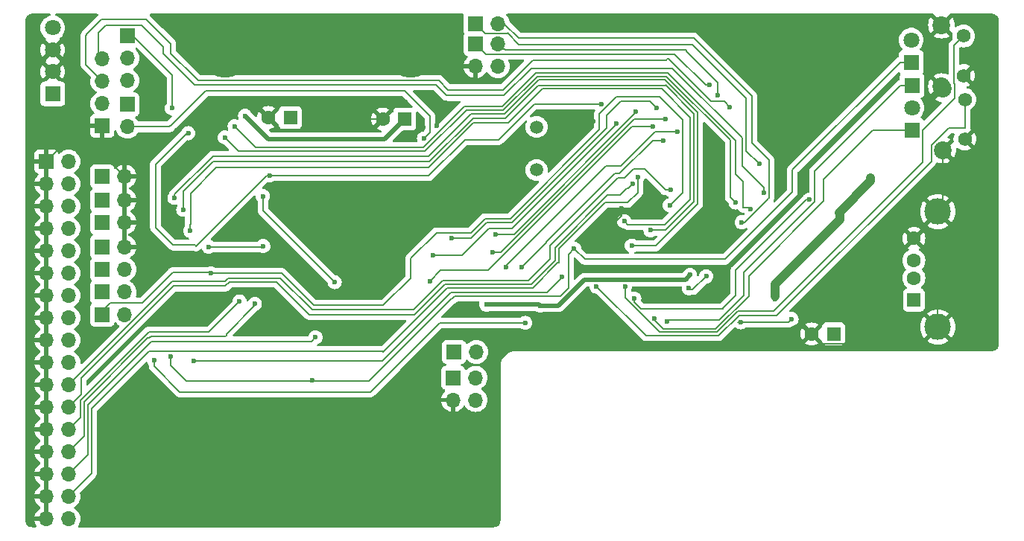
<source format=gbr>
%TF.GenerationSoftware,KiCad,Pcbnew,8.0.8*%
%TF.CreationDate,2025-02-19T22:11:45+00:00*%
%TF.ProjectId,Gotek,476f7465-6b2e-46b6-9963-61645f706362,rev?*%
%TF.SameCoordinates,Original*%
%TF.FileFunction,Copper,L2,Bot*%
%TF.FilePolarity,Positive*%
%FSLAX46Y46*%
G04 Gerber Fmt 4.6, Leading zero omitted, Abs format (unit mm)*
G04 Created by KiCad (PCBNEW 8.0.8) date 2025-02-19 22:11:45*
%MOMM*%
%LPD*%
G01*
G04 APERTURE LIST*
%TA.AperFunction,ComponentPad*%
%ADD10C,5.000000*%
%TD*%
%TA.AperFunction,ComponentPad*%
%ADD11R,1.700000X1.700000*%
%TD*%
%TA.AperFunction,ComponentPad*%
%ADD12O,1.700000X1.700000*%
%TD*%
%TA.AperFunction,ComponentPad*%
%ADD13R,1.600000X1.600000*%
%TD*%
%TA.AperFunction,ComponentPad*%
%ADD14C,1.600000*%
%TD*%
%TA.AperFunction,ComponentPad*%
%ADD15C,1.575000*%
%TD*%
%TA.AperFunction,ComponentPad*%
%ADD16C,2.025000*%
%TD*%
%TA.AperFunction,ComponentPad*%
%ADD17R,1.800000X1.800000*%
%TD*%
%TA.AperFunction,ComponentPad*%
%ADD18C,1.800000*%
%TD*%
%TA.AperFunction,ComponentPad*%
%ADD19R,1.500000X1.600000*%
%TD*%
%TA.AperFunction,ComponentPad*%
%ADD20C,3.000000*%
%TD*%
%TA.AperFunction,ComponentPad*%
%ADD21C,1.500000*%
%TD*%
%TA.AperFunction,ViaPad*%
%ADD22C,0.600000*%
%TD*%
%TA.AperFunction,Conductor*%
%ADD23C,0.200000*%
%TD*%
%TA.AperFunction,Conductor*%
%ADD24C,1.000000*%
%TD*%
%TA.AperFunction,Conductor*%
%ADD25C,0.500000*%
%TD*%
G04 APERTURE END LIST*
D10*
%TO.P,H1,1,1*%
%TO.N,GND*%
X118491000Y-60642500D03*
%TD*%
%TO.P,H2,1,1*%
%TO.N,GND*%
X139573000Y-60642500D03*
%TD*%
%TO.P,H3,1,1*%
%TO.N,GND*%
X118491000Y-110363000D03*
%TD*%
%TO.P,H4,1,1*%
%TO.N,GND*%
X139573000Y-110363000D03*
%TD*%
%TO.P,H5,1,1*%
%TO.N,GND*%
X189357000Y-60642500D03*
%TD*%
D11*
%TO.P,J10,1,Pin_1*%
%TO.N,GND*%
X104501950Y-68633500D03*
D12*
%TO.P,J10,2,Pin_2*%
%TO.N,+5V*%
X104501950Y-66093500D03*
%TO.P,J10,3,Pin_3*%
%TO.N,SWCLK*%
X104501950Y-63553500D03*
%TO.P,J10,4,Pin_4*%
%TO.N,SWDIO*%
X104501950Y-61013500D03*
%TD*%
D11*
%TO.P,J7,1,Pin_1*%
%TO.N,/I2C2_CLK*%
X144360900Y-97291525D03*
D12*
%TO.P,J7,2,Pin_2*%
%TO.N,/I2C2_DTA*%
X146900900Y-97291525D03*
%TO.P,J7,3,Pin_3*%
%TO.N,GND*%
X144360900Y-99831525D03*
%TO.P,J7,4,Pin_4*%
%TO.N,+3.3V*%
X146900900Y-99831525D03*
%TD*%
D13*
%TO.P,C1,1*%
%TO.N,+5V*%
X187587138Y-92313125D03*
D14*
%TO.P,C1,2*%
%TO.N,GND*%
X185087138Y-92313125D03*
%TD*%
D11*
%TO.P,JK1,1,Pin_1*%
%TO.N,SWITCH1*%
X146888200Y-56991250D03*
D12*
%TO.P,JK1,2,Pin_2*%
%TO.N,U3-40-PC9*%
X149428200Y-56991250D03*
%TD*%
D11*
%TO.P,S0,1,Pin_1*%
%TO.N,SEL0*%
X104498775Y-84975700D03*
D12*
%TO.P,S0,2,Pin_2*%
%TO.N,SEL*%
X107038775Y-84975700D03*
%TD*%
D11*
%TO.P,JA1,1,Pin_1*%
%TO.N,JA*%
X104500000Y-77080000D03*
D12*
%TO.P,JA1,2,Pin_2*%
%TO.N,GND*%
X107040000Y-77080000D03*
%TD*%
D15*
%TO.P,S4,1,1*%
%TO.N,GND*%
X202485625Y-70133600D03*
%TO.P,S4,2,2*%
%TO.N,BUT_L*%
X202485625Y-65633600D03*
D16*
%TO.P,S4,3,3*%
%TO.N,GND*%
X199985625Y-71383600D03*
%TO.P,S4,4,4*%
X199985625Y-64383600D03*
%TD*%
D17*
%TO.P,L5,1,K*%
%TO.N,/I2C2_DTA*%
X196472175Y-69119750D03*
D18*
%TO.P,L5,2,A*%
%TO.N,Net-(L3-A)*%
X196472175Y-66579750D03*
%TD*%
D11*
%TO.P,MOR1,1,Pin_1*%
%TO.N,MOR1*%
X104500000Y-90106500D03*
D12*
%TO.P,MOR1,2,Pin_2*%
%TO.N,MOR*%
X107040000Y-90106500D03*
%TD*%
D13*
%TO.P,C17,1*%
%TO.N,+3.3V*%
X138863075Y-67862450D03*
D14*
%TO.P,C17,2*%
%TO.N,GND*%
X136363075Y-67862450D03*
%TD*%
D15*
%TO.P,S3,1,1*%
%TO.N,GND*%
X202345925Y-62915800D03*
%TO.P,S3,2,2*%
%TO.N,BUT_R*%
X202345925Y-58415800D03*
D16*
%TO.P,S3,3,3*%
%TO.N,GND*%
X199845925Y-64165800D03*
%TO.P,S3,4,4*%
X199845925Y-57165800D03*
%TD*%
D11*
%TO.P,P1,1,Pin_1*%
%TO.N,GND*%
X98126550Y-72694800D03*
D12*
%TO.P,P1,2,Pin_2*%
%TO.N,CHNG*%
X100666550Y-72694800D03*
%TO.P,P1,3,Pin_3*%
%TO.N,GND*%
X98126550Y-75234800D03*
%TO.P,P1,4,Pin_4*%
%TO.N,MTRON*%
X100666550Y-75234800D03*
%TO.P,P1,5,Pin_5*%
%TO.N,GND*%
X98126550Y-77774800D03*
%TO.P,P1,6,Pin_6*%
%TO.N,NC*%
X100666550Y-77774800D03*
%TO.P,P1,7,Pin_7*%
%TO.N,GND*%
X98126550Y-80314800D03*
%TO.P,P1,8,Pin_8*%
%TO.N,INDEX*%
X100666550Y-80314800D03*
%TO.P,P1,9,Pin_9*%
%TO.N,GND*%
X98126550Y-82854800D03*
%TO.P,P1,10,Pin_10*%
%TO.N,SEL0*%
X100666550Y-82854800D03*
%TO.P,P1,11,Pin_11*%
%TO.N,GND*%
X98126550Y-85394800D03*
%TO.P,P1,12,Pin_12*%
%TO.N,SEL1*%
X100666550Y-85394800D03*
%TO.P,P1,13,Pin_13*%
%TO.N,GND*%
X98126550Y-87934800D03*
%TO.P,P1,14,Pin_14*%
%TO.N,SEL2*%
X100666550Y-87934800D03*
%TO.P,P1,15,Pin_15*%
%TO.N,GND*%
X98126550Y-90474800D03*
%TO.P,P1,16,Pin_16*%
%TO.N,MOR*%
X100666550Y-90474800D03*
%TO.P,P1,17,Pin_17*%
%TO.N,GND*%
X98126550Y-93014800D03*
%TO.P,P1,18,Pin_18*%
%TO.N,DIR*%
X100666550Y-93014800D03*
%TO.P,P1,19,Pin_19*%
%TO.N,GND*%
X98126550Y-95554800D03*
%TO.P,P1,20,Pin_20*%
%TO.N,STEP*%
X100666550Y-95554800D03*
%TO.P,P1,21,Pin_21*%
%TO.N,GND*%
X98126550Y-98094800D03*
%TO.P,P1,22,Pin_22*%
%TO.N,WDATA*%
X100666550Y-98094800D03*
%TO.P,P1,23,Pin_23*%
%TO.N,GND*%
X98126550Y-100634800D03*
%TO.P,P1,24,Pin_24*%
%TO.N,WGATE*%
X100666550Y-100634800D03*
%TO.P,P1,25,Pin_25*%
%TO.N,GND*%
X98126550Y-103174800D03*
%TO.P,P1,26,Pin_26*%
%TO.N,TRK0*%
X100666550Y-103174800D03*
%TO.P,P1,27,Pin_27*%
%TO.N,GND*%
X98126550Y-105714800D03*
%TO.P,P1,28,Pin_28*%
%TO.N,WPROT*%
X100666550Y-105714800D03*
%TO.P,P1,29,Pin_29*%
%TO.N,GND*%
X98126550Y-108254800D03*
%TO.P,P1,30,Pin_30*%
%TO.N,RDATA*%
X100666550Y-108254800D03*
%TO.P,P1,31,Pin_31*%
%TO.N,GND*%
X98126550Y-110794800D03*
%TO.P,P1,32,Pin_32*%
%TO.N,SIDE1*%
X100666550Y-110794800D03*
%TO.P,P1,33,Pin_33*%
%TO.N,GND*%
X98126550Y-113334800D03*
%TO.P,P1,34,Pin_34*%
%TO.N,READY*%
X100666550Y-113334800D03*
%TD*%
D11*
%TO.P,J5,1,Pin_1*%
%TO.N,MTRON*%
X104500000Y-74400000D03*
D12*
%TO.P,J5,2,Pin_2*%
%TO.N,GND*%
X107040000Y-74400000D03*
%TD*%
D11*
%TO.P,JKA1,1,Pin_1*%
%TO.N,JKA1-1*%
X144460675Y-94351475D03*
D12*
%TO.P,JKA1,2,Pin_2*%
%TO.N,JKA1-2*%
X147000675Y-94351475D03*
%TD*%
D11*
%TO.P,J3,1,Pin_1*%
%TO.N,J3_BOOT0*%
X107362625Y-58394600D03*
D12*
%TO.P,J3,2,Pin_2*%
%TO.N,+3.3V*%
X107362625Y-60934600D03*
%TO.P,J3,3,Pin_3*%
%TO.N,USART1_TX*%
X107362625Y-63474600D03*
%TD*%
D11*
%TO.P,J8,1,Pin_1*%
%TO.N,ENC1*%
X146900000Y-59329400D03*
D12*
%TO.P,J8,2,Pin_2*%
%TO.N,ENC2*%
X149440000Y-59329400D03*
%TO.P,J8,3,Pin_3*%
%TO.N,GND*%
X146900000Y-61869400D03*
%TO.P,J8,4,Pin_4*%
%TO.N,+5V*%
X149440000Y-61869400D03*
%TD*%
D19*
%TO.P,P3,1,VBUS*%
%TO.N,+5V*%
X196706525Y-88456650D03*
D14*
%TO.P,P3,2,D-*%
%TO.N,Net-(P3-D-)*%
X196706525Y-85956650D03*
%TO.P,P3,3,D+*%
%TO.N,Net-(P3-D+)*%
X196706525Y-83956650D03*
%TO.P,P3,4,GND*%
%TO.N,GND*%
X196706525Y-81456650D03*
D20*
%TO.P,P3,5,Shield*%
X199416525Y-91526650D03*
X199416525Y-78386650D03*
%TD*%
D17*
%TO.P,L3,1,K*%
%TO.N,/I2C2_CLK*%
X196484875Y-64039750D03*
D18*
%TO.P,L3,2,A*%
%TO.N,Net-(L3-A)*%
X196484875Y-66579750D03*
%TD*%
D11*
%TO.P,S1,1,Pin_1*%
%TO.N,SEL1*%
X104498775Y-87550625D03*
D12*
%TO.P,S1,2,Pin_2*%
%TO.N,SEL*%
X107038775Y-87550625D03*
%TD*%
D11*
%TO.P,JC1,1,Pin_1*%
%TO.N,JC*%
X104500000Y-79629000D03*
D12*
%TO.P,JC1,2,Pin_2*%
%TO.N,GND*%
X107040000Y-79629000D03*
%TD*%
D11*
%TO.P,JB1,1,Pin_1*%
%TO.N,JB*%
X104496950Y-82397600D03*
D12*
%TO.P,JB1,2,Pin_2*%
%TO.N,GND*%
X107036950Y-82397600D03*
%TD*%
D21*
%TO.P,Y1,1,1*%
%TO.N,Net-(U3-PH1)*%
X153838275Y-73662075D03*
%TO.P,Y1,2,2*%
%TO.N,Net-(U3-PH0)*%
X153838275Y-68762075D03*
%TD*%
D11*
%TO.P,J4,1,Pin_1*%
%TO.N,USART1_RX*%
X107362625Y-66209625D03*
D12*
%TO.P,J4,2,Pin_2*%
%TO.N,NRST*%
X107362625Y-68749625D03*
%TD*%
D17*
%TO.P,P2,1,1*%
%TO.N,+5V*%
X98872900Y-64990975D03*
D18*
%TO.P,P2,2,2*%
%TO.N,GND*%
X98872900Y-62490975D03*
%TO.P,P2,3,3*%
X98872900Y-59990975D03*
%TO.P,P2,4,4*%
%TO.N,unconnected-(P2-Pad4)*%
X98872900Y-57490975D03*
%TD*%
D17*
%TO.P,L4,1,K*%
%TO.N,SEL*%
X196399150Y-61409500D03*
D18*
%TO.P,L4,2,A*%
%TO.N,Net-(L4-A)*%
X196399150Y-58869500D03*
%TD*%
D13*
%TO.P,C19,1*%
%TO.N,+5V*%
X125871488Y-67687825D03*
D14*
%TO.P,C19,2*%
%TO.N,GND*%
X123371488Y-67687825D03*
%TD*%
D22*
%TO.N,GND*%
X103247825Y-92903675D03*
X113741200Y-59353450D03*
X138966575Y-65881250D03*
X134346950Y-91405075D03*
X116112925Y-71434325D03*
X163525200Y-78003400D03*
X112626775Y-73977500D03*
X174777400Y-82372200D03*
X147491450Y-78184375D03*
X142808325Y-66093975D03*
X105537000Y-102003225D03*
X146065875Y-72247125D03*
X137020300Y-85312250D03*
X157327600Y-68300600D03*
X114906425Y-88842850D03*
X109324775Y-102003225D03*
X169544600Y-88392000D03*
X140941425Y-68821300D03*
X110391575Y-64265175D03*
X175348900Y-87229950D03*
X160248675Y-68122800D03*
X166827200Y-76962000D03*
X124875925Y-89046050D03*
X161442400Y-82677000D03*
X138125200Y-78654275D03*
X110169325Y-66611500D03*
X128762125Y-75904725D03*
X167665400Y-87620475D03*
X144157700Y-74079100D03*
X106149775Y-106022775D03*
X122450225Y-83693000D03*
X142487650Y-68627625D03*
X134645400Y-75669775D03*
X110337600Y-62255400D03*
%TO.N,NRST*%
X141049375Y-70065900D03*
%TO.N,+3.3V*%
X148129625Y-88973025D03*
X180975000Y-88376125D03*
X191795400Y-74549000D03*
X154225625Y-89080975D03*
X120726200Y-67494150D03*
X171256325Y-85601175D03*
X188204475Y-78495525D03*
%TO.N,J3_BOOT0*%
X114258725Y-69475350D03*
X112414050Y-66640075D03*
X161236025Y-66179700D03*
X123513850Y-74291825D03*
%TO.N,USART1_TX*%
X119545100Y-68675250D03*
X178101625Y-78130400D03*
%TO.N,USART1_RX*%
X176447450Y-77355700D03*
X118427500Y-69964300D03*
%TO.N,/I2C2_CLK*%
X168633775Y-90862150D03*
%TO.N,/I2C2_DTA*%
X167220900Y-90576400D03*
%TO.N,SWDIO*%
X179638325Y-76260325D03*
%TO.N,SWCLK*%
X175793400Y-66474975D03*
%TO.N,ENC1*%
X173462950Y-64004825D03*
X164941250Y-88284050D03*
X184848500Y-77019150D03*
%TO.N,DIR*%
X152552400Y-91055825D03*
X110391575Y-95329375D03*
%TO.N,SWITCH1*%
X179130325Y-72958325D03*
%TO.N,JA*%
X164649150Y-82264250D03*
X112696625Y-76815950D03*
%TO.N,JB*%
X114476212Y-80592612D03*
X163804600Y-79502000D03*
%TO.N,JC*%
X166776400Y-80518000D03*
X113706275Y-78187550D03*
%TO.N,MOR1*%
X168960800Y-77673200D03*
X173104175Y-85753575D03*
X116808250Y-85407500D03*
X171135675Y-87122000D03*
%TO.N,SPI2_MISO*%
X182803800Y-90624025D03*
X177022125Y-90985975D03*
%TO.N,ENC2*%
X174453550Y-65147825D03*
%TO.N,U3-40-PC9*%
X177155475Y-79609950D03*
%TO.N,JKA1-1*%
X169802175Y-69329300D03*
X150339425Y-84743925D03*
%TO.N,JKA1-2*%
X168251187Y-70286563D03*
X152120600Y-84750275D03*
%TO.N,WPROT_3V3*%
X167078025Y-68726050D03*
X141693900Y-86296500D03*
%TO.N,SEL*%
X128374775Y-97605850D03*
X112264825Y-94913450D03*
X158111825Y-82616675D03*
%TO.N,STEP*%
X156695775Y-85858350D03*
X114892137Y-95350012D03*
%TO.N,WGATE*%
X164731775Y-75271260D03*
%TO.N,INDEX*%
X116614575Y-82407125D03*
X122796300Y-82321400D03*
%TO.N,WPROT*%
X121834275Y-88871425D03*
%TO.N,RDATA*%
X128724025Y-92706825D03*
%TO.N,TRK0*%
X120094375Y-88614250D03*
%TO.N,SIDE1*%
X165331775Y-74498200D03*
%TO.N,WDATA*%
X169113200Y-75920600D03*
%TO.N,BUT_L*%
X160645475Y-86912450D03*
%TO.N,BUT_R*%
X163887150Y-86931500D03*
%TO.N,INDEX_3V3*%
X142071725Y-83404075D03*
X162931475Y-68338700D03*
%TO.N,TRK0_3V3*%
X144157700Y-81397400D03*
X167484425Y-66621025D03*
%TO.N,READY_3V3*%
X168481375Y-67840225D03*
X148878925Y-83004025D03*
%TO.N,CHNG*%
X122735975Y-76638025D03*
X130898900Y-86410800D03*
%TO.N,CHNG_3V3*%
X149202775Y-80971900D03*
X165094600Y-67008375D03*
%TD*%
D23*
%TO.N,GND*%
X144157700Y-74850625D02*
X147491450Y-78184375D01*
X128323975Y-65957450D02*
X130228975Y-67862450D01*
X143094075Y-75088750D02*
X144103725Y-74079100D01*
X186187138Y-93413125D02*
X185087138Y-92313125D01*
X137845800Y-78654275D02*
X134861300Y-75669775D01*
X134346950Y-91405075D02*
X134312025Y-91440000D01*
X167941625Y-88090375D02*
X167941625Y-87896700D01*
X199985625Y-71383600D02*
X199985625Y-77817550D01*
X199416525Y-91526650D02*
X197530050Y-93413125D01*
X123371488Y-67687825D02*
X125101863Y-65957450D01*
X167941625Y-87896700D02*
X167665400Y-87620475D01*
X116112925Y-71434325D02*
X116112925Y-69532500D01*
X104501950Y-71861950D02*
X107040000Y-74400000D01*
X141690725Y-75088750D02*
X143094075Y-75088750D01*
X130228975Y-67862450D02*
X136363075Y-67862450D01*
X196706525Y-81456650D02*
X199416525Y-84166650D01*
X104501950Y-68633500D02*
X102187850Y-68633500D01*
X104501950Y-68633500D02*
X104501950Y-71861950D01*
X138125200Y-78654275D02*
X137845800Y-78654275D01*
X134861300Y-75669775D02*
X134645400Y-75669775D01*
X98126550Y-72694800D02*
X98126550Y-113334800D01*
X197530050Y-93413125D02*
X186187138Y-93413125D01*
X129114550Y-75552300D02*
X134527925Y-75552300D01*
X146900000Y-61869400D02*
X140799900Y-61869400D01*
X119294275Y-66351150D02*
X122034813Y-66351150D01*
X138125200Y-78654275D02*
X138106150Y-78673325D01*
X138106150Y-78673325D02*
X138001375Y-78673325D01*
X118491000Y-110363000D02*
X139573000Y-110363000D01*
X144360900Y-99831525D02*
X144360900Y-105575100D01*
X161442400Y-80977827D02*
X163525200Y-78895027D01*
X138125200Y-78654275D02*
X141690725Y-75088750D01*
X134312025Y-91440000D02*
X127000000Y-91440000D01*
X199416525Y-84166650D02*
X199416525Y-91526650D01*
X107040000Y-82394550D02*
X107036950Y-82397600D01*
X122034813Y-66351150D02*
X123371488Y-67687825D01*
X139573000Y-60642500D02*
X118491000Y-60642500D01*
X102187850Y-68633500D02*
X98126550Y-72694800D01*
X127000000Y-91440000D02*
X124875925Y-89315925D01*
X124875925Y-89046050D02*
X124606050Y-89046050D01*
X124875925Y-89315925D02*
X124875925Y-89046050D01*
X144360900Y-99831525D02*
X143075025Y-99831525D01*
X128762125Y-75904725D02*
X129114550Y-75552300D01*
X199985625Y-77817550D02*
X199416525Y-78386650D01*
X168392475Y-88541225D02*
X167941625Y-88090375D01*
X175348900Y-87229950D02*
X174037625Y-88541225D01*
X134527925Y-75552300D02*
X134645400Y-75669775D01*
X107040000Y-74400000D02*
X107040000Y-82394550D01*
X161442400Y-82677000D02*
X161442400Y-80977827D01*
X116112925Y-69532500D02*
X119294275Y-66351150D01*
X144103725Y-74079100D02*
X144157700Y-74079100D01*
X174037625Y-88541225D02*
X168392475Y-88541225D01*
X144157700Y-74079100D02*
X144157700Y-74850625D01*
X143075025Y-99831525D02*
X143068675Y-99825175D01*
X163525200Y-78895027D02*
X163525200Y-78003400D01*
X125101863Y-65957450D02*
X128323975Y-65957450D01*
X144360900Y-105575100D02*
X139573000Y-110363000D01*
X140799900Y-61869400D02*
X139573000Y-60642500D01*
%TO.N,NRST*%
X116268500Y-64611250D02*
X112334675Y-68545075D01*
X112334675Y-68545075D02*
X112334675Y-68554600D01*
X112334675Y-68554600D02*
X112139650Y-68749625D01*
X141706600Y-67487800D02*
X138830050Y-64611250D01*
X138830050Y-64611250D02*
X116268500Y-64611250D01*
X112139650Y-68749625D02*
X107362625Y-68749625D01*
X141706600Y-69408675D02*
X141706600Y-67487800D01*
X141049375Y-70065900D02*
X141706600Y-69408675D01*
D24*
%TO.N,+3.3V*%
X180975000Y-86680675D02*
X188337825Y-79317850D01*
D25*
X120726200Y-67494150D02*
X123367800Y-70135750D01*
D24*
X188204475Y-78495525D02*
X191795400Y-74904600D01*
D25*
X136589775Y-70135750D02*
X138863075Y-67862450D01*
X154117675Y-88973025D02*
X154225625Y-89080975D01*
D24*
X188337825Y-79317850D02*
X188337825Y-78628875D01*
D25*
X123367800Y-70135750D02*
X136589775Y-70135750D01*
X154225625Y-89080975D02*
X156330650Y-89080975D01*
X170732450Y-86125050D02*
X171256325Y-85601175D01*
D23*
X180975000Y-87991950D02*
X180975000Y-88376125D01*
X188204475Y-78495525D02*
X188337825Y-78628875D01*
D24*
X191795400Y-74904600D02*
X191795400Y-74549000D01*
D23*
X156444950Y-89080975D02*
X154225625Y-89080975D01*
D25*
X148129625Y-88973025D02*
X154117675Y-88973025D01*
D24*
X180975000Y-87991950D02*
X180975000Y-86680675D01*
D25*
X159286575Y-86125050D02*
X170732450Y-86125050D01*
X156330650Y-89080975D02*
X159286575Y-86125050D01*
D23*
%TO.N,J3_BOOT0*%
X112560100Y-82213450D02*
X115036600Y-82213450D01*
X153562050Y-66157475D02*
X149512855Y-70206670D01*
X114096800Y-69475350D02*
X110534450Y-73037700D01*
X141601825Y-74295000D02*
X141452600Y-74295000D01*
X114258725Y-69475350D02*
X114096800Y-69475350D01*
X145690155Y-70206670D02*
X141601825Y-74295000D01*
X110534450Y-80187800D02*
X112560100Y-82213450D01*
X107965875Y-58394600D02*
X107362625Y-58394600D01*
X112414050Y-66640075D02*
X112423575Y-66630550D01*
X123167775Y-74291825D02*
X123513850Y-74291825D01*
X141452600Y-74295000D02*
X141449425Y-74291825D01*
X112423575Y-62852300D02*
X107965875Y-58394600D01*
X161236025Y-66179700D02*
X161213800Y-66157475D01*
X110534450Y-73037700D02*
X110534450Y-80187800D01*
X112423575Y-66630550D02*
X112423575Y-62852300D01*
X115036600Y-82213450D02*
X115141375Y-82318225D01*
X161213800Y-66157475D02*
X153562050Y-66157475D01*
X115141375Y-82318225D02*
X123167775Y-74291825D01*
X149512855Y-70206670D02*
X145690155Y-70206670D01*
X141449425Y-74291825D02*
X123513850Y-74291825D01*
%TO.N,USART1_TX*%
X140931900Y-71078725D02*
X121948575Y-71078725D01*
X145611850Y-66398775D02*
X140931900Y-71078725D01*
X153682700Y-62664975D02*
X149948900Y-66398775D01*
X177301525Y-74942700D02*
X177276125Y-74942700D01*
X149948900Y-66398775D02*
X145611850Y-66398775D01*
X177323750Y-77908150D02*
X177301525Y-77885925D01*
X178101625Y-78130400D02*
X177879375Y-77908150D01*
X177879375Y-77908150D02*
X177323750Y-77908150D01*
X153682700Y-62598300D02*
X153682700Y-62664975D01*
X177276125Y-74942700D02*
X176441100Y-74107675D01*
X177301525Y-77885925D02*
X177301525Y-74942700D01*
X176441100Y-70284975D02*
X168754425Y-62598300D01*
X176441100Y-74107675D02*
X176441100Y-70284975D01*
X121948575Y-71078725D02*
X119545100Y-68675250D01*
X168754425Y-62598300D02*
X153682700Y-62598300D01*
%TO.N,USART1_RX*%
X141170025Y-71529575D02*
X119992775Y-71529575D01*
X168598314Y-63007875D02*
X153905486Y-63007875D01*
X175818800Y-70228361D02*
X168598314Y-63007875D01*
X153905486Y-63007875D02*
X150063736Y-66849625D01*
X119992775Y-71529575D02*
X118427500Y-69964300D01*
X175818800Y-76727050D02*
X175818800Y-70228361D01*
X150063736Y-66849625D02*
X145849975Y-66849625D01*
X176447450Y-77355700D02*
X175818800Y-76727050D01*
X145849975Y-66849625D02*
X141170025Y-71529575D01*
%TO.N,/I2C2_CLK*%
X185429525Y-73790175D02*
X195179950Y-64039750D01*
X177387250Y-87960200D02*
X177387250Y-85328929D01*
X185448500Y-73809150D02*
X185429525Y-73790175D01*
X195179950Y-64039750D02*
X196484875Y-64039750D01*
X185448500Y-77267679D02*
X185448500Y-73809150D01*
X177387250Y-85328929D02*
X185448500Y-77267679D01*
X174580550Y-90766900D02*
X177387250Y-87960200D01*
X168729025Y-90766900D02*
X174580550Y-90766900D01*
X168633775Y-90862150D02*
X168729025Y-90766900D01*
%TO.N,/I2C2_DTA*%
X177933350Y-87979786D02*
X177933350Y-85699600D01*
X191985900Y-69103875D02*
X192001775Y-69119750D01*
X167220900Y-90576400D02*
X167220900Y-90728800D01*
X191985900Y-69148325D02*
X191985900Y-69103875D01*
X174200086Y-91713050D02*
X177933350Y-87979786D01*
X186432825Y-74701400D02*
X191985900Y-69148325D01*
X168205150Y-91713050D02*
X174200086Y-91713050D01*
X177933350Y-85699600D02*
X186432825Y-77200125D01*
X192001775Y-69119750D02*
X196472175Y-69119750D01*
X167220900Y-90728800D02*
X168205150Y-91713050D01*
X186432825Y-77200125D02*
X186432825Y-74701400D01*
%TO.N,SWDIO*%
X142411450Y-63973075D02*
X143614775Y-65176400D01*
X104079675Y-58023125D02*
X104886125Y-57216675D01*
X177209450Y-73218675D02*
X179638325Y-75647550D01*
X111448850Y-60455175D02*
X114966750Y-63973075D01*
X104501950Y-61013500D02*
X104079675Y-60591225D01*
X104886125Y-57216675D02*
X108991400Y-57216675D01*
X143789400Y-65176400D02*
X143811625Y-65198625D01*
X104079675Y-60591225D02*
X104079675Y-58023125D01*
X111448850Y-59674125D02*
X111448850Y-60455175D01*
X143811625Y-65198625D02*
X150136225Y-65198625D01*
X143614775Y-65176400D02*
X143789400Y-65176400D01*
X179638325Y-75647550D02*
X179638325Y-76260325D01*
X177209450Y-69999225D02*
X177209450Y-73218675D01*
X169284650Y-62074425D02*
X177209450Y-69999225D01*
X114966750Y-63973075D02*
X142411450Y-63973075D01*
X108991400Y-57216675D02*
X111448850Y-59674125D01*
X150136225Y-65198625D02*
X153260425Y-62074425D01*
X153260425Y-62074425D02*
X169284650Y-62074425D01*
%TO.N,SWCLK*%
X173628586Y-65852675D02*
X168815286Y-61039375D01*
X115408075Y-63471425D02*
X115103275Y-63166625D01*
X109486700Y-56502300D02*
X109451775Y-56537225D01*
X115033425Y-63166625D02*
X112277525Y-60410725D01*
X112277525Y-59293125D02*
X109486700Y-56502300D01*
X109451775Y-56537225D02*
X104394000Y-56537225D01*
X104394000Y-56537225D02*
X102717600Y-58213625D01*
X102717600Y-58318400D02*
X102647750Y-58388250D01*
X150031450Y-64525525D02*
X143795750Y-64525525D01*
X153381075Y-61175900D02*
X150031450Y-64525525D01*
X143795750Y-64525525D02*
X142741650Y-63471425D01*
X142741650Y-63471425D02*
X115408075Y-63471425D01*
X102647750Y-61699300D02*
X104501950Y-63553500D01*
X168815286Y-61039375D02*
X168694100Y-61039375D01*
X102647750Y-58388250D02*
X102647750Y-61699300D01*
X115103275Y-63166625D02*
X115033425Y-63166625D01*
X168694100Y-61039375D02*
X168557575Y-61175900D01*
X112277525Y-60410725D02*
X112277525Y-59293125D01*
X102717600Y-58213625D02*
X102717600Y-58318400D01*
X175171100Y-65852675D02*
X173628586Y-65852675D01*
X175793400Y-66474975D02*
X175171100Y-65852675D01*
X168557575Y-61175900D02*
X153381075Y-61175900D01*
%TO.N,ENC1*%
X153514325Y-60464750D02*
X153499675Y-60479400D01*
X164941250Y-88687275D02*
X164941250Y-88284050D01*
X184848500Y-77019150D02*
X184813575Y-77054075D01*
X184499250Y-77054075D02*
X176476025Y-85077300D01*
X173462950Y-64004825D02*
X173056550Y-64004825D01*
X176476025Y-85077300D02*
X176476025Y-87903050D01*
X173056550Y-64004825D02*
X169516475Y-60464750D01*
X184813575Y-77054075D02*
X184499250Y-77054075D01*
X175044100Y-89474675D02*
X165728650Y-89474675D01*
X176476025Y-87903050D02*
X175044100Y-89334975D01*
X175044100Y-89334975D02*
X175044100Y-89474675D01*
X165728650Y-89474675D02*
X164941250Y-88687275D01*
X153499675Y-60479400D02*
X148050000Y-60479400D01*
X169516475Y-60464750D02*
X153514325Y-60464750D01*
X148050000Y-60479400D02*
X146900000Y-59329400D01*
%TO.N,DIR*%
X142798800Y-91055825D02*
X134947025Y-98907600D01*
X134947025Y-98907600D02*
X113312575Y-98907600D01*
X110391575Y-95986600D02*
X110391575Y-95329375D01*
X113312575Y-98907600D02*
X110391575Y-95986600D01*
X152552400Y-91055825D02*
X142798800Y-91055825D01*
%TO.N,SWITCH1*%
X177660300Y-65497075D02*
X171561125Y-59397900D01*
X179130325Y-72958325D02*
X177660300Y-71488300D01*
X177660300Y-71488300D02*
X177660300Y-65497075D01*
X150514050Y-58073925D02*
X150446725Y-58141250D01*
X171561125Y-59397900D02*
X151806275Y-59397900D01*
X151806275Y-59366150D02*
X150514050Y-58073925D01*
X148038200Y-58141250D02*
X146888200Y-56991250D01*
X150446725Y-58141250D02*
X148038200Y-58141250D01*
X151806275Y-59397900D02*
X151806275Y-59366150D01*
%TO.N,JA*%
X141570610Y-72075675D02*
X146348985Y-67297300D01*
X112696625Y-76438125D02*
X117059075Y-72075675D01*
X168437976Y-63413223D02*
X172151675Y-67126922D01*
X117059075Y-72075675D02*
X141570610Y-72075675D01*
X112696625Y-76815950D02*
X112696625Y-76438125D01*
X154065823Y-63413223D02*
X168437976Y-63413223D01*
X172151675Y-77520800D02*
X167373300Y-82299175D01*
X167373300Y-82299175D02*
X164684075Y-82299175D01*
X172151675Y-67126922D02*
X172151675Y-67224276D01*
X146348985Y-67297300D02*
X150181746Y-67297300D01*
X164684075Y-82299175D02*
X164649150Y-82264250D01*
X172151675Y-67224276D02*
X172151675Y-77520800D01*
X150181746Y-67297300D02*
X154065823Y-63413223D01*
%TO.N,JB*%
X114512725Y-76301600D02*
X114512725Y-79769503D01*
X154482800Y-64438181D02*
X150601331Y-68319650D01*
X146609335Y-68319650D02*
X141529335Y-73399650D01*
X171297650Y-67686256D02*
X168049575Y-64438181D01*
X168395700Y-79873475D02*
X171297650Y-76971525D01*
X114512725Y-79769503D02*
X114476212Y-79806016D01*
X164176075Y-79873475D02*
X168395700Y-79873475D01*
X163804600Y-79502000D02*
X164176075Y-79873475D01*
X117414675Y-73399650D02*
X114512725Y-76301600D01*
X141529335Y-73399650D02*
X117414675Y-73399650D01*
X114476212Y-79806016D02*
X114476212Y-80592612D01*
X168049575Y-64438181D02*
X154482800Y-64438181D01*
X171297650Y-76971525D02*
X171297650Y-67686256D01*
X150601331Y-68319650D02*
X146609335Y-68319650D01*
%TO.N,JC*%
X150293406Y-67751325D02*
X146611975Y-67751325D01*
X141658975Y-72704325D02*
X117094000Y-72704325D01*
X166776400Y-80518000D02*
X168459150Y-80518000D01*
X146611975Y-67751325D02*
X141658975Y-72704325D01*
X171697650Y-77279500D02*
X171697650Y-67238582D01*
X154006550Y-64038181D02*
X150293406Y-67751325D01*
X117094000Y-72704325D02*
X113706275Y-76092050D01*
X168459150Y-80518000D02*
X171697650Y-77279500D01*
X168447234Y-63988166D02*
X168397219Y-64038181D01*
X113706275Y-76092050D02*
X113706275Y-78187550D01*
X168397219Y-64038181D02*
X154006550Y-64038181D01*
X171697650Y-67238582D02*
X168447234Y-63988166D01*
%TO.N,MOR1*%
X173104175Y-85753575D02*
X171567475Y-87290275D01*
X162248775Y-65998800D02*
X162248775Y-66021025D01*
X171567475Y-87290275D02*
X171135675Y-87290275D01*
X168960800Y-77673200D02*
X170421300Y-76212700D01*
X162248775Y-66021025D02*
X160975675Y-67294125D01*
X167782875Y-65319275D02*
X162928300Y-65319275D01*
X116808250Y-85407500D02*
X116711217Y-85504533D01*
X160975675Y-69075300D02*
X150863300Y-79187675D01*
X162928300Y-65319275D02*
X162248775Y-65998800D01*
X147964525Y-79187675D02*
X146354800Y-80797400D01*
X104500000Y-89670300D02*
X105413175Y-88757125D01*
X104500000Y-90106500D02*
X104500000Y-89670300D01*
X124894975Y-85407500D02*
X116808250Y-85407500D01*
X146354800Y-80797400D02*
X142468600Y-80797400D01*
X128552575Y-89065100D02*
X124894975Y-85407500D01*
X170421300Y-76212700D02*
X170421300Y-67957700D01*
X105413175Y-88757125D02*
X109061250Y-88757125D01*
X136432925Y-89065100D02*
X128552575Y-89065100D01*
X139547600Y-85950425D02*
X136432925Y-89065100D01*
X150863300Y-79187675D02*
X147964525Y-79187675D01*
X112480725Y-85337650D02*
X116738400Y-85337650D01*
X142468600Y-80797400D02*
X139547600Y-83718400D01*
X116738400Y-85337650D02*
X116808250Y-85407500D01*
X139547600Y-83718400D02*
X139547600Y-85950425D01*
X160975675Y-67294125D02*
X160975675Y-69075300D01*
X170421300Y-67957700D02*
X167782875Y-65319275D01*
X109061250Y-88757125D02*
X112480725Y-85337650D01*
%TO.N,SPI2_MISO*%
X182441850Y-90985975D02*
X176676050Y-90985975D01*
X182803800Y-90624025D02*
X182441850Y-90985975D01*
%TO.N,ENC2*%
X150272750Y-59991625D02*
X150202900Y-59921775D01*
X150202900Y-59921775D02*
X150098125Y-59921775D01*
X174453550Y-65147825D02*
X174453550Y-63690500D01*
X170894375Y-59991625D02*
X150272750Y-59991625D01*
X170894375Y-60131325D02*
X170894375Y-59991625D01*
X149505750Y-59329400D02*
X149440000Y-59329400D01*
X150098125Y-59921775D02*
X149505750Y-59329400D01*
X174453550Y-63690500D02*
X170894375Y-60131325D01*
%TO.N,U3-40-PC9*%
X178285775Y-70564375D02*
X178285775Y-65213965D01*
X171701360Y-58629550D02*
X151771350Y-58629550D01*
X177155475Y-79609950D02*
X177470604Y-79609950D01*
X177470604Y-79609950D02*
X180101875Y-76978679D01*
X150133050Y-56991250D02*
X149428200Y-56991250D01*
X151771350Y-58629550D02*
X150133050Y-56991250D01*
X180238325Y-76812850D02*
X180238325Y-72501050D01*
X178285775Y-65213965D02*
X171701360Y-58629550D01*
X180238325Y-72501050D02*
X179905025Y-72167750D01*
X179905025Y-72167750D02*
X179889150Y-72167750D01*
X180101875Y-76978679D02*
X180101875Y-76949300D01*
X179889150Y-72167750D02*
X178285775Y-70564375D01*
X180101875Y-76949300D02*
X180238325Y-76812850D01*
%TO.N,JKA1-1*%
X163404550Y-73174225D02*
X161753550Y-73174225D01*
X167323304Y-69329300D02*
X163449000Y-73203604D01*
X163449000Y-73218675D02*
X163404550Y-73174225D01*
X169802175Y-69329300D02*
X167323304Y-69329300D01*
X150339425Y-84588350D02*
X150339425Y-84743925D01*
X163449000Y-73203604D02*
X163449000Y-73218675D01*
X161753550Y-73174225D02*
X150339425Y-84588350D01*
%TO.N,JKA1-2*%
X154971800Y-81857264D02*
X162749964Y-74079100D01*
X152123775Y-84750275D02*
X154971800Y-81902250D01*
X167022462Y-70286563D02*
X168251187Y-70286563D01*
X152120600Y-84750275D02*
X152123775Y-84750275D01*
X162749964Y-74079100D02*
X163229925Y-74079100D01*
X154971800Y-81902250D02*
X154971800Y-81857264D01*
X163229925Y-74079100D02*
X167022462Y-70286563D01*
%TO.N,WPROT_3V3*%
X167078025Y-68726050D02*
X165557200Y-68726050D01*
X164684075Y-68691125D02*
X149142450Y-84232750D01*
X148907500Y-84467700D02*
X149183725Y-84191475D01*
X148304250Y-85070950D02*
X148907500Y-84467700D01*
X142919450Y-85070950D02*
X148304250Y-85070950D01*
X141693900Y-86296500D02*
X142919450Y-85070950D01*
X165522275Y-68691125D02*
X164684075Y-68691125D01*
X165557200Y-68726050D02*
X165522275Y-68691125D01*
%TO.N,SEL*%
X182880000Y-76200000D02*
X175260000Y-83820000D01*
X144272000Y-88303100D02*
X144551400Y-88023700D01*
X159315150Y-83820000D02*
X158111825Y-82616675D01*
X128282700Y-97697925D02*
X114077750Y-97697925D01*
X134762875Y-97701100D02*
X144160875Y-88303100D01*
X144551400Y-88023700D02*
X156549725Y-88023700D01*
X196399150Y-61409500D02*
X195130500Y-61409500D01*
X157445075Y-83283425D02*
X158111825Y-82616675D01*
X128470025Y-97701100D02*
X134762875Y-97701100D01*
X112264825Y-95885000D02*
X112264825Y-94913450D01*
X157445075Y-87128350D02*
X157445075Y-83283425D01*
X128374775Y-97605850D02*
X128470025Y-97701100D01*
X182880000Y-73660000D02*
X182880000Y-76200000D01*
X175260000Y-83820000D02*
X159315150Y-83820000D01*
X114077750Y-97697925D02*
X112264825Y-95885000D01*
X156549725Y-88023700D02*
X157445075Y-87128350D01*
X144160875Y-88303100D02*
X144272000Y-88303100D01*
X128374775Y-97605850D02*
X128282700Y-97697925D01*
X195130500Y-61409500D02*
X182880000Y-73660000D01*
%TO.N,STEP*%
X156695775Y-85931375D02*
X156695775Y-85858350D01*
X144103725Y-87576025D02*
X155051125Y-87576025D01*
X155051125Y-87576025D02*
X156695775Y-85931375D01*
X136329738Y-95350012D02*
X144103725Y-87576025D01*
X114892137Y-95350012D02*
X136329738Y-95350012D01*
%TO.N,WGATE*%
X112537875Y-86874350D02*
X112537875Y-86915625D01*
X139979400Y-90093800D02*
X127993775Y-90093800D01*
X143414700Y-86658500D02*
X139979400Y-90093800D01*
X112537875Y-86915625D02*
X102079425Y-97374075D01*
X164228485Y-75774550D02*
X164109400Y-75774550D01*
X118465600Y-86874350D02*
X112537875Y-86874350D01*
X124282200Y-86382225D02*
X118957725Y-86382225D01*
X161880014Y-76546075D02*
X155922395Y-82503694D01*
X155922395Y-82503694D02*
X155922395Y-83967369D01*
X100666550Y-100630553D02*
X100666550Y-100634800D01*
X102079425Y-99217678D02*
X100666550Y-100630553D01*
X164109400Y-75774550D02*
X163337875Y-76546075D01*
X118957725Y-86382225D02*
X118465600Y-86874350D01*
X164731775Y-75271260D02*
X164228485Y-75774550D01*
X153231264Y-86658500D02*
X143414700Y-86658500D01*
X163337875Y-76546075D02*
X161880014Y-76546075D01*
X127993775Y-90093800D02*
X124282200Y-86382225D01*
X102079425Y-97374075D02*
X102079425Y-99217678D01*
X155922395Y-83967369D02*
X153231264Y-86658500D01*
%TO.N,INDEX*%
X116614575Y-82407125D02*
X122710575Y-82407125D01*
X122710575Y-82407125D02*
X122796300Y-82321400D01*
%TO.N,WPROT*%
X109855000Y-92748100D02*
X109680375Y-92748100D01*
X118576725Y-92329000D02*
X118576725Y-92468700D01*
X118576725Y-92468700D02*
X118471950Y-92573475D01*
X109680375Y-92748100D02*
X102422325Y-100006150D01*
X121834275Y-89071450D02*
X118576725Y-92329000D01*
X110029625Y-92573475D02*
X109855000Y-92748100D01*
X118471950Y-92573475D02*
X110029625Y-92573475D01*
X102422325Y-100006150D02*
X102422325Y-103959025D01*
X102422325Y-103959025D02*
X100666550Y-105714800D01*
X121834275Y-88871425D02*
X121834275Y-89071450D01*
%TO.N,RDATA*%
X128231900Y-93198950D02*
X128724025Y-92706825D01*
X100666550Y-108254800D02*
X102841425Y-106079925D01*
X102841425Y-106079925D02*
X102841425Y-100387150D01*
X110029625Y-93198950D02*
X128231900Y-93198950D01*
X102841425Y-100387150D02*
X110029625Y-93198950D01*
%TO.N,TRK0*%
X102022325Y-99840464D02*
X109771914Y-92090875D01*
X116617750Y-92090875D02*
X120094375Y-88614250D01*
X100666550Y-103174800D02*
X102022325Y-101819025D01*
X109771914Y-92090875D02*
X116617750Y-92090875D01*
X102022325Y-101819025D02*
X102022325Y-99840464D01*
X120094375Y-88614250D02*
X120094375Y-88550750D01*
%TO.N,SIDE1*%
X164182425Y-77358875D02*
X165331775Y-76209525D01*
X103260525Y-100841175D02*
X109788250Y-94313450D01*
X136407525Y-94351475D02*
X143700500Y-87058500D01*
X165331775Y-76209525D02*
X165331775Y-74498200D01*
X153396950Y-87058500D02*
X156222700Y-84232750D01*
X156362400Y-82629375D02*
X161632900Y-77358875D01*
X156222700Y-84232750D02*
X156362400Y-84232750D01*
X136369500Y-94313450D02*
X136407525Y-94351475D01*
X161632900Y-77358875D02*
X164182425Y-77358875D01*
X109788250Y-94313450D02*
X136369500Y-94313450D01*
X100666550Y-110794800D02*
X103260525Y-108200825D01*
X103260525Y-108200825D02*
X103260525Y-100841175D01*
X156362400Y-84232750D02*
X156362400Y-82629375D01*
X143700500Y-87058500D02*
X153396950Y-87058500D01*
%TO.N,WDATA*%
X164861875Y-73520300D02*
X163810950Y-74571225D01*
X169110025Y-75923775D02*
X168468675Y-75923775D01*
X152895200Y-86258500D02*
X143211450Y-86258500D01*
X155371800Y-82296000D02*
X155371800Y-83781900D01*
X155371800Y-83781900D02*
X152895200Y-86258500D01*
X166106475Y-73561575D02*
X164903150Y-73561575D01*
X118458714Y-86315550D02*
X112457296Y-86315550D01*
X139890500Y-89579450D02*
X128317625Y-89579450D01*
X169113200Y-75920600D02*
X169110025Y-75923775D01*
X164903150Y-73561575D02*
X164861875Y-73520300D01*
X163810950Y-74571225D02*
X163096575Y-74571225D01*
X112457296Y-86315550D02*
X100678046Y-98094800D01*
X168468675Y-75923775D02*
X166106475Y-73561575D01*
X118792039Y-85982225D02*
X118458714Y-86315550D01*
X124720400Y-85982225D02*
X118792039Y-85982225D01*
X143211450Y-86258500D02*
X139890500Y-89579450D01*
X163096575Y-74571225D02*
X155371800Y-82296000D01*
X128317625Y-89579450D02*
X124720400Y-85982225D01*
X100678046Y-98094800D02*
X100666550Y-98094800D01*
%TO.N,BUT_L*%
X202485625Y-65633600D02*
X202485625Y-68846700D01*
X202485625Y-68846700D02*
X200666369Y-68846700D01*
X174531458Y-92513050D02*
X166246075Y-92513050D01*
X181143275Y-90189050D02*
X176855458Y-90189050D01*
X198673125Y-70839944D02*
X198673125Y-72659200D01*
X198673125Y-72659200D02*
X181143275Y-90189050D01*
X200666369Y-68846700D02*
X198673125Y-70839944D01*
X176855458Y-90189050D02*
X174531458Y-92513050D01*
X166246075Y-92513050D02*
X160645475Y-86912450D01*
%TO.N,BUT_R*%
X174365772Y-92113050D02*
X176740622Y-89738200D01*
X197672175Y-72793375D02*
X197672175Y-69129425D01*
X163887150Y-88198861D02*
X167801339Y-92113050D01*
X201258425Y-63800244D02*
X201258425Y-59503300D01*
X163887150Y-86931500D02*
X163887150Y-88198861D01*
X201298125Y-65503475D02*
X201298125Y-63839944D01*
X201298125Y-63839944D02*
X201258425Y-63800244D01*
X176740622Y-89738200D02*
X180727350Y-89738200D01*
X201258425Y-59503300D02*
X202345925Y-58415800D01*
X167801339Y-92113050D02*
X174365772Y-92113050D01*
X197672175Y-69129425D02*
X201298125Y-65503475D01*
X180727350Y-89738200D02*
X197672175Y-72793375D01*
%TO.N,INDEX_3V3*%
X148386800Y-80333850D02*
X151085550Y-80333850D01*
X142071725Y-83404075D02*
X145386425Y-83404075D01*
X145386425Y-83404075D02*
X145386425Y-83334225D01*
X151085550Y-80333850D02*
X162931475Y-68487925D01*
X145386425Y-83334225D02*
X148386800Y-80333850D01*
X162931475Y-68487925D02*
X162931475Y-68338700D01*
%TO.N,TRK0_3V3*%
X161785300Y-68922900D02*
X161785300Y-67446525D01*
X161785300Y-67446525D02*
X163379150Y-65852675D01*
X163379150Y-65852675D02*
X166697025Y-65852675D01*
X151037925Y-79670275D02*
X161785300Y-68922900D01*
X166697025Y-65852675D02*
X167465375Y-66621025D01*
X144157700Y-81397400D02*
X146415200Y-81397400D01*
X148142325Y-79670275D02*
X151037925Y-79670275D01*
X146415200Y-81397400D02*
X148142325Y-79670275D01*
X167465375Y-66621025D02*
X167484425Y-66621025D01*
%TO.N,READY_3V3*%
X164932261Y-67875150D02*
X149803386Y-83004025D01*
X168446450Y-67875150D02*
X164932261Y-67875150D01*
X168481375Y-67840225D02*
X168446450Y-67875150D01*
X149803386Y-83004025D02*
X148878925Y-83004025D01*
%TO.N,CHNG*%
X122735975Y-78247875D02*
X130898900Y-86410800D01*
X122735975Y-76638025D02*
X122735975Y-78247875D01*
%TO.N,CHNG_3V3*%
X165094600Y-67147125D02*
X165094600Y-67008375D01*
X151269825Y-80971900D02*
X165094600Y-67147125D01*
X149202775Y-80971900D02*
X151269825Y-80971900D01*
%TD*%
%TA.AperFunction,Conductor*%
%TO.N,GND*%
G36*
X98585742Y-55900185D02*
G01*
X98631497Y-55952989D01*
X98641441Y-56022147D01*
X98612416Y-56085703D01*
X98553638Y-56123477D01*
X98539113Y-56126809D01*
X98527915Y-56128677D01*
X98308404Y-56204036D01*
X98308395Y-56204039D01*
X98104271Y-56314506D01*
X98104265Y-56314510D01*
X97921122Y-56457056D01*
X97921119Y-56457059D01*
X97921116Y-56457061D01*
X97921116Y-56457062D01*
X97900912Y-56479010D01*
X97763916Y-56627827D01*
X97636975Y-56822126D01*
X97543742Y-57034674D01*
X97486766Y-57259666D01*
X97486764Y-57259677D01*
X97467600Y-57490968D01*
X97467600Y-57490981D01*
X97486764Y-57722272D01*
X97486766Y-57722283D01*
X97543742Y-57947275D01*
X97636975Y-58159823D01*
X97763916Y-58354122D01*
X97763919Y-58354126D01*
X97763921Y-58354128D01*
X97921116Y-58524888D01*
X97921119Y-58524890D01*
X97921122Y-58524893D01*
X98073428Y-58643438D01*
X98114241Y-58700148D01*
X98117916Y-58769921D01*
X98083284Y-58830604D01*
X98074105Y-58838557D01*
X98074100Y-58838622D01*
X98661841Y-59426362D01*
X98641309Y-59431864D01*
X98504492Y-59510856D01*
X98392781Y-59622567D01*
X98313789Y-59759384D01*
X98308287Y-59779915D01*
X97721712Y-59193340D01*
X97637416Y-59322366D01*
X97637414Y-59322370D01*
X97544217Y-59534839D01*
X97487261Y-59759756D01*
X97468102Y-59990969D01*
X97468102Y-59990980D01*
X97487261Y-60222193D01*
X97544217Y-60447110D01*
X97637416Y-60659584D01*
X97721711Y-60788608D01*
X98308287Y-60202033D01*
X98313789Y-60222566D01*
X98392781Y-60359383D01*
X98504492Y-60471094D01*
X98641309Y-60550086D01*
X98661840Y-60555587D01*
X98074101Y-61143326D01*
X98074112Y-61143503D01*
X98114650Y-61199832D01*
X98118323Y-61269605D01*
X98083692Y-61330288D01*
X98074102Y-61338597D01*
X98074100Y-61338622D01*
X98661841Y-61926362D01*
X98641309Y-61931864D01*
X98504492Y-62010856D01*
X98392781Y-62122567D01*
X98313789Y-62259384D01*
X98308287Y-62279915D01*
X97721712Y-61693340D01*
X97637416Y-61822366D01*
X97637414Y-61822370D01*
X97544217Y-62034839D01*
X97487261Y-62259756D01*
X97468102Y-62490969D01*
X97468102Y-62490980D01*
X97487261Y-62722193D01*
X97544217Y-62947110D01*
X97637416Y-63159584D01*
X97721711Y-63288608D01*
X98308287Y-62702033D01*
X98313789Y-62722566D01*
X98392781Y-62859383D01*
X98504492Y-62971094D01*
X98641309Y-63050086D01*
X98661840Y-63055587D01*
X98163270Y-63554156D01*
X98101947Y-63587641D01*
X98075590Y-63590475D01*
X97925030Y-63590475D01*
X97925023Y-63590476D01*
X97865416Y-63596883D01*
X97730571Y-63647177D01*
X97730564Y-63647181D01*
X97615355Y-63733427D01*
X97615352Y-63733430D01*
X97529106Y-63848639D01*
X97529102Y-63848646D01*
X97478808Y-63983492D01*
X97472401Y-64043091D01*
X97472401Y-64043098D01*
X97472400Y-64043110D01*
X97472400Y-65938845D01*
X97472401Y-65938851D01*
X97478808Y-65998458D01*
X97529102Y-66133303D01*
X97529106Y-66133310D01*
X97615352Y-66248519D01*
X97615355Y-66248522D01*
X97730564Y-66334768D01*
X97730571Y-66334772D01*
X97865417Y-66385066D01*
X97865416Y-66385066D01*
X97872344Y-66385810D01*
X97925027Y-66391475D01*
X99820772Y-66391474D01*
X99880383Y-66385066D01*
X100015231Y-66334771D01*
X100130446Y-66248521D01*
X100216696Y-66133306D01*
X100266991Y-65998458D01*
X100273400Y-65938848D01*
X100273399Y-64043103D01*
X100266991Y-63983492D01*
X100261552Y-63968910D01*
X100216697Y-63848646D01*
X100216693Y-63848639D01*
X100130447Y-63733430D01*
X100130444Y-63733427D01*
X100015235Y-63647181D01*
X100015228Y-63647177D01*
X99880382Y-63596883D01*
X99880383Y-63596883D01*
X99820783Y-63590476D01*
X99820781Y-63590475D01*
X99820773Y-63590475D01*
X99820765Y-63590475D01*
X99670208Y-63590475D01*
X99603169Y-63570790D01*
X99582527Y-63554156D01*
X99083959Y-63055587D01*
X99104491Y-63050086D01*
X99241308Y-62971094D01*
X99353019Y-62859383D01*
X99432011Y-62722566D01*
X99437512Y-62702034D01*
X100024086Y-63288609D01*
X100108384Y-63159581D01*
X100201582Y-62947110D01*
X100258538Y-62722193D01*
X100277698Y-62490980D01*
X100277698Y-62490969D01*
X100258538Y-62259756D01*
X100201582Y-62034839D01*
X100108383Y-61822365D01*
X100024086Y-61693339D01*
X99437512Y-62279914D01*
X99432011Y-62259384D01*
X99353019Y-62122567D01*
X99241308Y-62010856D01*
X99104491Y-61931864D01*
X99083958Y-61926362D01*
X99671697Y-61338622D01*
X99671686Y-61338444D01*
X99631149Y-61282116D01*
X99627476Y-61212343D01*
X99662107Y-61151660D01*
X99671696Y-61143351D01*
X99671698Y-61143325D01*
X99083960Y-60555587D01*
X99104491Y-60550086D01*
X99241308Y-60471094D01*
X99353019Y-60359383D01*
X99432011Y-60222566D01*
X99437512Y-60202034D01*
X100024086Y-60788609D01*
X100108384Y-60659581D01*
X100201582Y-60447110D01*
X100258538Y-60222193D01*
X100277698Y-59990980D01*
X100277698Y-59990969D01*
X100258538Y-59759756D01*
X100201582Y-59534839D01*
X100108383Y-59322365D01*
X100024086Y-59193339D01*
X99437512Y-59779914D01*
X99432011Y-59759384D01*
X99353019Y-59622567D01*
X99241308Y-59510856D01*
X99104491Y-59431864D01*
X99083958Y-59426362D01*
X99671697Y-58838622D01*
X99671669Y-58838172D01*
X99631556Y-58782434D01*
X99627882Y-58712661D01*
X99662514Y-58651978D01*
X99672355Y-58643449D01*
X99824684Y-58524888D01*
X99981879Y-58354128D01*
X100108824Y-58159824D01*
X100202057Y-57947275D01*
X100259034Y-57722280D01*
X100259035Y-57722272D01*
X100278200Y-57490981D01*
X100278200Y-57490968D01*
X100259035Y-57259677D01*
X100259033Y-57259666D01*
X100202057Y-57034674D01*
X100108824Y-56822126D01*
X99981883Y-56627827D01*
X99981880Y-56627824D01*
X99981879Y-56627822D01*
X99824684Y-56457062D01*
X99824679Y-56457058D01*
X99824677Y-56457056D01*
X99641534Y-56314510D01*
X99641528Y-56314506D01*
X99437404Y-56204039D01*
X99437395Y-56204036D01*
X99217884Y-56128677D01*
X99206687Y-56126809D01*
X99143802Y-56096358D01*
X99107362Y-56036743D01*
X99108938Y-55966892D01*
X99148028Y-55908980D01*
X99212222Y-55881395D01*
X99227097Y-55880500D01*
X103902127Y-55880500D01*
X103969166Y-55900185D01*
X104014921Y-55952989D01*
X104024865Y-56022147D01*
X103995840Y-56085703D01*
X103989808Y-56092181D01*
X102237081Y-57844907D01*
X102237079Y-57844910D01*
X102217112Y-57879495D01*
X102197144Y-57914081D01*
X102182824Y-57938883D01*
X102158022Y-57981840D01*
X102158021Y-57981843D01*
X102135425Y-58066171D01*
X102123038Y-58096076D01*
X102088174Y-58156461D01*
X102088173Y-58156465D01*
X102047249Y-58309193D01*
X102047249Y-58309195D01*
X102047249Y-58477296D01*
X102047250Y-58477309D01*
X102047250Y-61612630D01*
X102047249Y-61612648D01*
X102047249Y-61778354D01*
X102047248Y-61778354D01*
X102088174Y-61931089D01*
X102088175Y-61931090D01*
X102109451Y-61967940D01*
X102109452Y-61967942D01*
X102167225Y-62068009D01*
X102167231Y-62068017D01*
X102286099Y-62186885D01*
X102286105Y-62186890D01*
X103169183Y-63069968D01*
X103202668Y-63131291D01*
X103201277Y-63189741D01*
X103166889Y-63318083D01*
X103166886Y-63318096D01*
X103146291Y-63553499D01*
X103146291Y-63553500D01*
X103166886Y-63788903D01*
X103166888Y-63788913D01*
X103228044Y-64017155D01*
X103228046Y-64017159D01*
X103228047Y-64017163D01*
X103297357Y-64165799D01*
X103327915Y-64231330D01*
X103327917Y-64231334D01*
X103408209Y-64346002D01*
X103459081Y-64418655D01*
X103463451Y-64424895D01*
X103463456Y-64424902D01*
X103630547Y-64591993D01*
X103630553Y-64591998D01*
X103816108Y-64721925D01*
X103859733Y-64776502D01*
X103866927Y-64846000D01*
X103835404Y-64908355D01*
X103816108Y-64925075D01*
X103630547Y-65055005D01*
X103463455Y-65222097D01*
X103327915Y-65415669D01*
X103327914Y-65415671D01*
X103228048Y-65629835D01*
X103228044Y-65629844D01*
X103166888Y-65858086D01*
X103166886Y-65858096D01*
X103146291Y-66093499D01*
X103146291Y-66093500D01*
X103166886Y-66328903D01*
X103166888Y-66328913D01*
X103228044Y-66557155D01*
X103228046Y-66557159D01*
X103228047Y-66557163D01*
X103309723Y-66732318D01*
X103327915Y-66771330D01*
X103327917Y-66771334D01*
X103383023Y-66850033D01*
X103463451Y-66964896D01*
X103463456Y-66964902D01*
X103585768Y-67087214D01*
X103619253Y-67148537D01*
X103614269Y-67218229D01*
X103572397Y-67274162D01*
X103541421Y-67291077D01*
X103409862Y-67340146D01*
X103409856Y-67340149D01*
X103294762Y-67426309D01*
X103294759Y-67426312D01*
X103208599Y-67541406D01*
X103208595Y-67541413D01*
X103158353Y-67676120D01*
X103158351Y-67676127D01*
X103151950Y-67735655D01*
X103151950Y-68383500D01*
X104068938Y-68383500D01*
X104036025Y-68440507D01*
X104001950Y-68567674D01*
X104001950Y-68699326D01*
X104036025Y-68826493D01*
X104068938Y-68883500D01*
X103151950Y-68883500D01*
X103151950Y-69531344D01*
X103158351Y-69590872D01*
X103158353Y-69590879D01*
X103208595Y-69725586D01*
X103208599Y-69725593D01*
X103294759Y-69840687D01*
X103294762Y-69840690D01*
X103409856Y-69926850D01*
X103409863Y-69926854D01*
X103544570Y-69977096D01*
X103544577Y-69977098D01*
X103604105Y-69983499D01*
X103604122Y-69983500D01*
X104251950Y-69983500D01*
X104251950Y-69066512D01*
X104308957Y-69099425D01*
X104436124Y-69133500D01*
X104567776Y-69133500D01*
X104694943Y-69099425D01*
X104751950Y-69066512D01*
X104751950Y-69983500D01*
X105399778Y-69983500D01*
X105399794Y-69983499D01*
X105459322Y-69977098D01*
X105459329Y-69977096D01*
X105594036Y-69926854D01*
X105594043Y-69926850D01*
X105709137Y-69840690D01*
X105709140Y-69840687D01*
X105795300Y-69725593D01*
X105795304Y-69725586D01*
X105845546Y-69590879D01*
X105845548Y-69590872D01*
X105851949Y-69531344D01*
X105851950Y-69531327D01*
X105851950Y-69264856D01*
X105871635Y-69197817D01*
X105924439Y-69152062D01*
X105993597Y-69142118D01*
X106057153Y-69171143D01*
X106088332Y-69212451D01*
X106088721Y-69213286D01*
X106088722Y-69213288D01*
X106150716Y-69346235D01*
X106188590Y-69427455D01*
X106188592Y-69427459D01*
X106283946Y-69563637D01*
X106324130Y-69621026D01*
X106491224Y-69788120D01*
X106566302Y-69840690D01*
X106684790Y-69923657D01*
X106684792Y-69923658D01*
X106684795Y-69923660D01*
X106898962Y-70023528D01*
X107127217Y-70084688D01*
X107309568Y-70100642D01*
X107362624Y-70105284D01*
X107362625Y-70105284D01*
X107362626Y-70105284D01*
X107415682Y-70100642D01*
X107598033Y-70084688D01*
X107826288Y-70023528D01*
X108040455Y-69923660D01*
X108234026Y-69788120D01*
X108401120Y-69621026D01*
X108536660Y-69427455D01*
X108539332Y-69421722D01*
X108585503Y-69369283D01*
X108651716Y-69350125D01*
X112052981Y-69350125D01*
X112052997Y-69350126D01*
X112060593Y-69350126D01*
X112218704Y-69350126D01*
X112218707Y-69350126D01*
X112371435Y-69309202D01*
X112447418Y-69265333D01*
X112508366Y-69230145D01*
X112620170Y-69118341D01*
X112620170Y-69118339D01*
X112630374Y-69108136D01*
X112630378Y-69108131D01*
X112703388Y-69035121D01*
X112703391Y-69035120D01*
X112815195Y-68923316D01*
X112820044Y-68914915D01*
X112839748Y-68889235D01*
X116480917Y-65248069D01*
X116542240Y-65214584D01*
X116568598Y-65211750D01*
X138529953Y-65211750D01*
X138596992Y-65231435D01*
X138617634Y-65248069D01*
X139719834Y-66350269D01*
X139753319Y-66411592D01*
X139748335Y-66481284D01*
X139706463Y-66537217D01*
X139640999Y-66561634D01*
X139632153Y-66561950D01*
X138015204Y-66561950D01*
X138015198Y-66561951D01*
X137955591Y-66568358D01*
X137820746Y-66618652D01*
X137820739Y-66618656D01*
X137705530Y-66704902D01*
X137705527Y-66704905D01*
X137619281Y-66820114D01*
X137619277Y-66820121D01*
X137568983Y-66954967D01*
X137562576Y-67014566D01*
X137562397Y-67017902D01*
X137560922Y-67017822D01*
X137542890Y-67079234D01*
X137490086Y-67124989D01*
X137446597Y-67132479D01*
X136763075Y-67816003D01*
X136763075Y-67809789D01*
X136735816Y-67708056D01*
X136683155Y-67616844D01*
X136608681Y-67542370D01*
X136517469Y-67489709D01*
X136415736Y-67462450D01*
X136409520Y-67462450D01*
X137088547Y-66783424D01*
X137015553Y-66732313D01*
X136809406Y-66636185D01*
X136809392Y-66636180D01*
X136589685Y-66577310D01*
X136589674Y-66577308D01*
X136363077Y-66557484D01*
X136363073Y-66557484D01*
X136136475Y-66577308D01*
X136136464Y-66577310D01*
X135916757Y-66636180D01*
X135916748Y-66636184D01*
X135710591Y-66732316D01*
X135710587Y-66732318D01*
X135637601Y-66783423D01*
X135637601Y-66783424D01*
X136316628Y-67462450D01*
X136310414Y-67462450D01*
X136208681Y-67489709D01*
X136117469Y-67542370D01*
X136042995Y-67616844D01*
X135990334Y-67708056D01*
X135963075Y-67809789D01*
X135963075Y-67816002D01*
X135284049Y-67136976D01*
X135284048Y-67136976D01*
X135232943Y-67209962D01*
X135232941Y-67209966D01*
X135136809Y-67416123D01*
X135136805Y-67416132D01*
X135077935Y-67635839D01*
X135077933Y-67635850D01*
X135058109Y-67862447D01*
X135058109Y-67862452D01*
X135077933Y-68089049D01*
X135077935Y-68089060D01*
X135136805Y-68308767D01*
X135136810Y-68308781D01*
X135232938Y-68514928D01*
X135284049Y-68587922D01*
X135963075Y-67908896D01*
X135963075Y-67915111D01*
X135990334Y-68016844D01*
X136042995Y-68108056D01*
X136117469Y-68182530D01*
X136208681Y-68235191D01*
X136310414Y-68262450D01*
X136316628Y-68262450D01*
X135637601Y-68941475D01*
X135710588Y-68992582D01*
X135710596Y-68992586D01*
X135916743Y-69088714D01*
X135916757Y-69088719D01*
X136113645Y-69141475D01*
X136173306Y-69177840D01*
X136203835Y-69240687D01*
X136195540Y-69310063D01*
X136151055Y-69363940D01*
X136084503Y-69385215D01*
X136081552Y-69385250D01*
X123730029Y-69385250D01*
X123662990Y-69365565D01*
X123642348Y-69348931D01*
X123481101Y-69187684D01*
X123447616Y-69126361D01*
X123452600Y-69056669D01*
X123494472Y-69000736D01*
X123557977Y-68976475D01*
X123598086Y-68972966D01*
X123598098Y-68972964D01*
X123817805Y-68914094D01*
X123817819Y-68914089D01*
X124023966Y-68817961D01*
X124096959Y-68766849D01*
X123417934Y-68087825D01*
X123424149Y-68087825D01*
X123525882Y-68060566D01*
X123617094Y-68007905D01*
X123691568Y-67933431D01*
X123744229Y-67842219D01*
X123771488Y-67740486D01*
X123771488Y-67734272D01*
X124455685Y-68418469D01*
X124504680Y-68428316D01*
X124554863Y-68476931D01*
X124569537Y-68532457D01*
X124570587Y-68532401D01*
X124570634Y-68532396D01*
X124570634Y-68532398D01*
X124570812Y-68532389D01*
X124570989Y-68535701D01*
X124577396Y-68595308D01*
X124627690Y-68730153D01*
X124627694Y-68730160D01*
X124713940Y-68845369D01*
X124713943Y-68845372D01*
X124829152Y-68931618D01*
X124829159Y-68931622D01*
X124964005Y-68981916D01*
X124964004Y-68981916D01*
X124970932Y-68982660D01*
X125023615Y-68988325D01*
X126719360Y-68988324D01*
X126778971Y-68981916D01*
X126913819Y-68931621D01*
X127029034Y-68845371D01*
X127115284Y-68730156D01*
X127165579Y-68595308D01*
X127171988Y-68535698D01*
X127171987Y-66839953D01*
X127165579Y-66780342D01*
X127162219Y-66771334D01*
X127115285Y-66645496D01*
X127115281Y-66645489D01*
X127029035Y-66530280D01*
X127029032Y-66530277D01*
X126913823Y-66444031D01*
X126913816Y-66444027D01*
X126778970Y-66393733D01*
X126778971Y-66393733D01*
X126719371Y-66387326D01*
X126719369Y-66387325D01*
X126719361Y-66387325D01*
X126719352Y-66387325D01*
X125023617Y-66387325D01*
X125023611Y-66387326D01*
X124964004Y-66393733D01*
X124829159Y-66444027D01*
X124829152Y-66444031D01*
X124713943Y-66530277D01*
X124713940Y-66530280D01*
X124627694Y-66645489D01*
X124627690Y-66645496D01*
X124577396Y-66780342D01*
X124572152Y-66829125D01*
X124570989Y-66839948D01*
X124570810Y-66843277D01*
X124569335Y-66843197D01*
X124551303Y-66904609D01*
X124498499Y-66950364D01*
X124455010Y-66957854D01*
X123771488Y-67641376D01*
X123771488Y-67635164D01*
X123744229Y-67533431D01*
X123691568Y-67442219D01*
X123617094Y-67367745D01*
X123525882Y-67315084D01*
X123424149Y-67287825D01*
X123417933Y-67287825D01*
X124096960Y-66608799D01*
X124023966Y-66557688D01*
X123817819Y-66461560D01*
X123817805Y-66461555D01*
X123598098Y-66402685D01*
X123598087Y-66402683D01*
X123371490Y-66382859D01*
X123371486Y-66382859D01*
X123144888Y-66402683D01*
X123144877Y-66402685D01*
X122925170Y-66461555D01*
X122925161Y-66461559D01*
X122719004Y-66557691D01*
X122719000Y-66557693D01*
X122646014Y-66608798D01*
X122646014Y-66608799D01*
X123325041Y-67287825D01*
X123318827Y-67287825D01*
X123217094Y-67315084D01*
X123125882Y-67367745D01*
X123051408Y-67442219D01*
X122998747Y-67533431D01*
X122971488Y-67635164D01*
X122971488Y-67641378D01*
X122292462Y-66962351D01*
X122292461Y-66962351D01*
X122241356Y-67035337D01*
X122241354Y-67035341D01*
X122145222Y-67241498D01*
X122145218Y-67241507D01*
X122086348Y-67461214D01*
X122086346Y-67461224D01*
X122082837Y-67501337D01*
X122057384Y-67566406D01*
X122000793Y-67607384D01*
X121931031Y-67611262D01*
X121871628Y-67578210D01*
X121479507Y-67186089D01*
X121456852Y-67150016D01*
X121455012Y-67150903D01*
X121451992Y-67144633D01*
X121447181Y-67136976D01*
X121356016Y-66991888D01*
X121228462Y-66864334D01*
X121194823Y-66843197D01*
X121075723Y-66768361D01*
X120905454Y-66708781D01*
X120905449Y-66708780D01*
X120726204Y-66688585D01*
X120726196Y-66688585D01*
X120546950Y-66708780D01*
X120546945Y-66708781D01*
X120376676Y-66768361D01*
X120223937Y-66864334D01*
X120096384Y-66991887D01*
X120000411Y-67144626D01*
X119940831Y-67314895D01*
X119940830Y-67314900D01*
X119920635Y-67494146D01*
X119920635Y-67494153D01*
X119940830Y-67673399D01*
X119940832Y-67673407D01*
X119972309Y-67763363D01*
X119975870Y-67833142D01*
X119941141Y-67893769D01*
X119879148Y-67925996D01*
X119814313Y-67921359D01*
X119724357Y-67889882D01*
X119724349Y-67889880D01*
X119545104Y-67869685D01*
X119545096Y-67869685D01*
X119365850Y-67889880D01*
X119365845Y-67889881D01*
X119195576Y-67949461D01*
X119042837Y-68045434D01*
X118915284Y-68172987D01*
X118819311Y-68325726D01*
X118759731Y-68495995D01*
X118759730Y-68496000D01*
X118739535Y-68675246D01*
X118739535Y-68675253D01*
X118759730Y-68854499D01*
X118759731Y-68854504D01*
X118819313Y-69024779D01*
X118821782Y-69029905D01*
X118833136Y-69098846D01*
X118805414Y-69162981D01*
X118747419Y-69201947D01*
X118677564Y-69203373D01*
X118669109Y-69200750D01*
X118606757Y-69178932D01*
X118606749Y-69178930D01*
X118427504Y-69158735D01*
X118427496Y-69158735D01*
X118248250Y-69178930D01*
X118248245Y-69178931D01*
X118077976Y-69238511D01*
X117925237Y-69334484D01*
X117797684Y-69462037D01*
X117701711Y-69614776D01*
X117642131Y-69785045D01*
X117642130Y-69785050D01*
X117621935Y-69964296D01*
X117621935Y-69964303D01*
X117642130Y-70143549D01*
X117642131Y-70143554D01*
X117701711Y-70313823D01*
X117782431Y-70442287D01*
X117797684Y-70466562D01*
X117925238Y-70594116D01*
X118077978Y-70690089D01*
X118248245Y-70749668D01*
X118335169Y-70759461D01*
X118399580Y-70786526D01*
X118408965Y-70795000D01*
X118877459Y-71263494D01*
X118910944Y-71324817D01*
X118905960Y-71394509D01*
X118864088Y-71450442D01*
X118798624Y-71474859D01*
X118789778Y-71475175D01*
X117145744Y-71475175D01*
X117145728Y-71475174D01*
X117138132Y-71475174D01*
X116980018Y-71475174D01*
X116903654Y-71495636D01*
X116827287Y-71516098D01*
X116819206Y-71520765D01*
X116819204Y-71520766D01*
X116690362Y-71595152D01*
X116690357Y-71595156D01*
X112216106Y-76069407D01*
X112216104Y-76069410D01*
X112183117Y-76126547D01*
X112183116Y-76126548D01*
X112137048Y-76206339D01*
X112137047Y-76206342D01*
X112132063Y-76224941D01*
X112099971Y-76280524D01*
X112066811Y-76313684D01*
X111970836Y-76466426D01*
X111911256Y-76636695D01*
X111911255Y-76636700D01*
X111891060Y-76815946D01*
X111891060Y-76815953D01*
X111911255Y-76995199D01*
X111911256Y-76995204D01*
X111970836Y-77165473D01*
X112053598Y-77297187D01*
X112066809Y-77318212D01*
X112194363Y-77445766D01*
X112219819Y-77461761D01*
X112343367Y-77539392D01*
X112347103Y-77541739D01*
X112456447Y-77580000D01*
X112517370Y-77601318D01*
X112517375Y-77601319D01*
X112696621Y-77621515D01*
X112696625Y-77621515D01*
X112696629Y-77621515D01*
X112875871Y-77601319D01*
X112875870Y-77601319D01*
X112875880Y-77601318D01*
X112875888Y-77601314D01*
X112879773Y-77600429D01*
X112882366Y-77600587D01*
X112882800Y-77600539D01*
X112882808Y-77600614D01*
X112949512Y-77604699D01*
X113005871Y-77645995D01*
X113030958Y-77711206D01*
X113016806Y-77779628D01*
X113012366Y-77787290D01*
X112980486Y-77838027D01*
X112920906Y-78008295D01*
X112920905Y-78008300D01*
X112900710Y-78187546D01*
X112900710Y-78187553D01*
X112920905Y-78366799D01*
X112920906Y-78366804D01*
X112980486Y-78537073D01*
X113076459Y-78689812D01*
X113204013Y-78817366D01*
X113271852Y-78859992D01*
X113310316Y-78884161D01*
X113356753Y-78913339D01*
X113489945Y-78959945D01*
X113527020Y-78972918D01*
X113527025Y-78972919D01*
X113706271Y-78993115D01*
X113706275Y-78993115D01*
X113706278Y-78993115D01*
X113774341Y-78985446D01*
X113843163Y-78997500D01*
X113894543Y-79044849D01*
X113912225Y-79108666D01*
X113912225Y-79574362D01*
X113908000Y-79606455D01*
X113875711Y-79726959D01*
X113875711Y-79895062D01*
X113875712Y-79895075D01*
X113875712Y-80010199D01*
X113856027Y-80077238D01*
X113848662Y-80087508D01*
X113846398Y-80090346D01*
X113750423Y-80243088D01*
X113690843Y-80413357D01*
X113690842Y-80413362D01*
X113670647Y-80592608D01*
X113670647Y-80592615D01*
X113690842Y-80771861D01*
X113690843Y-80771866D01*
X113750423Y-80942135D01*
X113823084Y-81057773D01*
X113846396Y-81094874D01*
X113973950Y-81222428D01*
X114126690Y-81318401D01*
X114226420Y-81353298D01*
X114279604Y-81371908D01*
X114336380Y-81412630D01*
X114362127Y-81477583D01*
X114348671Y-81546145D01*
X114300283Y-81596547D01*
X114238649Y-81612950D01*
X112860198Y-81612950D01*
X112793159Y-81593265D01*
X112772517Y-81576631D01*
X111171269Y-79975383D01*
X111137784Y-79914060D01*
X111134950Y-79887702D01*
X111134950Y-73337797D01*
X111154635Y-73270758D01*
X111171269Y-73250116D01*
X112624430Y-71796955D01*
X114110221Y-70311163D01*
X114171542Y-70277680D01*
X114211784Y-70275626D01*
X114258723Y-70280915D01*
X114258725Y-70280915D01*
X114258729Y-70280915D01*
X114437974Y-70260719D01*
X114437977Y-70260718D01*
X114437980Y-70260718D01*
X114608247Y-70201139D01*
X114760987Y-70105166D01*
X114888541Y-69977612D01*
X114984514Y-69824872D01*
X115044093Y-69654605D01*
X115044094Y-69654599D01*
X115064290Y-69475353D01*
X115064290Y-69475346D01*
X115044094Y-69296100D01*
X115044093Y-69296095D01*
X115023943Y-69238511D01*
X114984514Y-69125828D01*
X114973674Y-69108577D01*
X114927518Y-69035120D01*
X114888541Y-68973088D01*
X114760987Y-68845534D01*
X114730798Y-68826565D01*
X114608248Y-68749561D01*
X114437979Y-68689981D01*
X114437974Y-68689980D01*
X114258729Y-68669785D01*
X114258721Y-68669785D01*
X114079475Y-68689980D01*
X114079470Y-68689981D01*
X113909201Y-68749561D01*
X113756462Y-68845534D01*
X113628909Y-68973087D01*
X113532937Y-69125825D01*
X113532936Y-69125826D01*
X113507753Y-69197794D01*
X113478393Y-69244519D01*
X110165736Y-72557178D01*
X110053931Y-72668982D01*
X110053929Y-72668985D01*
X110040160Y-72692834D01*
X110020246Y-72727327D01*
X109974873Y-72805915D01*
X109933949Y-72958643D01*
X109933949Y-72958645D01*
X109933949Y-73126746D01*
X109933950Y-73126759D01*
X109933950Y-80101130D01*
X109933949Y-80101148D01*
X109933949Y-80266854D01*
X109933948Y-80266854D01*
X109974873Y-80419586D01*
X109974874Y-80419587D01*
X110003771Y-80469638D01*
X110053930Y-80556516D01*
X110053932Y-80556518D01*
X110172799Y-80675385D01*
X110172804Y-80675389D01*
X112191384Y-82693970D01*
X112191386Y-82693971D01*
X112191390Y-82693974D01*
X112318320Y-82767256D01*
X112328316Y-82773027D01*
X112481043Y-82813951D01*
X112481045Y-82813951D01*
X112646754Y-82813951D01*
X112646770Y-82813950D01*
X114765770Y-82813950D01*
X114827769Y-82830562D01*
X114909590Y-82877802D01*
X115062318Y-82918726D01*
X115062321Y-82918726D01*
X115220429Y-82918726D01*
X115220432Y-82918726D01*
X115373160Y-82877802D01*
X115510091Y-82798744D01*
X115661994Y-82646840D01*
X115723314Y-82613358D01*
X115793005Y-82618342D01*
X115848939Y-82660213D01*
X115866714Y-82693569D01*
X115888786Y-82756647D01*
X115984759Y-82909387D01*
X116112313Y-83036941D01*
X116164632Y-83069815D01*
X116260701Y-83130180D01*
X116265053Y-83132914D01*
X116408708Y-83183181D01*
X116435320Y-83192493D01*
X116435325Y-83192494D01*
X116614571Y-83212690D01*
X116614575Y-83212690D01*
X116614579Y-83212690D01*
X116793824Y-83192494D01*
X116793827Y-83192493D01*
X116793830Y-83192493D01*
X116964097Y-83132914D01*
X117116837Y-83036941D01*
X117116842Y-83036935D01*
X117119672Y-83034680D01*
X117121850Y-83033790D01*
X117122733Y-83033236D01*
X117122830Y-83033390D01*
X117184358Y-83008270D01*
X117196987Y-83007625D01*
X122348088Y-83007625D01*
X122414060Y-83026631D01*
X122446777Y-83047189D01*
X122446781Y-83047190D01*
X122617037Y-83106766D01*
X122617043Y-83106767D01*
X122617045Y-83106768D01*
X122617046Y-83106768D01*
X122617050Y-83106769D01*
X122796296Y-83126965D01*
X122796300Y-83126965D01*
X122796304Y-83126965D01*
X122975549Y-83106769D01*
X122975552Y-83106768D01*
X122975555Y-83106768D01*
X123145822Y-83047189D01*
X123298562Y-82951216D01*
X123426116Y-82823662D01*
X123522089Y-82670922D01*
X123581668Y-82500655D01*
X123582819Y-82490438D01*
X123601865Y-82321403D01*
X123601865Y-82321396D01*
X123581669Y-82142150D01*
X123581668Y-82142145D01*
X123556559Y-82070389D01*
X123522089Y-81971878D01*
X123426116Y-81819138D01*
X123298562Y-81691584D01*
X123290272Y-81686375D01*
X123145823Y-81595611D01*
X122975554Y-81536031D01*
X122975549Y-81536030D01*
X122796304Y-81515835D01*
X122796296Y-81515835D01*
X122617050Y-81536030D01*
X122617045Y-81536031D01*
X122446776Y-81595611D01*
X122294037Y-81691584D01*
X122215316Y-81770306D01*
X122153993Y-81803791D01*
X122127635Y-81806625D01*
X117196987Y-81806625D01*
X117129948Y-81786940D01*
X117119672Y-81779570D01*
X117116838Y-81777310D01*
X117116837Y-81777309D01*
X116964097Y-81681336D01*
X116952063Y-81677125D01*
X116901019Y-81659264D01*
X116844243Y-81618542D01*
X116818496Y-81553589D01*
X116831952Y-81485027D01*
X116854290Y-81454544D01*
X121722052Y-76586782D01*
X121783373Y-76553299D01*
X121853065Y-76558283D01*
X121908998Y-76600155D01*
X121932951Y-76660582D01*
X121950605Y-76817274D01*
X121950606Y-76817279D01*
X122010186Y-76987548D01*
X122046056Y-77044634D01*
X122101592Y-77133019D01*
X122106160Y-77140288D01*
X122108420Y-77143122D01*
X122109309Y-77145300D01*
X122109864Y-77146183D01*
X122109709Y-77146280D01*
X122134830Y-77207808D01*
X122135475Y-77220437D01*
X122135475Y-78161205D01*
X122135474Y-78161223D01*
X122135474Y-78326929D01*
X122135473Y-78326929D01*
X122176399Y-78479664D01*
X122180301Y-78486422D01*
X122180305Y-78486427D01*
X122255452Y-78616587D01*
X122255456Y-78616592D01*
X122374324Y-78735460D01*
X122374330Y-78735465D01*
X130068198Y-86429333D01*
X130101683Y-86490656D01*
X130103737Y-86503130D01*
X130113530Y-86590049D01*
X130173110Y-86760321D01*
X130258552Y-86896301D01*
X130269084Y-86913062D01*
X130396638Y-87040616D01*
X130462290Y-87081868D01*
X130526164Y-87122003D01*
X130549378Y-87136589D01*
X130623596Y-87162559D01*
X130719645Y-87196168D01*
X130719650Y-87196169D01*
X130898896Y-87216365D01*
X130898900Y-87216365D01*
X130898904Y-87216365D01*
X131078149Y-87196169D01*
X131078152Y-87196168D01*
X131078155Y-87196168D01*
X131248422Y-87136589D01*
X131401162Y-87040616D01*
X131528716Y-86913062D01*
X131624689Y-86760322D01*
X131684268Y-86590055D01*
X131684269Y-86590049D01*
X131704465Y-86410803D01*
X131704465Y-86410796D01*
X131684269Y-86231550D01*
X131684268Y-86231545D01*
X131644274Y-86117250D01*
X131624689Y-86061278D01*
X131528716Y-85908538D01*
X131401162Y-85780984D01*
X131319945Y-85729952D01*
X131248421Y-85685010D01*
X131078149Y-85625430D01*
X130991230Y-85615637D01*
X130926816Y-85588570D01*
X130917433Y-85580098D01*
X123372794Y-78035459D01*
X123339309Y-77974136D01*
X123336475Y-77947778D01*
X123336475Y-77220437D01*
X123356160Y-77153398D01*
X123363530Y-77143122D01*
X123365785Y-77140292D01*
X123365791Y-77140287D01*
X123461764Y-76987547D01*
X123521343Y-76817280D01*
X123521493Y-76815950D01*
X123541540Y-76638028D01*
X123541540Y-76638021D01*
X123521344Y-76458775D01*
X123521343Y-76458770D01*
X123511902Y-76431790D01*
X123461764Y-76288503D01*
X123461548Y-76288160D01*
X123410139Y-76206342D01*
X123365791Y-76135763D01*
X123238237Y-76008209D01*
X123172561Y-75966942D01*
X123085498Y-75912236D01*
X122915229Y-75852656D01*
X122915224Y-75852655D01*
X122758532Y-75835001D01*
X122694118Y-75807935D01*
X122654562Y-75750340D01*
X122652425Y-75680503D01*
X122684732Y-75624102D01*
X123203237Y-75105597D01*
X123264558Y-75072114D01*
X123327734Y-75075987D01*
X123327813Y-75075645D01*
X123329894Y-75076120D01*
X123331876Y-75076241D01*
X123334595Y-75077193D01*
X123334599Y-75077193D01*
X123334601Y-75077194D01*
X123513846Y-75097390D01*
X123513850Y-75097390D01*
X123513854Y-75097390D01*
X123693099Y-75077194D01*
X123693102Y-75077193D01*
X123693105Y-75077193D01*
X123863372Y-75017614D01*
X124016112Y-74921641D01*
X124016117Y-74921635D01*
X124018947Y-74919380D01*
X124021125Y-74918490D01*
X124022008Y-74917936D01*
X124022105Y-74918090D01*
X124083633Y-74892970D01*
X124096262Y-74892325D01*
X141345369Y-74892325D01*
X141365416Y-74894964D01*
X141365486Y-74894439D01*
X141373542Y-74895499D01*
X141373543Y-74895500D01*
X141515156Y-74895500D01*
X141515172Y-74895501D01*
X141522768Y-74895501D01*
X141680879Y-74895501D01*
X141680882Y-74895501D01*
X141833610Y-74854577D01*
X141883729Y-74825639D01*
X141970541Y-74775520D01*
X142082345Y-74663716D01*
X142082345Y-74663714D01*
X142092553Y-74653507D01*
X142092554Y-74653504D01*
X145902572Y-70843489D01*
X145963895Y-70810004D01*
X145990253Y-70807170D01*
X149426186Y-70807170D01*
X149426202Y-70807171D01*
X149433798Y-70807171D01*
X149591909Y-70807171D01*
X149591912Y-70807171D01*
X149744640Y-70766247D01*
X149794759Y-70737309D01*
X149881571Y-70687190D01*
X149993375Y-70575386D01*
X149993375Y-70575384D01*
X150003583Y-70565177D01*
X150003584Y-70565174D01*
X152530754Y-68038005D01*
X152592076Y-68004521D01*
X152661768Y-68009505D01*
X152717701Y-68051377D01*
X152742118Y-68116841D01*
X152730816Y-68178092D01*
X152658701Y-68332743D01*
X152658697Y-68332752D01*
X152602068Y-68544095D01*
X152602068Y-68544099D01*
X152582998Y-68762072D01*
X152582998Y-68762077D01*
X152602068Y-68980050D01*
X152602068Y-68980054D01*
X152658697Y-69191397D01*
X152658699Y-69191401D01*
X152658700Y-69191405D01*
X152692951Y-69264856D01*
X152751172Y-69389713D01*
X152770350Y-69417102D01*
X152876677Y-69568952D01*
X153031398Y-69723673D01*
X153210636Y-69849177D01*
X153408945Y-69941650D01*
X153620298Y-69998282D01*
X153803201Y-70014283D01*
X153838273Y-70017352D01*
X153838275Y-70017352D01*
X153838277Y-70017352D01*
X153866529Y-70014880D01*
X154056252Y-69998282D01*
X154267605Y-69941650D01*
X154465914Y-69849177D01*
X154645152Y-69723673D01*
X154799873Y-69568952D01*
X154925377Y-69389714D01*
X155017850Y-69191405D01*
X155074482Y-68980052D01*
X155093552Y-68762075D01*
X155090584Y-68728155D01*
X155087245Y-68689981D01*
X155074482Y-68544098D01*
X155019590Y-68339237D01*
X155017852Y-68332752D01*
X155017851Y-68332751D01*
X155017850Y-68332745D01*
X154925377Y-68134437D01*
X154925375Y-68134434D01*
X154925374Y-68134432D01*
X154799874Y-67955199D01*
X154722899Y-67878224D01*
X154645152Y-67800477D01*
X154465914Y-67674973D01*
X154465915Y-67674973D01*
X154465913Y-67674972D01*
X154334434Y-67613663D01*
X154267605Y-67582500D01*
X154267601Y-67582499D01*
X154267597Y-67582497D01*
X154056252Y-67525868D01*
X153838277Y-67506798D01*
X153838273Y-67506798D01*
X153701431Y-67518770D01*
X153620298Y-67525868D01*
X153620295Y-67525868D01*
X153408952Y-67582497D01*
X153408943Y-67582501D01*
X153254292Y-67654616D01*
X153185214Y-67665108D01*
X153121430Y-67636588D01*
X153083191Y-67578112D01*
X153082636Y-67508244D01*
X153114204Y-67454554D01*
X153774466Y-66794294D01*
X153835789Y-66760809D01*
X153862147Y-66757975D01*
X160377049Y-66757975D01*
X160444088Y-66777660D01*
X160489843Y-66830464D01*
X160499787Y-66899622D01*
X160484436Y-66943974D01*
X160447887Y-67007280D01*
X160416098Y-67062340D01*
X160375174Y-67215068D01*
X160375174Y-67215070D01*
X160375174Y-67383171D01*
X160375175Y-67383184D01*
X160375175Y-68775202D01*
X160355490Y-68842241D01*
X160338856Y-68862883D01*
X155291682Y-73910056D01*
X155230359Y-73943541D01*
X155160667Y-73938557D01*
X155104734Y-73896685D01*
X155080317Y-73831221D01*
X155080473Y-73811568D01*
X155081171Y-73803597D01*
X155093552Y-73662075D01*
X155074482Y-73444098D01*
X155017850Y-73232745D01*
X154925377Y-73034437D01*
X154925375Y-73034434D01*
X154925374Y-73034432D01*
X154799874Y-72855199D01*
X154725827Y-72781152D01*
X154645152Y-72700477D01*
X154473296Y-72580142D01*
X154465913Y-72574972D01*
X154366759Y-72528736D01*
X154267605Y-72482500D01*
X154267601Y-72482499D01*
X154267597Y-72482497D01*
X154056252Y-72425868D01*
X153838277Y-72406798D01*
X153838273Y-72406798D01*
X153698447Y-72419031D01*
X153620298Y-72425868D01*
X153620295Y-72425868D01*
X153408952Y-72482497D01*
X153408943Y-72482501D01*
X153210636Y-72574973D01*
X153210632Y-72574975D01*
X153031396Y-72700477D01*
X152876677Y-72855196D01*
X152751175Y-73034432D01*
X152751173Y-73034436D01*
X152658701Y-73232743D01*
X152658697Y-73232752D01*
X152602068Y-73444095D01*
X152602068Y-73444099D01*
X152582998Y-73662072D01*
X152582998Y-73662077D01*
X152590607Y-73749046D01*
X152601121Y-73869232D01*
X152602068Y-73880050D01*
X152602068Y-73880054D01*
X152658697Y-74091397D01*
X152658699Y-74091401D01*
X152658700Y-74091405D01*
X152699991Y-74179954D01*
X152751172Y-74289713D01*
X152751173Y-74289714D01*
X152876677Y-74468952D01*
X153031398Y-74623673D01*
X153210636Y-74749177D01*
X153408945Y-74841650D01*
X153620298Y-74898282D01*
X153803201Y-74914283D01*
X153838273Y-74917352D01*
X153838275Y-74917352D01*
X153838277Y-74917352D01*
X153882885Y-74913449D01*
X153987769Y-74904273D01*
X154056268Y-74918040D01*
X154106451Y-74966655D01*
X154122384Y-75034683D01*
X154099009Y-75100527D01*
X154086256Y-75115482D01*
X150650884Y-78550856D01*
X150589561Y-78584341D01*
X150563203Y-78587175D01*
X148051194Y-78587175D01*
X148051178Y-78587174D01*
X148043582Y-78587174D01*
X147885468Y-78587174D01*
X147732740Y-78628098D01*
X147732739Y-78628098D01*
X147732737Y-78628099D01*
X147706856Y-78643042D01*
X147701396Y-78646195D01*
X147701387Y-78646200D01*
X147701384Y-78646201D01*
X147595815Y-78707150D01*
X147595807Y-78707156D01*
X147526753Y-78776211D01*
X147484005Y-78818959D01*
X147484003Y-78818961D01*
X146800962Y-79502003D01*
X146142384Y-80160581D01*
X146081061Y-80194066D01*
X146054703Y-80196900D01*
X142555269Y-80196900D01*
X142555253Y-80196899D01*
X142547657Y-80196899D01*
X142389543Y-80196899D01*
X142282187Y-80225665D01*
X142236810Y-80237824D01*
X142236809Y-80237825D01*
X142186696Y-80266759D01*
X142186695Y-80266760D01*
X142151001Y-80287368D01*
X142099885Y-80316879D01*
X142099882Y-80316881D01*
X139067079Y-83349684D01*
X139045832Y-83386486D01*
X139036851Y-83402043D01*
X138988023Y-83486615D01*
X138947099Y-83639343D01*
X138947099Y-83639345D01*
X138947099Y-83807446D01*
X138947100Y-83807459D01*
X138947100Y-85650327D01*
X138927415Y-85717366D01*
X138910781Y-85738008D01*
X136220509Y-88428281D01*
X136159186Y-88461766D01*
X136132828Y-88464600D01*
X128852673Y-88464600D01*
X128785634Y-88444915D01*
X128764992Y-88428281D01*
X125382565Y-85045855D01*
X125382563Y-85045852D01*
X125263692Y-84926981D01*
X125263684Y-84926975D01*
X125161911Y-84868217D01*
X125161909Y-84868216D01*
X125126765Y-84847925D01*
X125126764Y-84847924D01*
X125114238Y-84844567D01*
X124974032Y-84806999D01*
X124815918Y-84806999D01*
X124808322Y-84806999D01*
X124808306Y-84807000D01*
X117390662Y-84807000D01*
X117323623Y-84787315D01*
X117313347Y-84779945D01*
X117310513Y-84777685D01*
X117310512Y-84777684D01*
X117251003Y-84740292D01*
X117157773Y-84681711D01*
X116987504Y-84622131D01*
X116987499Y-84622130D01*
X116808254Y-84601935D01*
X116808246Y-84601935D01*
X116629000Y-84622130D01*
X116628987Y-84622133D01*
X116458731Y-84681709D01*
X116458727Y-84681710D01*
X116400745Y-84718144D01*
X116334773Y-84737150D01*
X112567394Y-84737150D01*
X112567378Y-84737149D01*
X112559782Y-84737149D01*
X112401668Y-84737149D01*
X112248940Y-84778073D01*
X112248938Y-84778073D01*
X112248938Y-84778074D01*
X112242535Y-84781771D01*
X112198839Y-84806999D01*
X112183585Y-84815806D01*
X112112010Y-84857129D01*
X112112007Y-84857131D01*
X112055822Y-84913317D01*
X112000205Y-84968934D01*
X112000203Y-84968936D01*
X110415546Y-86553594D01*
X108848834Y-88120306D01*
X108787511Y-88153791D01*
X108761153Y-88156625D01*
X108436139Y-88156625D01*
X108369100Y-88136940D01*
X108323345Y-88084136D01*
X108313401Y-88014978D01*
X108316364Y-88000532D01*
X108335915Y-87927565D01*
X108373838Y-87786033D01*
X108394434Y-87550625D01*
X108394306Y-87549167D01*
X108389889Y-87498680D01*
X108373838Y-87315217D01*
X108312678Y-87086962D01*
X108212810Y-86872796D01*
X108185560Y-86833878D01*
X108077269Y-86679222D01*
X107910177Y-86512131D01*
X107910170Y-86512126D01*
X107897322Y-86503130D01*
X107833293Y-86458296D01*
X107716609Y-86376592D01*
X107716601Y-86376588D01*
X107714358Y-86375542D01*
X107713537Y-86374819D01*
X107711919Y-86373885D01*
X107712106Y-86373559D01*
X107661920Y-86329367D01*
X107642771Y-86262173D01*
X107662990Y-86195293D01*
X107712096Y-86152746D01*
X107711919Y-86152440D01*
X107713511Y-86151520D01*
X107714369Y-86150777D01*
X107716605Y-86149735D01*
X107910176Y-86014195D01*
X108077270Y-85847101D01*
X108212810Y-85653530D01*
X108312678Y-85439363D01*
X108373838Y-85211108D01*
X108394434Y-84975700D01*
X108393778Y-84968207D01*
X108383255Y-84847923D01*
X108373838Y-84740292D01*
X108315810Y-84523726D01*
X108312680Y-84512044D01*
X108312679Y-84512043D01*
X108312678Y-84512037D01*
X108212810Y-84297871D01*
X108162749Y-84226375D01*
X108077269Y-84104297D01*
X107910177Y-83937206D01*
X107910170Y-83937201D01*
X107901051Y-83930816D01*
X107866092Y-83906337D01*
X107716609Y-83801667D01*
X107716603Y-83801664D01*
X107709451Y-83798329D01*
X107657013Y-83752156D01*
X107637862Y-83684962D01*
X107658079Y-83618081D01*
X107709460Y-83573563D01*
X107714528Y-83571199D01*
X107908032Y-83435705D01*
X108075055Y-83268682D01*
X108210550Y-83075178D01*
X108310379Y-82861092D01*
X108310382Y-82861086D01*
X108367586Y-82647600D01*
X107469962Y-82647600D01*
X107502875Y-82590593D01*
X107536950Y-82463426D01*
X107536950Y-82331774D01*
X107502875Y-82204607D01*
X107469962Y-82147600D01*
X108367586Y-82147600D01*
X108367585Y-82147599D01*
X108310382Y-81934113D01*
X108310379Y-81934107D01*
X108210550Y-81720022D01*
X108210549Y-81720020D01*
X108075063Y-81526526D01*
X108075058Y-81526520D01*
X107908032Y-81359494D01*
X107714528Y-81223999D01*
X107505210Y-81126393D01*
X107452771Y-81080221D01*
X107433619Y-81013027D01*
X107453835Y-80946146D01*
X107505210Y-80901629D01*
X107717578Y-80802600D01*
X107911082Y-80667105D01*
X108078105Y-80500082D01*
X108213600Y-80306578D01*
X108313429Y-80092492D01*
X108313432Y-80092486D01*
X108370636Y-79879000D01*
X107473012Y-79879000D01*
X107505925Y-79821993D01*
X107540000Y-79694826D01*
X107540000Y-79563174D01*
X107505925Y-79436007D01*
X107473012Y-79379000D01*
X108370636Y-79379000D01*
X108370635Y-79378999D01*
X108313432Y-79165513D01*
X108313429Y-79165507D01*
X108213600Y-78951422D01*
X108213599Y-78951420D01*
X108078113Y-78757926D01*
X108078108Y-78757920D01*
X107911082Y-78590894D01*
X107718542Y-78456075D01*
X107674917Y-78401498D01*
X107667725Y-78331999D01*
X107699247Y-78269645D01*
X107718542Y-78252925D01*
X107911082Y-78118105D01*
X108078105Y-77951082D01*
X108213600Y-77757578D01*
X108313429Y-77543492D01*
X108313432Y-77543486D01*
X108370636Y-77330000D01*
X107473012Y-77330000D01*
X107505925Y-77272993D01*
X107540000Y-77145826D01*
X107540000Y-77014174D01*
X107505925Y-76887007D01*
X107473012Y-76830000D01*
X108370636Y-76830000D01*
X108370635Y-76829999D01*
X108313432Y-76616513D01*
X108313429Y-76616507D01*
X108213600Y-76402422D01*
X108213599Y-76402420D01*
X108078113Y-76208926D01*
X108078108Y-76208920D01*
X107911082Y-76041894D01*
X107717578Y-75906400D01*
X107601736Y-75852382D01*
X107549297Y-75806210D01*
X107530145Y-75739016D01*
X107550361Y-75672135D01*
X107601736Y-75627618D01*
X107717578Y-75573599D01*
X107911082Y-75438105D01*
X108078105Y-75271082D01*
X108213600Y-75077578D01*
X108313429Y-74863492D01*
X108313432Y-74863486D01*
X108370636Y-74650000D01*
X107473012Y-74650000D01*
X107505925Y-74592993D01*
X107540000Y-74465826D01*
X107540000Y-74334174D01*
X107505925Y-74207007D01*
X107473012Y-74150000D01*
X108370636Y-74150000D01*
X108370635Y-74149999D01*
X108313432Y-73936513D01*
X108313429Y-73936507D01*
X108213600Y-73722422D01*
X108213599Y-73722420D01*
X108078113Y-73528926D01*
X108078108Y-73528920D01*
X107911082Y-73361894D01*
X107717578Y-73226399D01*
X107503492Y-73126570D01*
X107503486Y-73126567D01*
X107290000Y-73069364D01*
X107290000Y-73966988D01*
X107232993Y-73934075D01*
X107105826Y-73900000D01*
X106974174Y-73900000D01*
X106847007Y-73934075D01*
X106790000Y-73966988D01*
X106790000Y-73069364D01*
X106789999Y-73069364D01*
X106576513Y-73126567D01*
X106576507Y-73126570D01*
X106362422Y-73226399D01*
X106362420Y-73226400D01*
X106168926Y-73361886D01*
X106046865Y-73483947D01*
X105985542Y-73517431D01*
X105915850Y-73512447D01*
X105859917Y-73470575D01*
X105843002Y-73439598D01*
X105838756Y-73428215D01*
X105805033Y-73337797D01*
X105793797Y-73307671D01*
X105793793Y-73307664D01*
X105707547Y-73192455D01*
X105707544Y-73192452D01*
X105592335Y-73106206D01*
X105592328Y-73106202D01*
X105457482Y-73055908D01*
X105457483Y-73055908D01*
X105397883Y-73049501D01*
X105397881Y-73049500D01*
X105397873Y-73049500D01*
X105397864Y-73049500D01*
X103602129Y-73049500D01*
X103602123Y-73049501D01*
X103542516Y-73055908D01*
X103407671Y-73106202D01*
X103407664Y-73106206D01*
X103292455Y-73192452D01*
X103292452Y-73192455D01*
X103206206Y-73307664D01*
X103206202Y-73307671D01*
X103155908Y-73442517D01*
X103149501Y-73502116D01*
X103149500Y-73502135D01*
X103149500Y-75297870D01*
X103149501Y-75297876D01*
X103155908Y-75357483D01*
X103206202Y-75492328D01*
X103206206Y-75492335D01*
X103292452Y-75607544D01*
X103292453Y-75607544D01*
X103292454Y-75607546D01*
X103314567Y-75624100D01*
X103336787Y-75640734D01*
X103378657Y-75696668D01*
X103383641Y-75766360D01*
X103350155Y-75827683D01*
X103336787Y-75839266D01*
X103292452Y-75872455D01*
X103206206Y-75987664D01*
X103206202Y-75987671D01*
X103155908Y-76122517D01*
X103149501Y-76182116D01*
X103149500Y-76182135D01*
X103149500Y-77977870D01*
X103149501Y-77977876D01*
X103155908Y-78037483D01*
X103206202Y-78172328D01*
X103206206Y-78172335D01*
X103286946Y-78280189D01*
X103311364Y-78345653D01*
X103296513Y-78413926D01*
X103286946Y-78428811D01*
X103206206Y-78536664D01*
X103206202Y-78536671D01*
X103155908Y-78671517D01*
X103149501Y-78731116D01*
X103149500Y-78731135D01*
X103149500Y-80526870D01*
X103149501Y-80526876D01*
X103155908Y-80586483D01*
X103206202Y-80721328D01*
X103206206Y-80721335D01*
X103292452Y-80836544D01*
X103292455Y-80836547D01*
X103394438Y-80912892D01*
X103436309Y-80968825D01*
X103441293Y-81038517D01*
X103407807Y-81099840D01*
X103394439Y-81111424D01*
X103289402Y-81190055D01*
X103203156Y-81305264D01*
X103203152Y-81305271D01*
X103152858Y-81440117D01*
X103146451Y-81499716D01*
X103146450Y-81499735D01*
X103146450Y-83295470D01*
X103146451Y-83295476D01*
X103152858Y-83355083D01*
X103203152Y-83489928D01*
X103203156Y-83489935D01*
X103294718Y-83612245D01*
X103292038Y-83614250D01*
X103317742Y-83661322D01*
X103312758Y-83731014D01*
X103295843Y-83761991D01*
X103291229Y-83768153D01*
X103291229Y-83768154D01*
X103272533Y-83793129D01*
X103204978Y-83883369D01*
X103204977Y-83883371D01*
X103154683Y-84018217D01*
X103148277Y-84077803D01*
X103148275Y-84077835D01*
X103148275Y-85873570D01*
X103148276Y-85873576D01*
X103154683Y-85933183D01*
X103204977Y-86068028D01*
X103204978Y-86068030D01*
X103231229Y-86103097D01*
X103290453Y-86182210D01*
X103295425Y-86188851D01*
X103319842Y-86254315D01*
X103304991Y-86322588D01*
X103295425Y-86337473D01*
X103204979Y-86458293D01*
X103204977Y-86458296D01*
X103154683Y-86593142D01*
X103148276Y-86652741D01*
X103148275Y-86652760D01*
X103148275Y-88448495D01*
X103148276Y-88448501D01*
X103154683Y-88508108D01*
X103204977Y-88642953D01*
X103204978Y-88642955D01*
X103288907Y-88755069D01*
X103313324Y-88820533D01*
X103298473Y-88888806D01*
X103288907Y-88903691D01*
X103206204Y-89014168D01*
X103206202Y-89014171D01*
X103155908Y-89149017D01*
X103149501Y-89208616D01*
X103149500Y-89208635D01*
X103149500Y-91004370D01*
X103149501Y-91004376D01*
X103155908Y-91063983D01*
X103206202Y-91198828D01*
X103206206Y-91198835D01*
X103292452Y-91314044D01*
X103292455Y-91314047D01*
X103407664Y-91400293D01*
X103407671Y-91400297D01*
X103542517Y-91450591D01*
X103542516Y-91450591D01*
X103549444Y-91451335D01*
X103602127Y-91457000D01*
X105397872Y-91456999D01*
X105457483Y-91450591D01*
X105592331Y-91400296D01*
X105707546Y-91314046D01*
X105793796Y-91198831D01*
X105842810Y-91067416D01*
X105884681Y-91011484D01*
X105950145Y-90987066D01*
X106018418Y-91001917D01*
X106046673Y-91023069D01*
X106168599Y-91144995D01*
X106265384Y-91212765D01*
X106362165Y-91280532D01*
X106362167Y-91280533D01*
X106362170Y-91280535D01*
X106393244Y-91295025D01*
X106445684Y-91341197D01*
X106464836Y-91408390D01*
X106444621Y-91475271D01*
X106428521Y-91495088D01*
X102229879Y-95693730D01*
X102168556Y-95727215D01*
X102098864Y-95722231D01*
X102042931Y-95680359D01*
X102018514Y-95614895D01*
X102018669Y-95595251D01*
X102022209Y-95554800D01*
X102001613Y-95319392D01*
X101940453Y-95091137D01*
X101840585Y-94876971D01*
X101835281Y-94869395D01*
X101705044Y-94683397D01*
X101537952Y-94516306D01*
X101537946Y-94516301D01*
X101352392Y-94386375D01*
X101308767Y-94331798D01*
X101301573Y-94262300D01*
X101333096Y-94199945D01*
X101352392Y-94183225D01*
X101442949Y-94119816D01*
X101537951Y-94053295D01*
X101705045Y-93886201D01*
X101840585Y-93692630D01*
X101940453Y-93478463D01*
X102001613Y-93250208D01*
X102022209Y-93014800D01*
X102020999Y-93000975D01*
X102010570Y-92881766D01*
X102001613Y-92779392D01*
X101940453Y-92551137D01*
X101840585Y-92336971D01*
X101835281Y-92329395D01*
X101705044Y-92143397D01*
X101537952Y-91976306D01*
X101537946Y-91976301D01*
X101352392Y-91846375D01*
X101308767Y-91791798D01*
X101301573Y-91722300D01*
X101333096Y-91659945D01*
X101352392Y-91643225D01*
X101391573Y-91615790D01*
X101537951Y-91513295D01*
X101705045Y-91346201D01*
X101840585Y-91152630D01*
X101940453Y-90938463D01*
X102001613Y-90710208D01*
X102022209Y-90474800D01*
X102001613Y-90239392D01*
X101940453Y-90011137D01*
X101840585Y-89796971D01*
X101835281Y-89789395D01*
X101705044Y-89603397D01*
X101537952Y-89436306D01*
X101537946Y-89436301D01*
X101352392Y-89306375D01*
X101308767Y-89251798D01*
X101301573Y-89182300D01*
X101333096Y-89119945D01*
X101352392Y-89103225D01*
X101479574Y-89014171D01*
X101537951Y-88973295D01*
X101705045Y-88806201D01*
X101840585Y-88612630D01*
X101940453Y-88398463D01*
X102001613Y-88170208D01*
X102022209Y-87934800D01*
X102001613Y-87699392D01*
X101950823Y-87509840D01*
X101940455Y-87471144D01*
X101940454Y-87471143D01*
X101940453Y-87471137D01*
X101840585Y-87256971D01*
X101835281Y-87249395D01*
X101705044Y-87063397D01*
X101537952Y-86896306D01*
X101537946Y-86896301D01*
X101352392Y-86766375D01*
X101308767Y-86711798D01*
X101301573Y-86642300D01*
X101333096Y-86579945D01*
X101352392Y-86563225D01*
X101387072Y-86538942D01*
X101537951Y-86433295D01*
X101705045Y-86266201D01*
X101840585Y-86072630D01*
X101940453Y-85858463D01*
X102001613Y-85630208D01*
X102022209Y-85394800D01*
X102001613Y-85159392D01*
X101950386Y-84968207D01*
X101940455Y-84931144D01*
X101940454Y-84931143D01*
X101940453Y-84931137D01*
X101840585Y-84716971D01*
X101835281Y-84709395D01*
X101705044Y-84523397D01*
X101537952Y-84356306D01*
X101537946Y-84356301D01*
X101352392Y-84226375D01*
X101308767Y-84171798D01*
X101301573Y-84102300D01*
X101333096Y-84039945D01*
X101352392Y-84023225D01*
X101403869Y-83987180D01*
X101537951Y-83893295D01*
X101705045Y-83726201D01*
X101840585Y-83532630D01*
X101940453Y-83318463D01*
X102001613Y-83090208D01*
X102022209Y-82854800D01*
X102020088Y-82830563D01*
X102015360Y-82776520D01*
X102001613Y-82619392D01*
X101940453Y-82391137D01*
X101840585Y-82176971D01*
X101835281Y-82169395D01*
X101705044Y-81983397D01*
X101537952Y-81816306D01*
X101537946Y-81816301D01*
X101352392Y-81686375D01*
X101308767Y-81631798D01*
X101301573Y-81562300D01*
X101333096Y-81499945D01*
X101352392Y-81483225D01*
X101418125Y-81437198D01*
X101537951Y-81353295D01*
X101705045Y-81186201D01*
X101840585Y-80992630D01*
X101940453Y-80778463D01*
X102001613Y-80550208D01*
X102022209Y-80314800D01*
X102001613Y-80079392D01*
X101947919Y-79879000D01*
X101940455Y-79851144D01*
X101940454Y-79851143D01*
X101940453Y-79851137D01*
X101840585Y-79636971D01*
X101835281Y-79629395D01*
X101705044Y-79443397D01*
X101537952Y-79276306D01*
X101537946Y-79276301D01*
X101352392Y-79146375D01*
X101308767Y-79091798D01*
X101301573Y-79022300D01*
X101333096Y-78959945D01*
X101352392Y-78943225D01*
X101453849Y-78872184D01*
X101537951Y-78813295D01*
X101705045Y-78646201D01*
X101840585Y-78452630D01*
X101940453Y-78238463D01*
X102001613Y-78010208D01*
X102022209Y-77774800D01*
X102001613Y-77539392D01*
X101949535Y-77345031D01*
X101940455Y-77311144D01*
X101940454Y-77311143D01*
X101940453Y-77311137D01*
X101840585Y-77096971D01*
X101839742Y-77095766D01*
X101705044Y-76903397D01*
X101537952Y-76736306D01*
X101537946Y-76736301D01*
X101352392Y-76606375D01*
X101308767Y-76551798D01*
X101301573Y-76482300D01*
X101333096Y-76419945D01*
X101352392Y-76403225D01*
X101383360Y-76381541D01*
X101537951Y-76273295D01*
X101705045Y-76106201D01*
X101840585Y-75912630D01*
X101940453Y-75698463D01*
X102001613Y-75470208D01*
X102022209Y-75234800D01*
X102001613Y-74999392D01*
X101955057Y-74825639D01*
X101940455Y-74771144D01*
X101940454Y-74771143D01*
X101940453Y-74771137D01*
X101840585Y-74556971D01*
X101835281Y-74549395D01*
X101705044Y-74363397D01*
X101537952Y-74196306D01*
X101537946Y-74196301D01*
X101352392Y-74066375D01*
X101308767Y-74011798D01*
X101301573Y-73942300D01*
X101333096Y-73879945D01*
X101352392Y-73863225D01*
X101398098Y-73831221D01*
X101537951Y-73733295D01*
X101705045Y-73566201D01*
X101840585Y-73372630D01*
X101940453Y-73158463D01*
X102001613Y-72930208D01*
X102022209Y-72694800D01*
X102001613Y-72459392D01*
X101940453Y-72231137D01*
X101840585Y-72016971D01*
X101840045Y-72016199D01*
X101705044Y-71823397D01*
X101537952Y-71656306D01*
X101537945Y-71656301D01*
X101526171Y-71648057D01*
X101499071Y-71629081D01*
X101344384Y-71520767D01*
X101344380Y-71520765D01*
X101246610Y-71475174D01*
X101130213Y-71420897D01*
X101130209Y-71420896D01*
X101130205Y-71420894D01*
X100901963Y-71359738D01*
X100901953Y-71359736D01*
X100666551Y-71339141D01*
X100666549Y-71339141D01*
X100431146Y-71359736D01*
X100431136Y-71359738D01*
X100202894Y-71420894D01*
X100202885Y-71420898D01*
X99988721Y-71520764D01*
X99988719Y-71520765D01*
X99795150Y-71656303D01*
X99672834Y-71778619D01*
X99611511Y-71812103D01*
X99541819Y-71807119D01*
X99485886Y-71765247D01*
X99468971Y-71734270D01*
X99419904Y-71602713D01*
X99419900Y-71602706D01*
X99333740Y-71487612D01*
X99333737Y-71487609D01*
X99218643Y-71401449D01*
X99218636Y-71401445D01*
X99083929Y-71351203D01*
X99083922Y-71351201D01*
X99024394Y-71344800D01*
X98376550Y-71344800D01*
X98376550Y-72261788D01*
X98319543Y-72228875D01*
X98192376Y-72194800D01*
X98060724Y-72194800D01*
X97933557Y-72228875D01*
X97876550Y-72261788D01*
X97876550Y-71344800D01*
X97228705Y-71344800D01*
X97169177Y-71351201D01*
X97169170Y-71351203D01*
X97034463Y-71401445D01*
X97034456Y-71401449D01*
X96919362Y-71487609D01*
X96919359Y-71487612D01*
X96833199Y-71602706D01*
X96833195Y-71602713D01*
X96782953Y-71737420D01*
X96782951Y-71737427D01*
X96776550Y-71796955D01*
X96776550Y-72444800D01*
X97693538Y-72444800D01*
X97660625Y-72501807D01*
X97626550Y-72628974D01*
X97626550Y-72760626D01*
X97660625Y-72887793D01*
X97693538Y-72944800D01*
X96776550Y-72944800D01*
X96776550Y-73592644D01*
X96782951Y-73652172D01*
X96782953Y-73652179D01*
X96833195Y-73786886D01*
X96833199Y-73786893D01*
X96919359Y-73901987D01*
X96919362Y-73901990D01*
X97034456Y-73988150D01*
X97034463Y-73988154D01*
X97166536Y-74037414D01*
X97222470Y-74079285D01*
X97246887Y-74144749D01*
X97232036Y-74213022D01*
X97210885Y-74241277D01*
X97088436Y-74363726D01*
X96952950Y-74557220D01*
X96952949Y-74557222D01*
X96853120Y-74771307D01*
X96853117Y-74771313D01*
X96795914Y-74984799D01*
X96795914Y-74984800D01*
X97693538Y-74984800D01*
X97660625Y-75041807D01*
X97626550Y-75168974D01*
X97626550Y-75300626D01*
X97660625Y-75427793D01*
X97693538Y-75484800D01*
X96795914Y-75484800D01*
X96853117Y-75698286D01*
X96853120Y-75698292D01*
X96952949Y-75912378D01*
X97088444Y-76105882D01*
X97255467Y-76272905D01*
X97441581Y-76403225D01*
X97485206Y-76457803D01*
X97492398Y-76527301D01*
X97460876Y-76589656D01*
X97441581Y-76606375D01*
X97255472Y-76736690D01*
X97255470Y-76736691D01*
X97088441Y-76903720D01*
X97088436Y-76903726D01*
X96952950Y-77097220D01*
X96952949Y-77097222D01*
X96853120Y-77311307D01*
X96853117Y-77311313D01*
X96795914Y-77524799D01*
X96795914Y-77524800D01*
X97693538Y-77524800D01*
X97660625Y-77581807D01*
X97626550Y-77708974D01*
X97626550Y-77840626D01*
X97660625Y-77967793D01*
X97693538Y-78024800D01*
X96795914Y-78024800D01*
X96853117Y-78238286D01*
X96853120Y-78238292D01*
X96952949Y-78452378D01*
X97088444Y-78645882D01*
X97255467Y-78812905D01*
X97441581Y-78943225D01*
X97485206Y-78997803D01*
X97492398Y-79067301D01*
X97460876Y-79129656D01*
X97441581Y-79146375D01*
X97255472Y-79276690D01*
X97255470Y-79276691D01*
X97088441Y-79443720D01*
X97088436Y-79443726D01*
X96952950Y-79637220D01*
X96952949Y-79637222D01*
X96853120Y-79851307D01*
X96853117Y-79851313D01*
X96795914Y-80064799D01*
X96795914Y-80064800D01*
X97693538Y-80064800D01*
X97660625Y-80121807D01*
X97626550Y-80248974D01*
X97626550Y-80380626D01*
X97660625Y-80507793D01*
X97693538Y-80564800D01*
X96795914Y-80564800D01*
X96853117Y-80778286D01*
X96853120Y-80778292D01*
X96952949Y-80992378D01*
X97088444Y-81185882D01*
X97255467Y-81352905D01*
X97441581Y-81483225D01*
X97485206Y-81537803D01*
X97492398Y-81607301D01*
X97460876Y-81669656D01*
X97441581Y-81686375D01*
X97255472Y-81816690D01*
X97255470Y-81816691D01*
X97088441Y-81983720D01*
X97088436Y-81983726D01*
X96952950Y-82177220D01*
X96952949Y-82177222D01*
X96853120Y-82391307D01*
X96853117Y-82391313D01*
X96795914Y-82604799D01*
X96795914Y-82604800D01*
X97693538Y-82604800D01*
X97660625Y-82661807D01*
X97626550Y-82788974D01*
X97626550Y-82920626D01*
X97660625Y-83047793D01*
X97693538Y-83104800D01*
X96795914Y-83104800D01*
X96853117Y-83318286D01*
X96853120Y-83318292D01*
X96952949Y-83532378D01*
X97088444Y-83725882D01*
X97255467Y-83892905D01*
X97441581Y-84023225D01*
X97485206Y-84077803D01*
X97492398Y-84147301D01*
X97460876Y-84209656D01*
X97441581Y-84226375D01*
X97255472Y-84356690D01*
X97255470Y-84356691D01*
X97088441Y-84523720D01*
X97088436Y-84523726D01*
X96952950Y-84717220D01*
X96952949Y-84717222D01*
X96853120Y-84931307D01*
X96853117Y-84931313D01*
X96795914Y-85144799D01*
X96795914Y-85144800D01*
X97693538Y-85144800D01*
X97660625Y-85201807D01*
X97626550Y-85328974D01*
X97626550Y-85460626D01*
X97660625Y-85587793D01*
X97693538Y-85644800D01*
X96795914Y-85644800D01*
X96853117Y-85858286D01*
X96853120Y-85858292D01*
X96952949Y-86072378D01*
X97088444Y-86265882D01*
X97255467Y-86432905D01*
X97441581Y-86563225D01*
X97485206Y-86617803D01*
X97492398Y-86687301D01*
X97460876Y-86749656D01*
X97441581Y-86766375D01*
X97255472Y-86896690D01*
X97255470Y-86896691D01*
X97088441Y-87063720D01*
X97088436Y-87063726D01*
X96952950Y-87257220D01*
X96952949Y-87257222D01*
X96853120Y-87471307D01*
X96853117Y-87471313D01*
X96795914Y-87684799D01*
X96795914Y-87684800D01*
X97693538Y-87684800D01*
X97660625Y-87741807D01*
X97626550Y-87868974D01*
X97626550Y-88000626D01*
X97660625Y-88127793D01*
X97693538Y-88184800D01*
X96795914Y-88184800D01*
X96853117Y-88398286D01*
X96853120Y-88398292D01*
X96952949Y-88612378D01*
X97088444Y-88805882D01*
X97255467Y-88972905D01*
X97441581Y-89103225D01*
X97485206Y-89157803D01*
X97492398Y-89227301D01*
X97460876Y-89289656D01*
X97441581Y-89306375D01*
X97255472Y-89436690D01*
X97255470Y-89436691D01*
X97088441Y-89603720D01*
X97088436Y-89603726D01*
X96952950Y-89797220D01*
X96952949Y-89797222D01*
X96853120Y-90011307D01*
X96853117Y-90011313D01*
X96795914Y-90224799D01*
X96795914Y-90224800D01*
X97693538Y-90224800D01*
X97660625Y-90281807D01*
X97626550Y-90408974D01*
X97626550Y-90540626D01*
X97660625Y-90667793D01*
X97693538Y-90724800D01*
X96795914Y-90724800D01*
X96853117Y-90938286D01*
X96853120Y-90938292D01*
X96952949Y-91152378D01*
X97088444Y-91345882D01*
X97255467Y-91512905D01*
X97441581Y-91643225D01*
X97485206Y-91697803D01*
X97492398Y-91767301D01*
X97460876Y-91829656D01*
X97441581Y-91846375D01*
X97255472Y-91976690D01*
X97255470Y-91976691D01*
X97088441Y-92143720D01*
X97088436Y-92143726D01*
X96952950Y-92337220D01*
X96952949Y-92337222D01*
X96853120Y-92551307D01*
X96853117Y-92551313D01*
X96795914Y-92764799D01*
X96795914Y-92764800D01*
X97693538Y-92764800D01*
X97660625Y-92821807D01*
X97626550Y-92948974D01*
X97626550Y-93080626D01*
X97660625Y-93207793D01*
X97693538Y-93264800D01*
X96795914Y-93264800D01*
X96853117Y-93478286D01*
X96853120Y-93478292D01*
X96952949Y-93692378D01*
X97088444Y-93885882D01*
X97255467Y-94052905D01*
X97441581Y-94183225D01*
X97485206Y-94237803D01*
X97492398Y-94307301D01*
X97460876Y-94369656D01*
X97441581Y-94386375D01*
X97255472Y-94516690D01*
X97255470Y-94516691D01*
X97088441Y-94683720D01*
X97088436Y-94683726D01*
X96952950Y-94877220D01*
X96952949Y-94877222D01*
X96853120Y-95091307D01*
X96853117Y-95091313D01*
X96795914Y-95304799D01*
X96795914Y-95304800D01*
X97693538Y-95304800D01*
X97660625Y-95361807D01*
X97626550Y-95488974D01*
X97626550Y-95620626D01*
X97660625Y-95747793D01*
X97693538Y-95804800D01*
X96795914Y-95804800D01*
X96853117Y-96018286D01*
X96853120Y-96018292D01*
X96952949Y-96232378D01*
X97088444Y-96425882D01*
X97255467Y-96592905D01*
X97441581Y-96723225D01*
X97485206Y-96777803D01*
X97492398Y-96847301D01*
X97460876Y-96909656D01*
X97441581Y-96926375D01*
X97255472Y-97056690D01*
X97255470Y-97056691D01*
X97088441Y-97223720D01*
X97088436Y-97223726D01*
X96952950Y-97417220D01*
X96952949Y-97417222D01*
X96853120Y-97631307D01*
X96853117Y-97631313D01*
X96795914Y-97844799D01*
X96795914Y-97844800D01*
X97693538Y-97844800D01*
X97660625Y-97901807D01*
X97626550Y-98028974D01*
X97626550Y-98160626D01*
X97660625Y-98287793D01*
X97693538Y-98344800D01*
X96795914Y-98344800D01*
X96853117Y-98558286D01*
X96853120Y-98558292D01*
X96952949Y-98772378D01*
X97088444Y-98965882D01*
X97255467Y-99132905D01*
X97441581Y-99263225D01*
X97485206Y-99317803D01*
X97492398Y-99387301D01*
X97460876Y-99449656D01*
X97441581Y-99466375D01*
X97255472Y-99596690D01*
X97255470Y-99596691D01*
X97088441Y-99763720D01*
X97088436Y-99763726D01*
X96952950Y-99957220D01*
X96952949Y-99957222D01*
X96853120Y-100171307D01*
X96853117Y-100171313D01*
X96795914Y-100384799D01*
X96795914Y-100384800D01*
X97693538Y-100384800D01*
X97660625Y-100441807D01*
X97626550Y-100568974D01*
X97626550Y-100700626D01*
X97660625Y-100827793D01*
X97693538Y-100884800D01*
X96795914Y-100884800D01*
X96853117Y-101098286D01*
X96853120Y-101098292D01*
X96952949Y-101312378D01*
X97088444Y-101505882D01*
X97255467Y-101672905D01*
X97441581Y-101803225D01*
X97485206Y-101857803D01*
X97492398Y-101927301D01*
X97460876Y-101989656D01*
X97441581Y-102006375D01*
X97255472Y-102136690D01*
X97255470Y-102136691D01*
X97088441Y-102303720D01*
X97088436Y-102303726D01*
X96952950Y-102497220D01*
X96952949Y-102497222D01*
X96853120Y-102711307D01*
X96853117Y-102711313D01*
X96795914Y-102924799D01*
X96795914Y-102924800D01*
X97693538Y-102924800D01*
X97660625Y-102981807D01*
X97626550Y-103108974D01*
X97626550Y-103240626D01*
X97660625Y-103367793D01*
X97693538Y-103424800D01*
X96795914Y-103424800D01*
X96853117Y-103638286D01*
X96853120Y-103638292D01*
X96952949Y-103852378D01*
X97088444Y-104045882D01*
X97255467Y-104212905D01*
X97441581Y-104343225D01*
X97485206Y-104397803D01*
X97492398Y-104467301D01*
X97460876Y-104529656D01*
X97441581Y-104546375D01*
X97255472Y-104676690D01*
X97255470Y-104676691D01*
X97088441Y-104843720D01*
X97088436Y-104843726D01*
X96952950Y-105037220D01*
X96952949Y-105037222D01*
X96853120Y-105251307D01*
X96853117Y-105251313D01*
X96795914Y-105464799D01*
X96795914Y-105464800D01*
X97693538Y-105464800D01*
X97660625Y-105521807D01*
X97626550Y-105648974D01*
X97626550Y-105780626D01*
X97660625Y-105907793D01*
X97693538Y-105964800D01*
X96795914Y-105964800D01*
X96853117Y-106178286D01*
X96853120Y-106178292D01*
X96952949Y-106392378D01*
X97088444Y-106585882D01*
X97255467Y-106752905D01*
X97441581Y-106883225D01*
X97485206Y-106937803D01*
X97492398Y-107007301D01*
X97460876Y-107069656D01*
X97441581Y-107086375D01*
X97255472Y-107216690D01*
X97255470Y-107216691D01*
X97088441Y-107383720D01*
X97088436Y-107383726D01*
X96952950Y-107577220D01*
X96952949Y-107577222D01*
X96853120Y-107791307D01*
X96853117Y-107791313D01*
X96795914Y-108004799D01*
X96795914Y-108004800D01*
X97693538Y-108004800D01*
X97660625Y-108061807D01*
X97626550Y-108188974D01*
X97626550Y-108320626D01*
X97660625Y-108447793D01*
X97693538Y-108504800D01*
X96795914Y-108504800D01*
X96853117Y-108718286D01*
X96853120Y-108718292D01*
X96952949Y-108932378D01*
X97088444Y-109125882D01*
X97255467Y-109292905D01*
X97441581Y-109423225D01*
X97485206Y-109477803D01*
X97492398Y-109547301D01*
X97460876Y-109609656D01*
X97441581Y-109626375D01*
X97255472Y-109756690D01*
X97255470Y-109756691D01*
X97088441Y-109923720D01*
X97088436Y-109923726D01*
X96952950Y-110117220D01*
X96952949Y-110117222D01*
X96853120Y-110331307D01*
X96853117Y-110331313D01*
X96795914Y-110544799D01*
X96795914Y-110544800D01*
X97693538Y-110544800D01*
X97660625Y-110601807D01*
X97626550Y-110728974D01*
X97626550Y-110860626D01*
X97660625Y-110987793D01*
X97693538Y-111044800D01*
X96795914Y-111044800D01*
X96853117Y-111258286D01*
X96853120Y-111258292D01*
X96952949Y-111472378D01*
X97088444Y-111665882D01*
X97255467Y-111832905D01*
X97441581Y-111963225D01*
X97485206Y-112017803D01*
X97492398Y-112087301D01*
X97460876Y-112149656D01*
X97441581Y-112166375D01*
X97255472Y-112296690D01*
X97255470Y-112296691D01*
X97088441Y-112463720D01*
X97088436Y-112463726D01*
X96952950Y-112657220D01*
X96952949Y-112657222D01*
X96853120Y-112871307D01*
X96853117Y-112871313D01*
X96795914Y-113084799D01*
X96795914Y-113084800D01*
X97693538Y-113084800D01*
X97660625Y-113141807D01*
X97626550Y-113268974D01*
X97626550Y-113400626D01*
X97660625Y-113527793D01*
X97693538Y-113584800D01*
X96795914Y-113584800D01*
X96853117Y-113798286D01*
X96853120Y-113798292D01*
X96952950Y-114012379D01*
X96952954Y-114012385D01*
X97022969Y-114112376D01*
X97045297Y-114178582D01*
X97028287Y-114246349D01*
X96977340Y-114294163D01*
X96921395Y-114307500D01*
X96526093Y-114307500D01*
X96513939Y-114306903D01*
X96382033Y-114293911D01*
X96358192Y-114289169D01*
X96237209Y-114252469D01*
X96214751Y-114243166D01*
X96103261Y-114183573D01*
X96083050Y-114170069D01*
X95985322Y-114089867D01*
X95968132Y-114072677D01*
X95887930Y-113974949D01*
X95874426Y-113954738D01*
X95814833Y-113843248D01*
X95805530Y-113820790D01*
X95768828Y-113699801D01*
X95764089Y-113675973D01*
X95751097Y-113544061D01*
X95750500Y-113531907D01*
X95750500Y-56715784D01*
X95750811Y-56710860D01*
X95750787Y-56705665D01*
X95750789Y-56705661D01*
X95750522Y-56645919D01*
X95751075Y-56633664D01*
X95763473Y-56503092D01*
X95768200Y-56479010D01*
X95768801Y-56477019D01*
X95804284Y-56359372D01*
X95813657Y-56336701D01*
X95872604Y-56226504D01*
X95886259Y-56206125D01*
X95965752Y-56109702D01*
X95983152Y-56092412D01*
X96080083Y-56013532D01*
X96100552Y-56000005D01*
X96211114Y-55941765D01*
X96233848Y-55932534D01*
X96353718Y-55897212D01*
X96377825Y-55892640D01*
X96509074Y-55881019D01*
X96521339Y-55880544D01*
X96580471Y-55881184D01*
X96580471Y-55881183D01*
X96581951Y-55881200D01*
X96593596Y-55880500D01*
X98518703Y-55880500D01*
X98585742Y-55900185D01*
G37*
%TD.AperFunction*%
%TA.AperFunction,Conductor*%
G36*
X205586061Y-55881097D02*
G01*
X205587107Y-55881200D01*
X205717973Y-55894089D01*
X205741801Y-55898828D01*
X205862793Y-55935531D01*
X205885245Y-55944832D01*
X205926517Y-55966892D01*
X205996738Y-56004426D01*
X206016949Y-56017930D01*
X206036247Y-56033767D01*
X206108892Y-56093385D01*
X206114677Y-56098132D01*
X206131867Y-56115322D01*
X206212069Y-56213050D01*
X206225573Y-56233261D01*
X206285166Y-56344751D01*
X206294469Y-56367209D01*
X206331169Y-56488192D01*
X206335911Y-56512032D01*
X206348903Y-56643937D01*
X206349500Y-56656092D01*
X206349500Y-93473907D01*
X206348903Y-93486062D01*
X206335911Y-93617967D01*
X206331169Y-93641807D01*
X206294469Y-93762790D01*
X206285166Y-93785248D01*
X206225573Y-93896738D01*
X206212069Y-93916949D01*
X206131867Y-94014677D01*
X206114677Y-94031867D01*
X206016949Y-94112069D01*
X205996738Y-94125573D01*
X205885248Y-94185166D01*
X205862790Y-94194469D01*
X205741807Y-94231169D01*
X205717967Y-94235911D01*
X205622896Y-94245275D01*
X205586060Y-94248903D01*
X205573907Y-94249500D01*
X151623073Y-94249500D01*
X151590981Y-94245275D01*
X151576893Y-94241500D01*
X151576892Y-94241500D01*
X151511000Y-94241500D01*
X151384371Y-94241500D01*
X151320993Y-94250612D01*
X151133696Y-94277541D01*
X151133686Y-94277543D01*
X150890687Y-94348894D01*
X150660333Y-94454093D01*
X150660310Y-94454106D01*
X150447274Y-94591016D01*
X150447268Y-94591020D01*
X150255868Y-94756868D01*
X150090020Y-94948268D01*
X150090016Y-94948274D01*
X149953106Y-95161310D01*
X149953093Y-95161333D01*
X149847894Y-95391687D01*
X149776543Y-95634686D01*
X149776541Y-95634696D01*
X149740500Y-95885372D01*
X149740500Y-113531907D01*
X149739903Y-113544062D01*
X149726911Y-113675967D01*
X149722169Y-113699807D01*
X149685469Y-113820790D01*
X149676166Y-113843248D01*
X149616573Y-113954738D01*
X149603069Y-113974949D01*
X149522867Y-114072677D01*
X149505677Y-114089867D01*
X149407949Y-114170069D01*
X149387738Y-114183573D01*
X149276248Y-114243166D01*
X149253790Y-114252469D01*
X149132807Y-114289169D01*
X149108967Y-114293911D01*
X149011698Y-114303491D01*
X148977060Y-114306903D01*
X148964907Y-114307500D01*
X101872317Y-114307500D01*
X101805278Y-114287815D01*
X101759523Y-114235011D01*
X101749579Y-114165853D01*
X101770742Y-114112377D01*
X101840582Y-114012634D01*
X101840581Y-114012634D01*
X101840585Y-114012630D01*
X101940453Y-113798463D01*
X102001613Y-113570208D01*
X102022209Y-113334800D01*
X102001613Y-113099392D01*
X101940453Y-112871137D01*
X101840585Y-112656971D01*
X101835281Y-112649395D01*
X101705044Y-112463397D01*
X101537952Y-112296306D01*
X101537946Y-112296301D01*
X101352392Y-112166375D01*
X101308767Y-112111798D01*
X101301573Y-112042300D01*
X101333096Y-111979945D01*
X101352392Y-111963225D01*
X101374576Y-111947691D01*
X101537951Y-111833295D01*
X101705045Y-111666201D01*
X101840585Y-111472630D01*
X101940453Y-111258463D01*
X102001613Y-111030208D01*
X102022209Y-110794800D01*
X102001613Y-110559392D01*
X101967221Y-110431039D01*
X101968884Y-110361193D01*
X101999313Y-110311270D01*
X103741045Y-108569541D01*
X103820102Y-108432609D01*
X103861026Y-108279882D01*
X103861026Y-108121767D01*
X103861026Y-108114172D01*
X103861025Y-108114154D01*
X103861025Y-101141271D01*
X103880710Y-101074232D01*
X103897339Y-101053595D01*
X109424179Y-95526754D01*
X109485500Y-95493271D01*
X109555192Y-95498255D01*
X109611125Y-95540127D01*
X109628900Y-95573483D01*
X109665785Y-95678896D01*
X109761757Y-95831634D01*
X109764016Y-95834466D01*
X109764905Y-95836643D01*
X109765464Y-95837533D01*
X109765308Y-95837630D01*
X109790429Y-95899151D01*
X109791074Y-95911785D01*
X109791074Y-96065654D01*
X109791073Y-96065654D01*
X109831998Y-96218385D01*
X109851999Y-96253026D01*
X109852000Y-96253030D01*
X109911050Y-96355309D01*
X109911056Y-96355317D01*
X110029924Y-96474185D01*
X110029930Y-96474190D01*
X112827714Y-99271974D01*
X112827724Y-99271985D01*
X112832054Y-99276315D01*
X112832055Y-99276316D01*
X112943859Y-99388120D01*
X113016161Y-99429863D01*
X113080790Y-99467177D01*
X113233518Y-99508101D01*
X113233521Y-99508101D01*
X113399228Y-99508101D01*
X113399244Y-99508100D01*
X134860356Y-99508100D01*
X134860372Y-99508101D01*
X134867968Y-99508101D01*
X135026079Y-99508101D01*
X135026082Y-99508101D01*
X135178810Y-99467177D01*
X135243439Y-99429863D01*
X135315741Y-99388120D01*
X135427545Y-99276316D01*
X135427545Y-99276314D01*
X135437749Y-99266111D01*
X135437752Y-99266106D01*
X138310199Y-96393660D01*
X143010400Y-96393660D01*
X143010400Y-98189395D01*
X143010401Y-98189401D01*
X143016808Y-98249008D01*
X143067102Y-98383853D01*
X143067106Y-98383860D01*
X143153352Y-98499069D01*
X143153355Y-98499072D01*
X143268564Y-98585318D01*
X143268571Y-98585322D01*
X143330777Y-98608523D01*
X143400498Y-98634527D01*
X143456431Y-98676398D01*
X143480849Y-98741862D01*
X143465998Y-98810135D01*
X143444847Y-98838390D01*
X143322786Y-98960451D01*
X143187300Y-99153945D01*
X143187299Y-99153947D01*
X143087470Y-99368032D01*
X143087467Y-99368038D01*
X143030264Y-99581524D01*
X143030264Y-99581525D01*
X143927888Y-99581525D01*
X143894975Y-99638532D01*
X143860900Y-99765699D01*
X143860900Y-99897351D01*
X143894975Y-100024518D01*
X143927888Y-100081525D01*
X143030264Y-100081525D01*
X143087467Y-100295011D01*
X143087470Y-100295017D01*
X143187299Y-100509103D01*
X143322794Y-100702607D01*
X143489817Y-100869630D01*
X143683321Y-101005125D01*
X143897407Y-101104954D01*
X143897416Y-101104958D01*
X144110900Y-101162159D01*
X144110900Y-100264537D01*
X144167907Y-100297450D01*
X144295074Y-100331525D01*
X144426726Y-100331525D01*
X144553893Y-100297450D01*
X144610900Y-100264537D01*
X144610900Y-101162158D01*
X144824383Y-101104958D01*
X144824392Y-101104954D01*
X145038478Y-101005125D01*
X145231982Y-100869630D01*
X145399005Y-100702607D01*
X145529019Y-100516930D01*
X145583596Y-100473306D01*
X145653095Y-100466113D01*
X145715449Y-100497635D01*
X145732169Y-100516930D01*
X145862405Y-100702926D01*
X146029499Y-100870020D01*
X146126284Y-100937790D01*
X146223065Y-101005557D01*
X146223067Y-101005558D01*
X146223070Y-101005560D01*
X146437237Y-101105428D01*
X146665492Y-101166588D01*
X146853818Y-101183064D01*
X146900899Y-101187184D01*
X146900900Y-101187184D01*
X146900901Y-101187184D01*
X146940134Y-101183751D01*
X147136308Y-101166588D01*
X147364563Y-101105428D01*
X147578730Y-101005560D01*
X147772301Y-100870020D01*
X147939395Y-100702926D01*
X148074935Y-100509355D01*
X148174803Y-100295188D01*
X148235963Y-100066933D01*
X148256559Y-99831525D01*
X148235963Y-99596117D01*
X148174803Y-99367862D01*
X148074935Y-99153696D01*
X148069631Y-99146120D01*
X147939394Y-98960122D01*
X147772302Y-98793031D01*
X147772296Y-98793026D01*
X147586742Y-98663100D01*
X147543117Y-98608523D01*
X147535923Y-98539025D01*
X147567446Y-98476670D01*
X147586742Y-98459950D01*
X147608926Y-98444416D01*
X147772301Y-98330020D01*
X147939395Y-98162926D01*
X148074935Y-97969355D01*
X148174803Y-97755188D01*
X148235963Y-97526933D01*
X148256559Y-97291525D01*
X148235963Y-97056117D01*
X148174803Y-96827862D01*
X148074935Y-96613696D01*
X148060653Y-96593298D01*
X147939394Y-96420122D01*
X147772301Y-96253030D01*
X147772295Y-96253026D01*
X147578734Y-96117492D01*
X147578730Y-96117490D01*
X147577218Y-96116785D01*
X147364563Y-96017622D01*
X147364559Y-96017621D01*
X147364555Y-96017619D01*
X147136313Y-95956463D01*
X147136303Y-95956461D01*
X147055505Y-95949392D01*
X146990437Y-95923939D01*
X146949459Y-95867348D01*
X146948932Y-95857868D01*
X146921539Y-95906196D01*
X146859692Y-95938704D01*
X146846068Y-95940663D01*
X146665496Y-95956461D01*
X146665486Y-95956463D01*
X146437244Y-96017619D01*
X146437237Y-96017621D01*
X146437237Y-96017622D01*
X146430583Y-96020725D01*
X146223071Y-96117489D01*
X146223069Y-96117490D01*
X146029500Y-96253028D01*
X145907573Y-96374955D01*
X145846250Y-96408439D01*
X145776558Y-96403455D01*
X145720625Y-96361583D01*
X145703710Y-96330606D01*
X145654697Y-96199196D01*
X145654693Y-96199189D01*
X145568447Y-96083980D01*
X145568444Y-96083977D01*
X145453235Y-95997731D01*
X145453228Y-95997727D01*
X145318388Y-95947435D01*
X145315071Y-95946652D01*
X145312762Y-95945337D01*
X145311115Y-95944723D01*
X145311214Y-95944456D01*
X145254354Y-95912080D01*
X145221967Y-95850170D01*
X145228191Y-95780578D01*
X145271052Y-95725399D01*
X145336941Y-95702152D01*
X145343582Y-95701974D01*
X145358547Y-95701974D01*
X145418158Y-95695566D01*
X145553006Y-95645271D01*
X145668221Y-95559021D01*
X145754471Y-95443806D01*
X145803485Y-95312391D01*
X145845356Y-95256459D01*
X145910820Y-95232041D01*
X145979093Y-95246892D01*
X146007348Y-95268044D01*
X146129274Y-95389970D01*
X146207905Y-95445028D01*
X146322840Y-95525507D01*
X146322842Y-95525508D01*
X146322845Y-95525510D01*
X146537012Y-95625378D01*
X146765267Y-95686538D01*
X146846067Y-95693607D01*
X146911136Y-95719059D01*
X146952115Y-95775650D01*
X146952642Y-95785130D01*
X146980036Y-95736802D01*
X147041883Y-95704295D01*
X147055494Y-95702337D01*
X147236083Y-95686538D01*
X147464338Y-95625378D01*
X147678505Y-95525510D01*
X147872076Y-95389970D01*
X148039170Y-95222876D01*
X148174710Y-95029305D01*
X148274578Y-94815138D01*
X148335738Y-94586883D01*
X148356334Y-94351475D01*
X148354514Y-94330678D01*
X148346223Y-94235911D01*
X148335738Y-94116067D01*
X148274578Y-93887812D01*
X148174710Y-93673646D01*
X148157725Y-93649388D01*
X148039169Y-93480072D01*
X147872077Y-93312981D01*
X147872070Y-93312976D01*
X147678509Y-93177442D01*
X147678505Y-93177440D01*
X147678503Y-93177439D01*
X147464338Y-93077572D01*
X147464334Y-93077571D01*
X147464330Y-93077569D01*
X147236088Y-93016413D01*
X147236078Y-93016411D01*
X147000676Y-92995816D01*
X147000674Y-92995816D01*
X146765271Y-93016411D01*
X146765261Y-93016413D01*
X146537019Y-93077569D01*
X146537010Y-93077573D01*
X146322846Y-93177439D01*
X146322844Y-93177440D01*
X146129275Y-93312978D01*
X146007348Y-93434905D01*
X145946025Y-93468389D01*
X145876333Y-93463405D01*
X145820400Y-93421533D01*
X145803485Y-93390556D01*
X145754472Y-93259146D01*
X145754468Y-93259139D01*
X145668222Y-93143930D01*
X145668219Y-93143927D01*
X145553010Y-93057681D01*
X145553003Y-93057677D01*
X145418157Y-93007383D01*
X145418158Y-93007383D01*
X145358558Y-93000976D01*
X145358556Y-93000975D01*
X145358548Y-93000975D01*
X145358539Y-93000975D01*
X143562804Y-93000975D01*
X143562798Y-93000976D01*
X143503191Y-93007383D01*
X143368346Y-93057677D01*
X143368339Y-93057681D01*
X143253130Y-93143927D01*
X143253127Y-93143930D01*
X143166881Y-93259139D01*
X143166877Y-93259146D01*
X143116583Y-93393992D01*
X143110176Y-93453591D01*
X143110175Y-93453610D01*
X143110175Y-95249345D01*
X143110176Y-95249351D01*
X143116583Y-95308958D01*
X143166877Y-95443803D01*
X143166881Y-95443810D01*
X143253127Y-95559019D01*
X143253130Y-95559022D01*
X143368339Y-95645268D01*
X143368346Y-95645272D01*
X143498269Y-95693730D01*
X143503192Y-95695566D01*
X143503202Y-95695567D01*
X143506495Y-95696345D01*
X143508803Y-95697659D01*
X143510460Y-95698277D01*
X143510359Y-95698545D01*
X143567214Y-95730913D01*
X143599606Y-95792821D01*
X143593386Y-95862413D01*
X143550529Y-95917595D01*
X143484641Y-95940847D01*
X143477998Y-95941025D01*
X143463033Y-95941025D01*
X143463023Y-95941026D01*
X143403416Y-95947433D01*
X143268571Y-95997727D01*
X143268564Y-95997731D01*
X143153355Y-96083977D01*
X143153352Y-96083980D01*
X143067106Y-96199189D01*
X143067102Y-96199196D01*
X143016808Y-96334042D01*
X143010401Y-96393641D01*
X143010400Y-96393660D01*
X138310199Y-96393660D01*
X143011217Y-91692644D01*
X143072540Y-91659159D01*
X143098898Y-91656325D01*
X151969988Y-91656325D01*
X152037027Y-91676010D01*
X152047303Y-91683380D01*
X152050136Y-91685639D01*
X152050138Y-91685641D01*
X152144289Y-91744800D01*
X152180848Y-91767772D01*
X152202878Y-91781614D01*
X152371922Y-91840765D01*
X152373145Y-91841193D01*
X152373150Y-91841194D01*
X152552396Y-91861390D01*
X152552400Y-91861390D01*
X152552404Y-91861390D01*
X152731649Y-91841194D01*
X152731652Y-91841193D01*
X152731655Y-91841193D01*
X152901922Y-91781614D01*
X153054662Y-91685641D01*
X153182216Y-91558087D01*
X153278189Y-91405347D01*
X153337768Y-91235080D01*
X153341852Y-91198835D01*
X153357965Y-91055828D01*
X153357965Y-91055821D01*
X153337769Y-90876575D01*
X153337768Y-90876570D01*
X153312122Y-90803279D01*
X153278189Y-90706303D01*
X153270264Y-90693691D01*
X153195261Y-90574324D01*
X153182216Y-90553563D01*
X153054662Y-90426009D01*
X152976108Y-90376650D01*
X152901923Y-90330036D01*
X152731654Y-90270456D01*
X152731649Y-90270455D01*
X152552404Y-90250260D01*
X152552396Y-90250260D01*
X152373150Y-90270455D01*
X152373145Y-90270456D01*
X152202876Y-90330036D01*
X152050136Y-90426010D01*
X152047303Y-90428270D01*
X152045124Y-90429159D01*
X152044242Y-90429714D01*
X152044144Y-90429559D01*
X151982617Y-90454680D01*
X151969988Y-90455325D01*
X143157247Y-90455325D01*
X143090208Y-90435640D01*
X143044453Y-90382836D01*
X143034509Y-90313678D01*
X143063534Y-90250122D01*
X143069566Y-90243644D01*
X143366678Y-89946532D01*
X144407547Y-88905661D01*
X144463130Y-88873570D01*
X144503785Y-88862677D01*
X144555885Y-88832597D01*
X144555886Y-88832597D01*
X144640709Y-88783624D01*
X144640708Y-88783624D01*
X144640716Y-88783620D01*
X144752520Y-88671816D01*
X144752520Y-88671815D01*
X144762729Y-88661607D01*
X144762736Y-88661614D01*
X144762766Y-88661567D01*
X144763857Y-88660476D01*
X144825194Y-88627022D01*
X144851496Y-88624200D01*
X147228830Y-88624200D01*
X147295869Y-88643885D01*
X147341624Y-88696689D01*
X147351568Y-88765847D01*
X147345871Y-88789156D01*
X147344257Y-88793765D01*
X147344255Y-88793775D01*
X147324060Y-88973021D01*
X147324060Y-88973028D01*
X147344255Y-89152274D01*
X147344256Y-89152279D01*
X147403836Y-89322548D01*
X147475559Y-89436694D01*
X147499809Y-89475287D01*
X147627363Y-89602841D01*
X147780103Y-89698814D01*
X147915124Y-89746060D01*
X147950370Y-89758393D01*
X147950375Y-89758394D01*
X148129621Y-89778590D01*
X148129625Y-89778590D01*
X148129629Y-89778590D01*
X148308874Y-89758394D01*
X148308877Y-89758393D01*
X148308880Y-89758393D01*
X148388642Y-89730482D01*
X148429597Y-89723525D01*
X153707905Y-89723525D01*
X153773877Y-89742531D01*
X153869528Y-89802633D01*
X153876103Y-89806764D01*
X153967245Y-89838656D01*
X154046370Y-89866343D01*
X154046375Y-89866344D01*
X154225621Y-89886540D01*
X154225625Y-89886540D01*
X154225629Y-89886540D01*
X154404874Y-89866344D01*
X154404877Y-89866343D01*
X154404880Y-89866343D01*
X154484642Y-89838432D01*
X154525597Y-89831475D01*
X156404570Y-89831475D01*
X156519113Y-89808690D01*
X156549563Y-89802633D01*
X156686145Y-89746059D01*
X156745411Y-89706459D01*
X156745411Y-89706458D01*
X156745413Y-89706458D01*
X156777238Y-89685193D01*
X156809066Y-89663927D01*
X159561123Y-86911868D01*
X159622446Y-86878384D01*
X159648804Y-86875550D01*
X159724939Y-86875550D01*
X159791978Y-86895235D01*
X159837733Y-86948039D01*
X159848159Y-86985667D01*
X159860105Y-87091699D01*
X159860106Y-87091704D01*
X159919686Y-87261973D01*
X160015409Y-87414314D01*
X160015659Y-87414712D01*
X160143213Y-87542266D01*
X160295953Y-87638239D01*
X160466220Y-87697818D01*
X160553144Y-87707611D01*
X160617555Y-87734676D01*
X160626940Y-87743150D01*
X165761214Y-92877424D01*
X165761224Y-92877435D01*
X165765554Y-92881765D01*
X165765555Y-92881766D01*
X165877359Y-92993570D01*
X165877361Y-92993571D01*
X165877365Y-92993574D01*
X166014284Y-93072623D01*
X166014291Y-93072627D01*
X166126094Y-93102584D01*
X166167017Y-93113550D01*
X166167018Y-93113550D01*
X174444789Y-93113550D01*
X174444805Y-93113551D01*
X174452401Y-93113551D01*
X174610512Y-93113551D01*
X174610515Y-93113551D01*
X174763243Y-93072627D01*
X174840059Y-93028277D01*
X174900174Y-92993570D01*
X175011978Y-92881766D01*
X175011978Y-92881764D01*
X175022182Y-92871561D01*
X175022186Y-92871556D01*
X175580620Y-92313122D01*
X183782172Y-92313122D01*
X183782172Y-92313127D01*
X183801996Y-92539724D01*
X183801998Y-92539735D01*
X183860868Y-92759442D01*
X183860873Y-92759456D01*
X183957001Y-92965603D01*
X184008112Y-93038597D01*
X184687138Y-92359571D01*
X184687138Y-92365786D01*
X184714397Y-92467519D01*
X184767058Y-92558731D01*
X184841532Y-92633205D01*
X184932744Y-92685866D01*
X185034477Y-92713125D01*
X185040691Y-92713125D01*
X184361664Y-93392150D01*
X184434651Y-93443257D01*
X184434659Y-93443261D01*
X184640806Y-93539389D01*
X184640820Y-93539394D01*
X184860527Y-93598264D01*
X184860538Y-93598266D01*
X185087136Y-93618091D01*
X185087140Y-93618091D01*
X185313737Y-93598266D01*
X185313748Y-93598264D01*
X185533455Y-93539394D01*
X185533469Y-93539389D01*
X185739616Y-93443261D01*
X185812609Y-93392149D01*
X185133585Y-92713125D01*
X185139799Y-92713125D01*
X185241532Y-92685866D01*
X185332744Y-92633205D01*
X185407218Y-92558731D01*
X185459879Y-92467519D01*
X185487138Y-92365786D01*
X185487138Y-92359572D01*
X186171335Y-93043769D01*
X186220330Y-93053616D01*
X186270513Y-93102231D01*
X186285187Y-93157757D01*
X186286237Y-93157701D01*
X186286284Y-93157696D01*
X186286284Y-93157698D01*
X186286462Y-93157689D01*
X186286639Y-93161001D01*
X186293046Y-93220608D01*
X186343340Y-93355453D01*
X186343344Y-93355460D01*
X186429590Y-93470669D01*
X186429593Y-93470672D01*
X186544802Y-93556918D01*
X186544809Y-93556922D01*
X186679655Y-93607216D01*
X186679654Y-93607216D01*
X186686582Y-93607960D01*
X186739265Y-93613625D01*
X188435010Y-93613624D01*
X188494621Y-93607216D01*
X188629469Y-93556921D01*
X188744684Y-93470671D01*
X188830934Y-93355456D01*
X188881229Y-93220608D01*
X188887638Y-93160998D01*
X188887637Y-91526648D01*
X197411416Y-91526648D01*
X197411416Y-91526651D01*
X197431825Y-91812012D01*
X197492634Y-92091545D01*
X197592616Y-92359608D01*
X197729716Y-92610688D01*
X197729721Y-92610696D01*
X197836407Y-92753212D01*
X197836408Y-92753213D01*
X198444438Y-92145183D01*
X198539354Y-92275825D01*
X198667350Y-92403821D01*
X198797990Y-92498736D01*
X198189960Y-93106765D01*
X198189961Y-93106766D01*
X198332478Y-93213453D01*
X198332486Y-93213458D01*
X198583567Y-93350558D01*
X198583566Y-93350558D01*
X198851629Y-93450540D01*
X199131162Y-93511349D01*
X199416524Y-93531759D01*
X199416526Y-93531759D01*
X199701887Y-93511349D01*
X199981420Y-93450540D01*
X200249483Y-93350558D01*
X200500563Y-93213458D01*
X200500564Y-93213457D01*
X200643088Y-93106765D01*
X200035059Y-92498736D01*
X200165700Y-92403821D01*
X200293696Y-92275825D01*
X200388611Y-92145184D01*
X200996640Y-92753213D01*
X201103332Y-92610689D01*
X201103333Y-92610688D01*
X201240433Y-92359608D01*
X201340415Y-92091545D01*
X201401224Y-91812012D01*
X201421634Y-91526651D01*
X201421634Y-91526648D01*
X201401224Y-91241287D01*
X201340415Y-90961754D01*
X201240433Y-90693691D01*
X201103333Y-90442611D01*
X201103328Y-90442603D01*
X200996641Y-90300086D01*
X200996640Y-90300085D01*
X200388610Y-90908115D01*
X200293696Y-90777475D01*
X200165700Y-90649479D01*
X200035058Y-90554562D01*
X200643088Y-89946533D01*
X200643087Y-89946532D01*
X200500571Y-89839846D01*
X200500563Y-89839841D01*
X200249482Y-89702741D01*
X200249483Y-89702741D01*
X199981420Y-89602759D01*
X199701887Y-89541950D01*
X199416526Y-89521541D01*
X199416524Y-89521541D01*
X199131162Y-89541950D01*
X198851629Y-89602759D01*
X198583566Y-89702741D01*
X198332486Y-89839841D01*
X198332478Y-89839846D01*
X198189960Y-89946532D01*
X198797991Y-90554563D01*
X198667350Y-90649479D01*
X198539354Y-90777475D01*
X198444438Y-90908116D01*
X197836407Y-90300085D01*
X197729721Y-90442603D01*
X197729716Y-90442611D01*
X197592616Y-90693691D01*
X197492634Y-90961754D01*
X197431825Y-91241287D01*
X197411416Y-91526648D01*
X188887637Y-91526648D01*
X188887637Y-91465253D01*
X188881229Y-91405642D01*
X188881119Y-91405348D01*
X188830935Y-91270796D01*
X188830931Y-91270789D01*
X188744685Y-91155580D01*
X188744682Y-91155577D01*
X188629473Y-91069331D01*
X188629466Y-91069327D01*
X188494620Y-91019033D01*
X188494621Y-91019033D01*
X188435021Y-91012626D01*
X188435019Y-91012625D01*
X188435011Y-91012625D01*
X188435002Y-91012625D01*
X186739267Y-91012625D01*
X186739261Y-91012626D01*
X186679654Y-91019033D01*
X186544809Y-91069327D01*
X186544802Y-91069331D01*
X186429593Y-91155577D01*
X186429590Y-91155580D01*
X186343344Y-91270789D01*
X186343340Y-91270796D01*
X186293046Y-91405642D01*
X186287525Y-91456998D01*
X186286639Y-91465248D01*
X186286460Y-91468577D01*
X186284985Y-91468497D01*
X186266953Y-91529909D01*
X186214149Y-91575664D01*
X186170660Y-91583154D01*
X185487138Y-92266676D01*
X185487138Y-92260464D01*
X185459879Y-92158731D01*
X185407218Y-92067519D01*
X185332744Y-91993045D01*
X185241532Y-91940384D01*
X185139799Y-91913125D01*
X185133583Y-91913125D01*
X185812610Y-91234099D01*
X185739616Y-91182988D01*
X185533469Y-91086860D01*
X185533455Y-91086855D01*
X185313748Y-91027985D01*
X185313737Y-91027983D01*
X185087140Y-91008159D01*
X185087136Y-91008159D01*
X184860538Y-91027983D01*
X184860527Y-91027985D01*
X184640820Y-91086855D01*
X184640811Y-91086859D01*
X184434654Y-91182991D01*
X184434650Y-91182993D01*
X184361664Y-91234098D01*
X184361664Y-91234099D01*
X185040691Y-91913125D01*
X185034477Y-91913125D01*
X184932744Y-91940384D01*
X184841532Y-91993045D01*
X184767058Y-92067519D01*
X184714397Y-92158731D01*
X184687138Y-92260464D01*
X184687138Y-92266677D01*
X184008112Y-91587651D01*
X184008111Y-91587651D01*
X183957006Y-91660637D01*
X183957004Y-91660641D01*
X183860872Y-91866798D01*
X183860868Y-91866807D01*
X183801998Y-92086514D01*
X183801996Y-92086525D01*
X183782172Y-92313122D01*
X175580620Y-92313122D01*
X176311226Y-91582516D01*
X176372549Y-91549031D01*
X176442241Y-91554015D01*
X176486588Y-91582516D01*
X176519863Y-91615791D01*
X176588883Y-91659159D01*
X176650382Y-91697802D01*
X176672603Y-91711764D01*
X176814152Y-91761294D01*
X176842870Y-91771343D01*
X176842875Y-91771344D01*
X177022121Y-91791540D01*
X177022125Y-91791540D01*
X177022129Y-91791540D01*
X177201374Y-91771344D01*
X177201377Y-91771343D01*
X177201380Y-91771343D01*
X177371647Y-91711764D01*
X177524387Y-91615791D01*
X177524392Y-91615785D01*
X177527222Y-91613530D01*
X177529400Y-91612640D01*
X177530283Y-91612086D01*
X177530380Y-91612240D01*
X177591908Y-91587120D01*
X177604537Y-91586475D01*
X182355181Y-91586475D01*
X182355197Y-91586476D01*
X182362793Y-91586476D01*
X182520904Y-91586476D01*
X182520907Y-91586476D01*
X182673635Y-91545552D01*
X182730796Y-91512550D01*
X182810566Y-91466495D01*
X182822334Y-91454726D01*
X182883655Y-91421241D01*
X182896116Y-91419187D01*
X182983055Y-91409393D01*
X183153322Y-91349814D01*
X183306062Y-91253841D01*
X183433616Y-91126287D01*
X183529589Y-90973547D01*
X183589168Y-90803280D01*
X183591303Y-90784330D01*
X183609365Y-90624028D01*
X183609365Y-90624021D01*
X183589169Y-90444775D01*
X183589168Y-90444770D01*
X183563304Y-90370854D01*
X183529589Y-90274503D01*
X183527045Y-90270455D01*
X183490382Y-90212105D01*
X183433616Y-90121763D01*
X183306062Y-89994209D01*
X183275173Y-89974800D01*
X183153323Y-89898236D01*
X182983054Y-89838656D01*
X182983049Y-89838655D01*
X182803804Y-89818460D01*
X182803796Y-89818460D01*
X182659282Y-89834742D01*
X182590460Y-89822687D01*
X182539081Y-89775338D01*
X182521457Y-89707728D01*
X182543184Y-89641322D01*
X182557712Y-89623847D01*
X188224912Y-83956648D01*
X195401057Y-83956648D01*
X195401057Y-83956651D01*
X195420889Y-84183336D01*
X195420891Y-84183347D01*
X195479783Y-84403138D01*
X195479786Y-84403147D01*
X195575956Y-84609382D01*
X195575957Y-84609384D01*
X195706479Y-84795791D01*
X195779657Y-84868969D01*
X195813142Y-84930292D01*
X195808158Y-84999984D01*
X195779657Y-85044331D01*
X195706479Y-85117508D01*
X195575957Y-85303915D01*
X195575956Y-85303917D01*
X195479786Y-85510152D01*
X195479783Y-85510161D01*
X195420891Y-85729952D01*
X195420889Y-85729963D01*
X195401057Y-85956648D01*
X195401057Y-85956651D01*
X195420889Y-86183336D01*
X195420891Y-86183347D01*
X195479783Y-86403138D01*
X195479786Y-86403147D01*
X195575956Y-86609382D01*
X195575957Y-86609384D01*
X195706479Y-86795791D01*
X195867381Y-86956693D01*
X195868542Y-86957667D01*
X195868914Y-86958226D01*
X195871214Y-86960526D01*
X195870752Y-86960987D01*
X195907251Y-87015834D01*
X195908367Y-87085695D01*
X195871536Y-87145069D01*
X195832181Y-87168847D01*
X195714194Y-87212853D01*
X195714189Y-87212856D01*
X195598980Y-87299102D01*
X195598977Y-87299105D01*
X195512731Y-87414314D01*
X195512727Y-87414321D01*
X195462433Y-87549167D01*
X195456651Y-87602952D01*
X195456026Y-87608773D01*
X195456025Y-87608785D01*
X195456025Y-89304520D01*
X195456026Y-89304526D01*
X195462433Y-89364133D01*
X195512727Y-89498978D01*
X195512731Y-89498985D01*
X195598977Y-89614194D01*
X195598980Y-89614197D01*
X195714189Y-89700443D01*
X195714196Y-89700447D01*
X195849042Y-89750741D01*
X195849041Y-89750741D01*
X195855969Y-89751485D01*
X195908652Y-89757150D01*
X197504397Y-89757149D01*
X197564008Y-89750741D01*
X197698856Y-89700446D01*
X197814071Y-89614196D01*
X197900321Y-89498981D01*
X197950616Y-89364133D01*
X197957025Y-89304523D01*
X197957024Y-87608778D01*
X197950616Y-87549167D01*
X197932756Y-87501283D01*
X197900322Y-87414321D01*
X197900318Y-87414314D01*
X197814072Y-87299105D01*
X197814069Y-87299102D01*
X197698860Y-87212856D01*
X197698853Y-87212852D01*
X197580869Y-87168847D01*
X197524935Y-87126976D01*
X197500518Y-87061511D01*
X197515370Y-86993238D01*
X197542018Y-86960708D01*
X197541836Y-86960526D01*
X197543667Y-86958694D01*
X197544515Y-86957660D01*
X197545652Y-86956705D01*
X197545664Y-86956697D01*
X197706572Y-86795789D01*
X197837093Y-86609384D01*
X197933264Y-86403146D01*
X197992160Y-86183342D01*
X198011993Y-85956650D01*
X198009908Y-85932824D01*
X198003387Y-85858286D01*
X197992160Y-85729958D01*
X197933264Y-85510154D01*
X197837093Y-85303916D01*
X197765596Y-85201807D01*
X197706573Y-85117512D01*
X197676854Y-85087793D01*
X197633390Y-85044329D01*
X197599907Y-84983009D01*
X197604891Y-84913317D01*
X197633390Y-84868970D01*
X197706572Y-84795789D01*
X197837093Y-84609384D01*
X197933264Y-84403146D01*
X197992160Y-84183342D01*
X198011380Y-83963652D01*
X198011993Y-83956651D01*
X198011993Y-83956648D01*
X197998939Y-83807446D01*
X197992160Y-83729958D01*
X197939430Y-83533165D01*
X197933266Y-83510161D01*
X197933263Y-83510152D01*
X197923831Y-83489926D01*
X197837093Y-83303916D01*
X197717357Y-83132914D01*
X197706570Y-83117508D01*
X197545666Y-82956604D01*
X197359259Y-82826082D01*
X197359255Y-82826080D01*
X197343547Y-82818755D01*
X197291108Y-82772581D01*
X197271958Y-82705387D01*
X197292175Y-82638507D01*
X197343553Y-82593990D01*
X197359006Y-82586784D01*
X197431996Y-82535674D01*
X196815522Y-81919200D01*
X196889868Y-81899280D01*
X196998182Y-81836745D01*
X197086620Y-81748307D01*
X197149155Y-81639993D01*
X197169075Y-81565647D01*
X197785549Y-82182121D01*
X197836661Y-82109128D01*
X197932789Y-81902981D01*
X197932794Y-81902967D01*
X197991664Y-81683260D01*
X197991666Y-81683249D01*
X198011491Y-81456652D01*
X198011491Y-81456647D01*
X197991666Y-81230050D01*
X197991664Y-81230039D01*
X197932794Y-81010332D01*
X197932789Y-81010318D01*
X197836661Y-80804171D01*
X197836657Y-80804163D01*
X197785550Y-80731176D01*
X197169075Y-81347651D01*
X197149155Y-81273307D01*
X197086620Y-81164993D01*
X196998182Y-81076555D01*
X196889868Y-81014020D01*
X196815521Y-80994099D01*
X197431997Y-80377624D01*
X197359003Y-80326513D01*
X197152856Y-80230385D01*
X197152842Y-80230380D01*
X196933135Y-80171510D01*
X196933124Y-80171508D01*
X196706527Y-80151684D01*
X196706523Y-80151684D01*
X196479925Y-80171508D01*
X196479914Y-80171510D01*
X196260207Y-80230380D01*
X196260198Y-80230384D01*
X196054041Y-80326516D01*
X196054037Y-80326518D01*
X195981051Y-80377623D01*
X195981051Y-80377624D01*
X196597527Y-80994099D01*
X196523182Y-81014020D01*
X196414868Y-81076555D01*
X196326430Y-81164993D01*
X196263895Y-81273307D01*
X196243974Y-81347652D01*
X195627499Y-80731176D01*
X195627498Y-80731176D01*
X195576393Y-80804162D01*
X195576391Y-80804166D01*
X195480259Y-81010323D01*
X195480255Y-81010332D01*
X195421385Y-81230039D01*
X195421383Y-81230050D01*
X195401559Y-81456647D01*
X195401559Y-81456652D01*
X195421383Y-81683249D01*
X195421385Y-81683260D01*
X195480255Y-81902967D01*
X195480260Y-81902981D01*
X195576388Y-82109128D01*
X195627499Y-82182122D01*
X196243974Y-81565647D01*
X196263895Y-81639993D01*
X196326430Y-81748307D01*
X196414868Y-81836745D01*
X196523182Y-81899280D01*
X196597527Y-81919200D01*
X195981051Y-82535675D01*
X196054038Y-82586782D01*
X196054040Y-82586783D01*
X196069498Y-82593991D01*
X196121938Y-82640163D01*
X196141091Y-82707356D01*
X196120876Y-82774237D01*
X196069504Y-82818754D01*
X196053795Y-82826079D01*
X196053790Y-82826082D01*
X195867383Y-82956604D01*
X195706479Y-83117508D01*
X195575957Y-83303915D01*
X195575956Y-83303917D01*
X195479786Y-83510152D01*
X195479783Y-83510161D01*
X195420891Y-83729952D01*
X195420889Y-83729963D01*
X195401057Y-83956648D01*
X188224912Y-83956648D01*
X193794913Y-78386648D01*
X197411416Y-78386648D01*
X197411416Y-78386651D01*
X197431825Y-78672012D01*
X197492634Y-78951545D01*
X197592616Y-79219608D01*
X197729716Y-79470688D01*
X197729721Y-79470696D01*
X197836407Y-79613212D01*
X197836408Y-79613213D01*
X198444438Y-79005183D01*
X198539354Y-79135825D01*
X198667350Y-79263821D01*
X198797990Y-79358736D01*
X198189960Y-79966765D01*
X198189961Y-79966766D01*
X198332478Y-80073453D01*
X198332486Y-80073458D01*
X198583567Y-80210558D01*
X198583566Y-80210558D01*
X198851629Y-80310540D01*
X199131162Y-80371349D01*
X199416524Y-80391759D01*
X199416526Y-80391759D01*
X199701887Y-80371349D01*
X199981420Y-80310540D01*
X200249483Y-80210558D01*
X200500563Y-80073458D01*
X200500564Y-80073457D01*
X200643088Y-79966765D01*
X200035059Y-79358736D01*
X200165700Y-79263821D01*
X200293696Y-79135825D01*
X200388611Y-79005184D01*
X200996640Y-79613213D01*
X201103332Y-79470689D01*
X201103333Y-79470688D01*
X201240433Y-79219608D01*
X201340415Y-78951545D01*
X201401224Y-78672012D01*
X201421634Y-78386651D01*
X201421634Y-78386648D01*
X201401224Y-78101287D01*
X201340415Y-77821754D01*
X201240433Y-77553691D01*
X201103333Y-77302611D01*
X201103328Y-77302603D01*
X200996641Y-77160086D01*
X200996640Y-77160085D01*
X200388610Y-77768115D01*
X200293696Y-77637475D01*
X200165700Y-77509479D01*
X200035058Y-77414562D01*
X200643088Y-76806533D01*
X200643087Y-76806532D01*
X200500571Y-76699846D01*
X200500563Y-76699841D01*
X200249482Y-76562741D01*
X200249483Y-76562741D01*
X199981420Y-76462759D01*
X199701887Y-76401950D01*
X199416526Y-76381541D01*
X199416524Y-76381541D01*
X199131162Y-76401950D01*
X198851629Y-76462759D01*
X198583566Y-76562741D01*
X198332486Y-76699841D01*
X198332478Y-76699846D01*
X198189960Y-76806532D01*
X198797991Y-77414563D01*
X198667350Y-77509479D01*
X198539354Y-77637475D01*
X198444438Y-77768116D01*
X197836407Y-77160085D01*
X197729721Y-77302603D01*
X197729716Y-77302611D01*
X197592616Y-77553691D01*
X197492634Y-77821754D01*
X197431825Y-78101287D01*
X197411416Y-78386648D01*
X193794913Y-78386648D01*
X199153645Y-73027916D01*
X199232702Y-72890984D01*
X199240035Y-72863616D01*
X199276396Y-72803961D01*
X199339242Y-72773430D01*
X199407261Y-72781152D01*
X199516793Y-72826521D01*
X199748282Y-72882097D01*
X199985625Y-72900776D01*
X200222967Y-72882097D01*
X200454458Y-72826521D01*
X200454459Y-72826521D01*
X200674405Y-72735417D01*
X200674408Y-72735415D01*
X200866295Y-72617825D01*
X200866296Y-72617824D01*
X200252247Y-72003775D01*
X200305357Y-71981777D01*
X200415912Y-71907907D01*
X200509932Y-71813887D01*
X200583802Y-71703332D01*
X200605800Y-71650222D01*
X201219849Y-72264271D01*
X201219850Y-72264270D01*
X201337440Y-72072383D01*
X201337442Y-72072380D01*
X201428546Y-71852434D01*
X201428546Y-71852433D01*
X201484122Y-71620942D01*
X201502801Y-71383600D01*
X201492908Y-71257904D01*
X201507272Y-71189527D01*
X201556323Y-71139769D01*
X201624488Y-71124430D01*
X201687649Y-71146599D01*
X201839411Y-71252864D01*
X201839415Y-71252866D01*
X202043590Y-71348074D01*
X202043599Y-71348078D01*
X202261193Y-71406381D01*
X202261203Y-71406383D01*
X202485624Y-71426018D01*
X202485626Y-71426018D01*
X202710046Y-71406383D01*
X202710056Y-71406381D01*
X202927650Y-71348078D01*
X202927659Y-71348074D01*
X203131831Y-71252868D01*
X203202120Y-71203649D01*
X202635446Y-70636975D01*
X202688267Y-70622822D01*
X202807982Y-70553704D01*
X202905729Y-70455957D01*
X202974847Y-70336242D01*
X202989000Y-70283421D01*
X203555674Y-70850095D01*
X203604893Y-70779806D01*
X203700099Y-70575634D01*
X203700103Y-70575625D01*
X203758406Y-70358031D01*
X203758408Y-70358021D01*
X203778043Y-70133600D01*
X203778043Y-70133599D01*
X203758408Y-69909178D01*
X203758406Y-69909168D01*
X203700103Y-69691574D01*
X203700099Y-69691565D01*
X203604892Y-69487391D01*
X203604890Y-69487387D01*
X203555675Y-69417102D01*
X202989000Y-69983777D01*
X202974847Y-69930958D01*
X202905729Y-69811243D01*
X202807982Y-69713496D01*
X202688267Y-69644378D01*
X202635446Y-69630224D01*
X203202121Y-69063549D01*
X203202121Y-69063548D01*
X203139001Y-69019350D01*
X203095376Y-68964773D01*
X203086125Y-68917776D01*
X203086125Y-66850033D01*
X203105810Y-66782994D01*
X203138997Y-66748462D01*
X203316698Y-66624034D01*
X203476059Y-66464673D01*
X203605327Y-66280060D01*
X203700572Y-66075805D01*
X203758903Y-65858113D01*
X203775281Y-65670909D01*
X203778545Y-65633602D01*
X203778545Y-65633597D01*
X203770337Y-65539784D01*
X203758903Y-65409087D01*
X203700572Y-65191395D01*
X203696227Y-65182078D01*
X203657892Y-65099867D01*
X203605327Y-64987140D01*
X203476059Y-64802527D01*
X203316698Y-64643166D01*
X203260349Y-64603710D01*
X203132091Y-64513902D01*
X203132088Y-64513900D01*
X203132085Y-64513898D01*
X203132081Y-64513896D01*
X202927836Y-64418655D01*
X202927825Y-64418651D01*
X202827218Y-64391694D01*
X202766779Y-64375499D01*
X202707121Y-64339135D01*
X202676592Y-64276288D01*
X202684887Y-64206912D01*
X202729372Y-64153035D01*
X202766783Y-64135950D01*
X202787948Y-64130279D01*
X202787959Y-64130274D01*
X202992131Y-64035068D01*
X203062420Y-63985849D01*
X202495746Y-63419175D01*
X202548567Y-63405022D01*
X202668282Y-63335904D01*
X202766029Y-63238157D01*
X202835147Y-63118442D01*
X202849300Y-63065621D01*
X203415974Y-63632295D01*
X203465193Y-63562006D01*
X203560399Y-63357834D01*
X203560403Y-63357825D01*
X203618706Y-63140231D01*
X203618708Y-63140221D01*
X203638343Y-62915800D01*
X203638343Y-62915799D01*
X203618708Y-62691378D01*
X203618706Y-62691368D01*
X203560403Y-62473774D01*
X203560399Y-62473765D01*
X203465192Y-62269591D01*
X203465190Y-62269587D01*
X203415975Y-62199302D01*
X202849300Y-62765977D01*
X202835147Y-62713158D01*
X202766029Y-62593443D01*
X202668282Y-62495696D01*
X202548567Y-62426578D01*
X202495746Y-62412424D01*
X203062421Y-61845749D01*
X202992131Y-61796531D01*
X202787959Y-61701325D01*
X202787950Y-61701321D01*
X202570356Y-61643018D01*
X202570346Y-61643016D01*
X202345926Y-61623382D01*
X202345924Y-61623382D01*
X202121503Y-61643016D01*
X202121493Y-61643018D01*
X202015018Y-61671548D01*
X201945168Y-61669885D01*
X201887306Y-61630722D01*
X201859802Y-61566494D01*
X201858925Y-61551773D01*
X201858925Y-59803397D01*
X201878610Y-59736358D01*
X201895244Y-59715716D01*
X201913425Y-59697535D01*
X201974748Y-59664050D01*
X202033197Y-59665440D01*
X202121412Y-59689078D01*
X202281778Y-59703108D01*
X202345923Y-59708720D01*
X202345925Y-59708720D01*
X202345927Y-59708720D01*
X202402053Y-59703809D01*
X202570438Y-59689078D01*
X202788130Y-59630747D01*
X202992385Y-59535502D01*
X203176998Y-59406234D01*
X203336359Y-59246873D01*
X203465627Y-59062260D01*
X203560872Y-58858005D01*
X203619203Y-58640313D01*
X203634339Y-58467307D01*
X203638845Y-58415802D01*
X203638845Y-58415797D01*
X203625880Y-58267609D01*
X203619203Y-58191287D01*
X203560872Y-57973595D01*
X203545754Y-57941175D01*
X203504868Y-57853494D01*
X203465627Y-57769340D01*
X203336359Y-57584727D01*
X203176998Y-57425366D01*
X202992385Y-57296098D01*
X202981131Y-57290850D01*
X202788136Y-57200855D01*
X202788125Y-57200851D01*
X202570439Y-57142522D01*
X202570432Y-57142521D01*
X202345927Y-57122880D01*
X202345923Y-57122880D01*
X202121417Y-57142521D01*
X202121410Y-57142522D01*
X201903724Y-57200851D01*
X201903713Y-57200855D01*
X201699468Y-57296096D01*
X201699466Y-57296097D01*
X201548001Y-57402155D01*
X201481795Y-57424482D01*
X201414027Y-57407472D01*
X201366214Y-57356524D01*
X201353259Y-57290850D01*
X201363101Y-57165799D01*
X201344422Y-56928457D01*
X201288846Y-56696966D01*
X201288846Y-56696965D01*
X201197742Y-56477019D01*
X201197740Y-56477016D01*
X201080149Y-56285127D01*
X200466100Y-56899176D01*
X200444102Y-56846068D01*
X200370232Y-56735513D01*
X200276212Y-56641493D01*
X200165657Y-56567623D01*
X200112547Y-56545624D01*
X200741352Y-55916819D01*
X200802675Y-55883334D01*
X200829033Y-55880500D01*
X205514108Y-55880500D01*
X205573907Y-55880500D01*
X205586061Y-55881097D01*
G37*
%TD.AperFunction*%
%TA.AperFunction,Conductor*%
G36*
X98376550Y-112901788D02*
G01*
X98319543Y-112868875D01*
X98192376Y-112834800D01*
X98060724Y-112834800D01*
X97933557Y-112868875D01*
X97876550Y-112901788D01*
X97876550Y-111227812D01*
X97933557Y-111260725D01*
X98060724Y-111294800D01*
X98192376Y-111294800D01*
X98319543Y-111260725D01*
X98376550Y-111227812D01*
X98376550Y-112901788D01*
G37*
%TD.AperFunction*%
%TA.AperFunction,Conductor*%
G36*
X98376550Y-110361788D02*
G01*
X98319543Y-110328875D01*
X98192376Y-110294800D01*
X98060724Y-110294800D01*
X97933557Y-110328875D01*
X97876550Y-110361788D01*
X97876550Y-108687812D01*
X97933557Y-108720725D01*
X98060724Y-108754800D01*
X98192376Y-108754800D01*
X98319543Y-108720725D01*
X98376550Y-108687812D01*
X98376550Y-110361788D01*
G37*
%TD.AperFunction*%
%TA.AperFunction,Conductor*%
G36*
X98376550Y-107821788D02*
G01*
X98319543Y-107788875D01*
X98192376Y-107754800D01*
X98060724Y-107754800D01*
X97933557Y-107788875D01*
X97876550Y-107821788D01*
X97876550Y-106147812D01*
X97933557Y-106180725D01*
X98060724Y-106214800D01*
X98192376Y-106214800D01*
X98319543Y-106180725D01*
X98376550Y-106147812D01*
X98376550Y-107821788D01*
G37*
%TD.AperFunction*%
%TA.AperFunction,Conductor*%
G36*
X98376550Y-105281788D02*
G01*
X98319543Y-105248875D01*
X98192376Y-105214800D01*
X98060724Y-105214800D01*
X97933557Y-105248875D01*
X97876550Y-105281788D01*
X97876550Y-103607812D01*
X97933557Y-103640725D01*
X98060724Y-103674800D01*
X98192376Y-103674800D01*
X98319543Y-103640725D01*
X98376550Y-103607812D01*
X98376550Y-105281788D01*
G37*
%TD.AperFunction*%
%TA.AperFunction,Conductor*%
G36*
X98376550Y-102741788D02*
G01*
X98319543Y-102708875D01*
X98192376Y-102674800D01*
X98060724Y-102674800D01*
X97933557Y-102708875D01*
X97876550Y-102741788D01*
X97876550Y-101067812D01*
X97933557Y-101100725D01*
X98060724Y-101134800D01*
X98192376Y-101134800D01*
X98319543Y-101100725D01*
X98376550Y-101067812D01*
X98376550Y-102741788D01*
G37*
%TD.AperFunction*%
%TA.AperFunction,Conductor*%
G36*
X98376550Y-100201788D02*
G01*
X98319543Y-100168875D01*
X98192376Y-100134800D01*
X98060724Y-100134800D01*
X97933557Y-100168875D01*
X97876550Y-100201788D01*
X97876550Y-98527812D01*
X97933557Y-98560725D01*
X98060724Y-98594800D01*
X98192376Y-98594800D01*
X98319543Y-98560725D01*
X98376550Y-98527812D01*
X98376550Y-100201788D01*
G37*
%TD.AperFunction*%
%TA.AperFunction,Conductor*%
G36*
X124049142Y-87002410D02*
G01*
X124069783Y-87019043D01*
X127625059Y-90574320D01*
X127625061Y-90574321D01*
X127625065Y-90574324D01*
X127755239Y-90649479D01*
X127761991Y-90653377D01*
X127914718Y-90694301D01*
X127914720Y-90694301D01*
X128080429Y-90694301D01*
X128080445Y-90694300D01*
X138916103Y-90694300D01*
X138983142Y-90713985D01*
X139028897Y-90766789D01*
X139038841Y-90835947D01*
X139009816Y-90899503D01*
X139003784Y-90905981D01*
X136233134Y-93676631D01*
X136171811Y-93710116D01*
X136145453Y-93712950D01*
X129002206Y-93712950D01*
X128935167Y-93693265D01*
X128889412Y-93640461D01*
X128879468Y-93571303D01*
X128908493Y-93507747D01*
X128961251Y-93471908D01*
X128985551Y-93463405D01*
X129073547Y-93432614D01*
X129226287Y-93336641D01*
X129353841Y-93209087D01*
X129449814Y-93056347D01*
X129509393Y-92886080D01*
X129509879Y-92881766D01*
X129529590Y-92706828D01*
X129529590Y-92706821D01*
X129509394Y-92527575D01*
X129509393Y-92527570D01*
X129488380Y-92467519D01*
X129449814Y-92357303D01*
X129422054Y-92313124D01*
X129353840Y-92204562D01*
X129226287Y-92077009D01*
X129073548Y-91981036D01*
X128903279Y-91921456D01*
X128903274Y-91921455D01*
X128724029Y-91901260D01*
X128724021Y-91901260D01*
X128544775Y-91921455D01*
X128544770Y-91921456D01*
X128374501Y-91981036D01*
X128221762Y-92077009D01*
X128094209Y-92204562D01*
X127998235Y-92357303D01*
X127942914Y-92515404D01*
X127902192Y-92572181D01*
X127837239Y-92597928D01*
X127825872Y-92598450D01*
X119455871Y-92598450D01*
X119388832Y-92578765D01*
X119343077Y-92525961D01*
X119333133Y-92456803D01*
X119362158Y-92393247D01*
X119368190Y-92386769D01*
X120743475Y-91011484D01*
X122123711Y-89631247D01*
X122170438Y-89601888D01*
X122183797Y-89597214D01*
X122336537Y-89501241D01*
X122464091Y-89373687D01*
X122560064Y-89220947D01*
X122619643Y-89050680D01*
X122625798Y-88996053D01*
X122639840Y-88871428D01*
X122639840Y-88871421D01*
X122619644Y-88692175D01*
X122619643Y-88692170D01*
X122608951Y-88661614D01*
X122560064Y-88521903D01*
X122551554Y-88508360D01*
X122505455Y-88434993D01*
X122464091Y-88369163D01*
X122336537Y-88241609D01*
X122288732Y-88211571D01*
X122183798Y-88145636D01*
X122013529Y-88086056D01*
X122013524Y-88086055D01*
X121834279Y-88065860D01*
X121834271Y-88065860D01*
X121655025Y-88086055D01*
X121655020Y-88086056D01*
X121484751Y-88145636D01*
X121332012Y-88241609D01*
X121204457Y-88369164D01*
X121111363Y-88517322D01*
X121059029Y-88563612D01*
X120989975Y-88574260D01*
X120926127Y-88545885D01*
X120887755Y-88487495D01*
X120883150Y-88465238D01*
X120879743Y-88434995D01*
X120820164Y-88264728D01*
X120805637Y-88241609D01*
X120752238Y-88156625D01*
X120724191Y-88111988D01*
X120596637Y-87984434D01*
X120443898Y-87888461D01*
X120273629Y-87828881D01*
X120273624Y-87828880D01*
X120094379Y-87808685D01*
X120094371Y-87808685D01*
X119915125Y-87828880D01*
X119915120Y-87828881D01*
X119744851Y-87888461D01*
X119592112Y-87984434D01*
X119464559Y-88111987D01*
X119368585Y-88264728D01*
X119309005Y-88435000D01*
X119299212Y-88521918D01*
X119272145Y-88586332D01*
X119263673Y-88595715D01*
X116405334Y-91454056D01*
X116344011Y-91487541D01*
X116317653Y-91490375D01*
X109858583Y-91490375D01*
X109858567Y-91490374D01*
X109850971Y-91490374D01*
X109692857Y-91490374D01*
X109540129Y-91531298D01*
X109540128Y-91531298D01*
X109540126Y-91531299D01*
X109515442Y-91545551D01*
X109515441Y-91545552D01*
X109500783Y-91554015D01*
X109403199Y-91610354D01*
X109403196Y-91610356D01*
X102891606Y-98121947D01*
X102830283Y-98155432D01*
X102760591Y-98150448D01*
X102704658Y-98108576D01*
X102680241Y-98043112D01*
X102679925Y-98034266D01*
X102679925Y-97674172D01*
X102699610Y-97607133D01*
X102716244Y-97586491D01*
X112791566Y-87511169D01*
X112852889Y-87477684D01*
X112879247Y-87474850D01*
X118378931Y-87474850D01*
X118378947Y-87474851D01*
X118386543Y-87474851D01*
X118544654Y-87474851D01*
X118544657Y-87474851D01*
X118697385Y-87433927D01*
X118770957Y-87391450D01*
X118834316Y-87354870D01*
X118946120Y-87243066D01*
X118946120Y-87243064D01*
X118956321Y-87232864D01*
X118956324Y-87232859D01*
X119170142Y-87019041D01*
X119231464Y-86985559D01*
X119257822Y-86982725D01*
X123982103Y-86982725D01*
X124049142Y-87002410D01*
G37*
%TD.AperFunction*%
%TA.AperFunction,Conductor*%
G36*
X98376550Y-97661788D02*
G01*
X98319543Y-97628875D01*
X98192376Y-97594800D01*
X98060724Y-97594800D01*
X97933557Y-97628875D01*
X97876550Y-97661788D01*
X97876550Y-95987812D01*
X97933557Y-96020725D01*
X98060724Y-96054800D01*
X98192376Y-96054800D01*
X98319543Y-96020725D01*
X98376550Y-95987812D01*
X98376550Y-97661788D01*
G37*
%TD.AperFunction*%
%TA.AperFunction,Conductor*%
G36*
X98376550Y-95121788D02*
G01*
X98319543Y-95088875D01*
X98192376Y-95054800D01*
X98060724Y-95054800D01*
X97933557Y-95088875D01*
X97876550Y-95121788D01*
X97876550Y-93447812D01*
X97933557Y-93480725D01*
X98060724Y-93514800D01*
X98192376Y-93514800D01*
X98319543Y-93480725D01*
X98376550Y-93447812D01*
X98376550Y-95121788D01*
G37*
%TD.AperFunction*%
%TA.AperFunction,Conductor*%
G36*
X98376550Y-92581788D02*
G01*
X98319543Y-92548875D01*
X98192376Y-92514800D01*
X98060724Y-92514800D01*
X97933557Y-92548875D01*
X97876550Y-92581788D01*
X97876550Y-90907812D01*
X97933557Y-90940725D01*
X98060724Y-90974800D01*
X98192376Y-90974800D01*
X98319543Y-90940725D01*
X98376550Y-90907812D01*
X98376550Y-92581788D01*
G37*
%TD.AperFunction*%
%TA.AperFunction,Conductor*%
G36*
X98376550Y-90041788D02*
G01*
X98319543Y-90008875D01*
X98192376Y-89974800D01*
X98060724Y-89974800D01*
X97933557Y-90008875D01*
X97876550Y-90041788D01*
X97876550Y-88367812D01*
X97933557Y-88400725D01*
X98060724Y-88434800D01*
X98192376Y-88434800D01*
X98319543Y-88400725D01*
X98376550Y-88367812D01*
X98376550Y-90041788D01*
G37*
%TD.AperFunction*%
%TA.AperFunction,Conductor*%
G36*
X194992263Y-62499484D02*
G01*
X195048196Y-62541356D01*
X195052346Y-62547814D01*
X195141602Y-62667044D01*
X195141603Y-62667044D01*
X195141604Y-62667046D01*
X195152521Y-62675218D01*
X195194392Y-62731150D01*
X195199378Y-62800842D01*
X195177478Y-62848796D01*
X195141079Y-62897418D01*
X195141077Y-62897421D01*
X195090783Y-63032267D01*
X195084472Y-63090975D01*
X195084376Y-63091873D01*
X195084375Y-63091885D01*
X195084375Y-63348526D01*
X195064690Y-63415565D01*
X195011886Y-63461320D01*
X194992471Y-63468300D01*
X194948166Y-63480172D01*
X194948165Y-63480172D01*
X194909385Y-63502563D01*
X194909384Y-63502563D01*
X194811237Y-63559227D01*
X194811232Y-63559231D01*
X194699428Y-63671036D01*
X185060809Y-73309656D01*
X184949008Y-73421456D01*
X184949006Y-73421459D01*
X184869948Y-73558389D01*
X184858961Y-73599395D01*
X184829024Y-73711118D01*
X184829024Y-73869232D01*
X184842039Y-73917802D01*
X184843775Y-73924282D01*
X184848000Y-73956376D01*
X184848000Y-76102827D01*
X184828315Y-76169866D01*
X184775511Y-76215621D01*
X184737884Y-76226047D01*
X184669250Y-76233780D01*
X184498978Y-76293360D01*
X184346239Y-76389333D01*
X184216567Y-76519005D01*
X184190887Y-76538710D01*
X184130534Y-76573555D01*
X184130531Y-76573557D01*
X175995504Y-84708584D01*
X175977196Y-84740296D01*
X175955386Y-84778073D01*
X175916448Y-84845515D01*
X175875524Y-84998243D01*
X175875524Y-84998245D01*
X175875524Y-85166346D01*
X175875525Y-85166359D01*
X175875525Y-87602952D01*
X175855840Y-87669991D01*
X175839206Y-87690633D01*
X174691983Y-88837856D01*
X174630660Y-88871341D01*
X174604302Y-88874175D01*
X166028748Y-88874175D01*
X165961709Y-88854490D01*
X165941067Y-88837856D01*
X165740210Y-88636999D01*
X165706725Y-88575676D01*
X165710850Y-88508364D01*
X165726618Y-88463305D01*
X165726792Y-88461766D01*
X165746815Y-88284053D01*
X165746815Y-88284046D01*
X165726619Y-88104800D01*
X165726618Y-88104795D01*
X165667039Y-87934528D01*
X165641017Y-87893115D01*
X165612537Y-87847789D01*
X165571066Y-87781788D01*
X165443512Y-87654234D01*
X165418056Y-87638239D01*
X165290773Y-87558261D01*
X165120504Y-87498681D01*
X165120499Y-87498680D01*
X164941254Y-87478485D01*
X164941246Y-87478485D01*
X164762000Y-87498680D01*
X164761993Y-87498682D01*
X164730104Y-87509840D01*
X164660325Y-87513400D01*
X164599698Y-87478669D01*
X164567473Y-87416675D01*
X164573879Y-87347100D01*
X164584153Y-87326833D01*
X164612939Y-87281022D01*
X164672518Y-87110755D01*
X164674283Y-87095095D01*
X164686612Y-86985667D01*
X164713678Y-86921253D01*
X164771273Y-86881698D01*
X164809832Y-86875550D01*
X170219122Y-86875550D01*
X170286161Y-86895235D01*
X170331916Y-86948039D01*
X170342342Y-87013433D01*
X170330110Y-87121996D01*
X170330110Y-87122003D01*
X170350305Y-87301249D01*
X170350306Y-87301254D01*
X170409886Y-87471523D01*
X170464388Y-87558261D01*
X170505859Y-87624262D01*
X170633413Y-87751816D01*
X170663615Y-87770793D01*
X170756059Y-87828880D01*
X170786153Y-87847789D01*
X170902387Y-87888461D01*
X170956420Y-87907368D01*
X170956425Y-87907369D01*
X171135671Y-87927565D01*
X171135675Y-87927565D01*
X171135679Y-87927565D01*
X171314921Y-87907369D01*
X171314920Y-87907369D01*
X171314930Y-87907368D01*
X171336488Y-87899824D01*
X171342466Y-87897733D01*
X171383419Y-87890775D01*
X171480806Y-87890775D01*
X171480822Y-87890776D01*
X171488418Y-87890776D01*
X171646529Y-87890776D01*
X171646532Y-87890776D01*
X171799260Y-87849852D01*
X171870563Y-87808685D01*
X171936191Y-87770795D01*
X172047995Y-87658991D01*
X172047995Y-87658989D01*
X172058199Y-87648786D01*
X172058203Y-87648781D01*
X173122710Y-86584273D01*
X173184031Y-86550790D01*
X173196486Y-86548738D01*
X173283430Y-86538943D01*
X173453697Y-86479364D01*
X173606437Y-86383391D01*
X173733991Y-86255837D01*
X173829964Y-86103097D01*
X173889543Y-85932830D01*
X173889544Y-85932824D01*
X173909740Y-85753578D01*
X173909740Y-85753571D01*
X173889544Y-85574325D01*
X173889543Y-85574320D01*
X173869259Y-85516353D01*
X173829964Y-85404053D01*
X173829549Y-85403393D01*
X173767043Y-85303915D01*
X173733991Y-85251313D01*
X173606437Y-85123759D01*
X173566895Y-85098913D01*
X173453698Y-85027786D01*
X173283429Y-84968206D01*
X173283424Y-84968205D01*
X173104179Y-84948010D01*
X173104171Y-84948010D01*
X172924925Y-84968205D01*
X172924920Y-84968206D01*
X172754651Y-85027786D01*
X172601912Y-85123759D01*
X172474359Y-85251312D01*
X172378385Y-85404053D01*
X172318805Y-85574325D01*
X172309012Y-85661243D01*
X172281945Y-85725657D01*
X172273473Y-85735040D01*
X172268603Y-85739910D01*
X172207280Y-85773395D01*
X172137588Y-85768411D01*
X172081655Y-85726539D01*
X172057238Y-85661075D01*
X172057702Y-85638345D01*
X172061890Y-85601177D01*
X172061890Y-85601171D01*
X172041694Y-85421925D01*
X172041693Y-85421920D01*
X172027056Y-85380090D01*
X171982114Y-85251653D01*
X171981900Y-85251313D01*
X171924145Y-85159396D01*
X171886141Y-85098913D01*
X171758587Y-84971359D01*
X171735178Y-84956650D01*
X171605848Y-84875386D01*
X171435579Y-84815806D01*
X171435574Y-84815805D01*
X171256329Y-84795610D01*
X171256321Y-84795610D01*
X171077075Y-84815805D01*
X171077070Y-84815806D01*
X170906801Y-84875386D01*
X170754062Y-84971359D01*
X170626509Y-85098912D01*
X170530537Y-85251650D01*
X170527516Y-85257925D01*
X170525691Y-85257046D01*
X170503021Y-85293108D01*
X170457902Y-85338229D01*
X170396580Y-85371716D01*
X170370219Y-85374550D01*
X159212655Y-85374550D01*
X159067667Y-85403390D01*
X159067657Y-85403393D01*
X158931086Y-85459962D01*
X158931073Y-85459969D01*
X158808159Y-85542098D01*
X158808155Y-85542101D01*
X158257256Y-86093001D01*
X158195933Y-86126486D01*
X158126241Y-86121502D01*
X158070308Y-86079630D01*
X158045891Y-86014166D01*
X158045575Y-86005320D01*
X158045575Y-83699023D01*
X158065260Y-83631984D01*
X158118064Y-83586229D01*
X158187222Y-83576285D01*
X158250778Y-83605310D01*
X158257256Y-83611342D01*
X158946434Y-84300520D01*
X158946436Y-84300521D01*
X158946440Y-84300524D01*
X159033574Y-84350830D01*
X159083366Y-84379577D01*
X159236093Y-84420501D01*
X159236095Y-84420501D01*
X159401804Y-84420501D01*
X159401820Y-84420500D01*
X175173331Y-84420500D01*
X175173347Y-84420501D01*
X175180943Y-84420501D01*
X175339054Y-84420501D01*
X175339057Y-84420501D01*
X175491785Y-84379577D01*
X175541904Y-84350639D01*
X175628716Y-84300520D01*
X175740520Y-84188716D01*
X175740520Y-84188714D01*
X175750728Y-84178507D01*
X175750730Y-84178504D01*
X183238506Y-76690728D01*
X183238511Y-76690724D01*
X183248714Y-76680520D01*
X183248716Y-76680520D01*
X183360520Y-76568716D01*
X183439577Y-76431784D01*
X183476667Y-76293361D01*
X183476668Y-76293360D01*
X183480500Y-76279058D01*
X183480500Y-73960096D01*
X183500185Y-73893057D01*
X183516814Y-73872420D01*
X194861250Y-62527983D01*
X194922571Y-62494500D01*
X194992263Y-62499484D01*
G37*
%TD.AperFunction*%
%TA.AperFunction,Conductor*%
G36*
X98376550Y-87501788D02*
G01*
X98319543Y-87468875D01*
X98192376Y-87434800D01*
X98060724Y-87434800D01*
X97933557Y-87468875D01*
X97876550Y-87501788D01*
X97876550Y-85827812D01*
X97933557Y-85860725D01*
X98060724Y-85894800D01*
X98192376Y-85894800D01*
X98319543Y-85860725D01*
X98376550Y-85827812D01*
X98376550Y-87501788D01*
G37*
%TD.AperFunction*%
%TA.AperFunction,Conductor*%
G36*
X98376550Y-84961788D02*
G01*
X98319543Y-84928875D01*
X98192376Y-84894800D01*
X98060724Y-84894800D01*
X97933557Y-84928875D01*
X97876550Y-84961788D01*
X97876550Y-83287812D01*
X97933557Y-83320725D01*
X98060724Y-83354800D01*
X98192376Y-83354800D01*
X98319543Y-83320725D01*
X98376550Y-83287812D01*
X98376550Y-84961788D01*
G37*
%TD.AperFunction*%
%TA.AperFunction,Conductor*%
G36*
X166292552Y-74605033D02*
G01*
X166323039Y-74627374D01*
X167983814Y-76288149D01*
X167983824Y-76288160D01*
X167988154Y-76292490D01*
X167988155Y-76292491D01*
X168099959Y-76404295D01*
X168099961Y-76404296D01*
X168099962Y-76404297D01*
X168116570Y-76413885D01*
X168168963Y-76444134D01*
X168236890Y-76483352D01*
X168389617Y-76524275D01*
X168389618Y-76524275D01*
X168534769Y-76524275D01*
X168601808Y-76543960D01*
X168609901Y-76549764D01*
X168610936Y-76550414D01*
X168610938Y-76550416D01*
X168647767Y-76573557D01*
X168763677Y-76646389D01*
X168768262Y-76647993D01*
X168783125Y-76653193D01*
X168839901Y-76693913D01*
X168865651Y-76758865D01*
X168852196Y-76827427D01*
X168803811Y-76877832D01*
X168783128Y-76887278D01*
X168611277Y-76947411D01*
X168458537Y-77043384D01*
X168330984Y-77170937D01*
X168235011Y-77323676D01*
X168175431Y-77493945D01*
X168175430Y-77493950D01*
X168155235Y-77673196D01*
X168155235Y-77673203D01*
X168175430Y-77852449D01*
X168175431Y-77852454D01*
X168235011Y-78022723D01*
X168304908Y-78133962D01*
X168330984Y-78175462D01*
X168458538Y-78303016D01*
X168591639Y-78386649D01*
X168611278Y-78398989D01*
X168728486Y-78440002D01*
X168785263Y-78480724D01*
X168811010Y-78545677D01*
X168797554Y-78614238D01*
X168775213Y-78644725D01*
X168183284Y-79236656D01*
X168121961Y-79270141D01*
X168095603Y-79272975D01*
X164660535Y-79272975D01*
X164593496Y-79253290D01*
X164547741Y-79200486D01*
X164543501Y-79189951D01*
X164530389Y-79152478D01*
X164434416Y-78999738D01*
X164306862Y-78872184D01*
X164236474Y-78827956D01*
X164154123Y-78776211D01*
X163983854Y-78716631D01*
X163983849Y-78716630D01*
X163804604Y-78696435D01*
X163804596Y-78696435D01*
X163625350Y-78716630D01*
X163625345Y-78716631D01*
X163455076Y-78776211D01*
X163302337Y-78872184D01*
X163174784Y-78999737D01*
X163078811Y-79152476D01*
X163019231Y-79322745D01*
X163019230Y-79322750D01*
X162999035Y-79501996D01*
X162999035Y-79502003D01*
X163019230Y-79681249D01*
X163019231Y-79681254D01*
X163078811Y-79851523D01*
X163146641Y-79959473D01*
X163174784Y-80004262D01*
X163302338Y-80131816D01*
X163455078Y-80227789D01*
X163625345Y-80287368D01*
X163712268Y-80297161D01*
X163776679Y-80324226D01*
X163786064Y-80332700D01*
X163807359Y-80353995D01*
X163878933Y-80395318D01*
X163944290Y-80433052D01*
X164097018Y-80473976D01*
X164097021Y-80473976D01*
X164262728Y-80473976D01*
X164262744Y-80473975D01*
X165855061Y-80473975D01*
X165922100Y-80493660D01*
X165967855Y-80546464D01*
X165978281Y-80584092D01*
X165991030Y-80697249D01*
X165991031Y-80697254D01*
X166050611Y-80867523D01*
X166121857Y-80980910D01*
X166146584Y-81020262D01*
X166274138Y-81147816D01*
X166364480Y-81204582D01*
X166405012Y-81230050D01*
X166426878Y-81243789D01*
X166597145Y-81303368D01*
X166597150Y-81303369D01*
X166776396Y-81323565D01*
X166776400Y-81323565D01*
X166776404Y-81323565D01*
X166955649Y-81303369D01*
X166955652Y-81303368D01*
X166955655Y-81303368D01*
X167125922Y-81243789D01*
X167278662Y-81147816D01*
X167278667Y-81147810D01*
X167281497Y-81145555D01*
X167283675Y-81144665D01*
X167284558Y-81144111D01*
X167284655Y-81144265D01*
X167346183Y-81119145D01*
X167358812Y-81118500D01*
X167405378Y-81118500D01*
X167472417Y-81138185D01*
X167518172Y-81190989D01*
X167528116Y-81260147D01*
X167499091Y-81323703D01*
X167493059Y-81330181D01*
X167160884Y-81662356D01*
X167099561Y-81695841D01*
X167073203Y-81698675D01*
X165267015Y-81698675D01*
X165199976Y-81678990D01*
X165179334Y-81662356D01*
X165151412Y-81634434D01*
X164998673Y-81538461D01*
X164828404Y-81478881D01*
X164828399Y-81478880D01*
X164649154Y-81458685D01*
X164649146Y-81458685D01*
X164469900Y-81478880D01*
X164469895Y-81478881D01*
X164299626Y-81538461D01*
X164146887Y-81634434D01*
X164019334Y-81761987D01*
X163923361Y-81914726D01*
X163863781Y-82084995D01*
X163863780Y-82085000D01*
X163843585Y-82264246D01*
X163843585Y-82264253D01*
X163863780Y-82443499D01*
X163863781Y-82443504D01*
X163923361Y-82613773D01*
X163982164Y-82707356D01*
X164019334Y-82766512D01*
X164146888Y-82894066D01*
X164246415Y-82956603D01*
X164300371Y-82990506D01*
X164346662Y-83042841D01*
X164357310Y-83111895D01*
X164328935Y-83175743D01*
X164270545Y-83214115D01*
X164234399Y-83219500D01*
X159615248Y-83219500D01*
X159548209Y-83199815D01*
X159527567Y-83183181D01*
X158942525Y-82598140D01*
X158909040Y-82536817D01*
X158906988Y-82524361D01*
X158897193Y-82437420D01*
X158837614Y-82267153D01*
X158741641Y-82114413D01*
X158614087Y-81986859D01*
X158608577Y-81983397D01*
X158461348Y-81890886D01*
X158291079Y-81831306D01*
X158284293Y-81829758D01*
X158284754Y-81827734D01*
X158229635Y-81804563D01*
X158190089Y-81746962D01*
X158187963Y-81677125D01*
X158220265Y-81620743D01*
X161845317Y-77995694D01*
X161906640Y-77962209D01*
X161932998Y-77959375D01*
X164095756Y-77959375D01*
X164095772Y-77959376D01*
X164103368Y-77959376D01*
X164261479Y-77959376D01*
X164261482Y-77959376D01*
X164414210Y-77918452D01*
X164492344Y-77873341D01*
X164528531Y-77852449D01*
X164551134Y-77839399D01*
X164551133Y-77839399D01*
X164551141Y-77839395D01*
X164662945Y-77727591D01*
X164662945Y-77727589D01*
X164673149Y-77717386D01*
X164673153Y-77717381D01*
X165690281Y-76700253D01*
X165690286Y-76700249D01*
X165700489Y-76690045D01*
X165700491Y-76690045D01*
X165812295Y-76578241D01*
X165891352Y-76441309D01*
X165928449Y-76302861D01*
X165932275Y-76288583D01*
X165932275Y-76130468D01*
X165932275Y-75080612D01*
X165951960Y-75013573D01*
X165959330Y-75003297D01*
X165961585Y-75000467D01*
X165961591Y-75000462D01*
X166057564Y-74847722D01*
X166117143Y-74677455D01*
X166117143Y-74677452D01*
X166118316Y-74674101D01*
X166159038Y-74617325D01*
X166223990Y-74591577D01*
X166292552Y-74605033D01*
G37*
%TD.AperFunction*%
%TA.AperFunction,Conductor*%
G36*
X172957378Y-68216620D02*
G01*
X172963856Y-68222652D01*
X175181981Y-70440777D01*
X175215466Y-70502100D01*
X175218300Y-70528458D01*
X175218300Y-76640380D01*
X175218299Y-76640398D01*
X175218299Y-76806104D01*
X175218298Y-76806104D01*
X175259224Y-76958839D01*
X175259225Y-76958840D01*
X175281662Y-76997701D01*
X175281663Y-76997703D01*
X175338275Y-77095759D01*
X175338281Y-77095767D01*
X175457149Y-77214635D01*
X175457155Y-77214640D01*
X175616748Y-77374233D01*
X175650233Y-77435556D01*
X175652287Y-77448030D01*
X175662080Y-77534949D01*
X175662081Y-77534954D01*
X175662082Y-77534955D01*
X175664456Y-77541739D01*
X175721660Y-77705221D01*
X175773228Y-77787290D01*
X175817634Y-77857962D01*
X175945188Y-77985516D01*
X176097928Y-78081489D01*
X176200436Y-78117358D01*
X176268195Y-78141068D01*
X176268200Y-78141069D01*
X176447446Y-78161265D01*
X176447450Y-78161265D01*
X176447454Y-78161265D01*
X176626696Y-78141069D01*
X176626698Y-78141069D01*
X176626698Y-78141068D01*
X176626705Y-78141068D01*
X176636825Y-78137526D01*
X176706599Y-78133962D01*
X176767228Y-78168688D01*
X176785165Y-78192564D01*
X176805838Y-78228371D01*
X176812970Y-78240725D01*
X176821005Y-78254641D01*
X176843230Y-78276866D01*
X176955034Y-78388670D01*
X177028732Y-78431219D01*
X177091965Y-78467727D01*
X177244693Y-78508651D01*
X177325355Y-78508651D01*
X177392394Y-78528336D01*
X177430349Y-78566679D01*
X177468145Y-78626831D01*
X177487145Y-78694068D01*
X177466777Y-78760903D01*
X177450832Y-78780484D01*
X177441669Y-78789647D01*
X177380346Y-78823132D01*
X177340105Y-78825186D01*
X177155479Y-78804385D01*
X177155471Y-78804385D01*
X176976225Y-78824580D01*
X176976220Y-78824581D01*
X176805951Y-78884161D01*
X176653212Y-78980134D01*
X176525659Y-79107687D01*
X176429686Y-79260426D01*
X176370106Y-79430695D01*
X176370105Y-79430700D01*
X176349910Y-79609946D01*
X176349910Y-79609953D01*
X176370105Y-79789199D01*
X176370106Y-79789204D01*
X176429686Y-79959473D01*
X176513264Y-80092486D01*
X176525659Y-80112212D01*
X176653213Y-80239766D01*
X176728971Y-80287368D01*
X176791274Y-80326516D01*
X176805953Y-80335739D01*
X176934233Y-80380626D01*
X176976220Y-80395318D01*
X176976225Y-80395319D01*
X177155471Y-80415515D01*
X177155475Y-80415515D01*
X177155479Y-80415515D01*
X177334724Y-80395319D01*
X177334727Y-80395318D01*
X177334730Y-80395318D01*
X177504997Y-80335739D01*
X177519676Y-80326516D01*
X177566395Y-80297160D01*
X177622581Y-80261855D01*
X177689817Y-80242855D01*
X177756652Y-80263222D01*
X177801867Y-80316490D01*
X177811105Y-80385746D01*
X177781433Y-80449003D01*
X177776234Y-80454530D01*
X175047584Y-83183181D01*
X174986261Y-83216666D01*
X174959903Y-83219500D01*
X165063901Y-83219500D01*
X164996862Y-83199815D01*
X164951107Y-83147011D01*
X164941163Y-83077853D01*
X164970188Y-83014297D01*
X164997929Y-82990506D01*
X165109142Y-82920626D01*
X165112237Y-82918680D01*
X165178209Y-82899675D01*
X167286631Y-82899675D01*
X167286647Y-82899676D01*
X167294243Y-82899676D01*
X167452354Y-82899676D01*
X167452357Y-82899676D01*
X167605085Y-82858752D01*
X167655204Y-82829814D01*
X167742016Y-82779695D01*
X167853820Y-82667891D01*
X167853820Y-82667889D01*
X167864028Y-82657682D01*
X167864029Y-82657679D01*
X172632195Y-77889516D01*
X172711252Y-77752584D01*
X172752176Y-77599857D01*
X172752176Y-77441742D01*
X172752176Y-77434147D01*
X172752175Y-77434129D01*
X172752175Y-68310333D01*
X172771860Y-68243294D01*
X172824664Y-68197539D01*
X172893822Y-68187595D01*
X172957378Y-68216620D01*
G37*
%TD.AperFunction*%
%TA.AperFunction,Conductor*%
G36*
X98376550Y-82421788D02*
G01*
X98319543Y-82388875D01*
X98192376Y-82354800D01*
X98060724Y-82354800D01*
X97933557Y-82388875D01*
X97876550Y-82421788D01*
X97876550Y-80747812D01*
X97933557Y-80780725D01*
X98060724Y-80814800D01*
X98192376Y-80814800D01*
X98319543Y-80780725D01*
X98376550Y-80747812D01*
X98376550Y-82421788D01*
G37*
%TD.AperFunction*%
%TA.AperFunction,Conductor*%
G36*
X107290000Y-81054588D02*
G01*
X107286950Y-81064975D01*
X107286950Y-81964588D01*
X107229943Y-81931675D01*
X107102776Y-81897600D01*
X106971124Y-81897600D01*
X106843957Y-81931675D01*
X106786950Y-81964588D01*
X106786950Y-80972012D01*
X106790000Y-80961624D01*
X106790000Y-80062012D01*
X106847007Y-80094925D01*
X106974174Y-80129000D01*
X107105826Y-80129000D01*
X107232993Y-80094925D01*
X107290000Y-80062012D01*
X107290000Y-81054588D01*
G37*
%TD.AperFunction*%
%TA.AperFunction,Conductor*%
G36*
X98376550Y-79881788D02*
G01*
X98319543Y-79848875D01*
X98192376Y-79814800D01*
X98060724Y-79814800D01*
X97933557Y-79848875D01*
X97876550Y-79881788D01*
X97876550Y-78207812D01*
X97933557Y-78240725D01*
X98060724Y-78274800D01*
X98192376Y-78274800D01*
X98319543Y-78240725D01*
X98376550Y-78207812D01*
X98376550Y-79881788D01*
G37*
%TD.AperFunction*%
%TA.AperFunction,Conductor*%
G36*
X107290000Y-79195988D02*
G01*
X107232993Y-79163075D01*
X107105826Y-79129000D01*
X106974174Y-79129000D01*
X106847007Y-79163075D01*
X106790000Y-79195988D01*
X106790000Y-77513012D01*
X106847007Y-77545925D01*
X106974174Y-77580000D01*
X107105826Y-77580000D01*
X107232993Y-77545925D01*
X107290000Y-77513012D01*
X107290000Y-79195988D01*
G37*
%TD.AperFunction*%
%TA.AperFunction,Conductor*%
G36*
X98376550Y-77341788D02*
G01*
X98319543Y-77308875D01*
X98192376Y-77274800D01*
X98060724Y-77274800D01*
X97933557Y-77308875D01*
X97876550Y-77341788D01*
X97876550Y-75667812D01*
X97933557Y-75700725D01*
X98060724Y-75734800D01*
X98192376Y-75734800D01*
X98319543Y-75700725D01*
X98376550Y-75667812D01*
X98376550Y-77341788D01*
G37*
%TD.AperFunction*%
%TA.AperFunction,Conductor*%
G36*
X198929855Y-55900185D02*
G01*
X198950497Y-55916819D01*
X199579302Y-56545624D01*
X199526193Y-56567623D01*
X199415638Y-56641493D01*
X199321618Y-56735513D01*
X199247748Y-56846068D01*
X199225749Y-56899177D01*
X198611699Y-56285127D01*
X198494109Y-56477016D01*
X198494107Y-56477019D01*
X198403003Y-56696965D01*
X198403003Y-56696966D01*
X198347427Y-56928457D01*
X198328748Y-57165800D01*
X198347427Y-57403142D01*
X198403003Y-57634633D01*
X198403003Y-57634634D01*
X198494107Y-57854580D01*
X198494109Y-57854583D01*
X198611699Y-58046471D01*
X199225748Y-57432421D01*
X199247748Y-57485532D01*
X199321618Y-57596087D01*
X199415638Y-57690107D01*
X199526193Y-57763977D01*
X199579302Y-57785975D01*
X198965252Y-58400024D01*
X198965252Y-58400025D01*
X199157141Y-58517615D01*
X199157144Y-58517617D01*
X199377091Y-58608721D01*
X199608582Y-58664297D01*
X199845925Y-58682976D01*
X200083267Y-58664297D01*
X200314758Y-58608721D01*
X200314759Y-58608721D01*
X200534705Y-58517617D01*
X200534708Y-58517615D01*
X200726595Y-58400025D01*
X200726596Y-58400024D01*
X200112547Y-57785975D01*
X200165657Y-57763977D01*
X200276212Y-57690107D01*
X200370232Y-57596087D01*
X200444102Y-57485532D01*
X200466100Y-57432422D01*
X201054212Y-58020534D01*
X201087697Y-58081857D01*
X201086306Y-58140307D01*
X201072649Y-58191278D01*
X201072646Y-58191292D01*
X201053232Y-58413200D01*
X201053005Y-58415800D01*
X201072646Y-58640307D01*
X201072647Y-58640311D01*
X201072647Y-58640315D01*
X201096283Y-58728525D01*
X201094620Y-58798375D01*
X201064189Y-58848299D01*
X200889711Y-59022778D01*
X200777906Y-59134582D01*
X200777902Y-59134587D01*
X200756455Y-59171737D01*
X200756454Y-59171739D01*
X200698848Y-59271515D01*
X200657924Y-59424243D01*
X200657924Y-59424245D01*
X200657924Y-59592346D01*
X200657925Y-59592359D01*
X200657925Y-62679443D01*
X200638240Y-62746482D01*
X200585436Y-62792237D01*
X200516278Y-62802181D01*
X200486473Y-62794004D01*
X200314758Y-62722878D01*
X200083267Y-62667302D01*
X199845925Y-62648623D01*
X199608582Y-62667302D01*
X199377091Y-62722878D01*
X199377090Y-62722878D01*
X199157144Y-62813982D01*
X199157141Y-62813984D01*
X198965252Y-62931574D01*
X199579302Y-63545624D01*
X199526193Y-63567623D01*
X199415638Y-63641493D01*
X199321618Y-63735513D01*
X199247748Y-63846068D01*
X199225749Y-63899177D01*
X198611699Y-63285127D01*
X198494109Y-63477016D01*
X198494107Y-63477019D01*
X198403003Y-63696965D01*
X198403003Y-63696966D01*
X198347427Y-63928457D01*
X198328748Y-64165800D01*
X198347427Y-64403142D01*
X198403003Y-64634633D01*
X198403003Y-64634634D01*
X198494107Y-64854580D01*
X198494109Y-64854583D01*
X198611699Y-65046471D01*
X199225748Y-64432421D01*
X199247748Y-64485532D01*
X199321618Y-64596087D01*
X199358162Y-64632631D01*
X199387448Y-64703332D01*
X199461318Y-64813887D01*
X199555338Y-64907907D01*
X199665893Y-64981777D01*
X199719001Y-65003775D01*
X199104952Y-65617824D01*
X199104952Y-65617825D01*
X199296841Y-65735415D01*
X199296844Y-65735417D01*
X199516791Y-65826521D01*
X199748282Y-65882096D01*
X199778626Y-65884485D01*
X199843914Y-65909369D01*
X199885385Y-65965600D01*
X199889872Y-66035325D01*
X199856578Y-66095784D01*
X197985218Y-67967145D01*
X197923895Y-68000630D01*
X197854203Y-67995646D01*
X197798272Y-67953776D01*
X197729721Y-67862204D01*
X197729719Y-67862202D01*
X197729718Y-67862201D01*
X197614510Y-67775956D01*
X197614503Y-67775952D01*
X197543723Y-67749553D01*
X197487789Y-67707682D01*
X197463372Y-67642217D01*
X197478224Y-67573944D01*
X197495818Y-67549398D01*
X197593854Y-67442903D01*
X197720799Y-67248599D01*
X197814032Y-67036050D01*
X197871009Y-66811055D01*
X197871902Y-66800277D01*
X197890175Y-66579756D01*
X197890175Y-66579743D01*
X197871010Y-66348452D01*
X197871008Y-66348441D01*
X197814032Y-66123449D01*
X197720799Y-65910901D01*
X197593858Y-65716602D01*
X197593855Y-65716599D01*
X197593854Y-65716597D01*
X197499070Y-65613634D01*
X197468150Y-65550982D01*
X197476010Y-65481556D01*
X197520158Y-65427401D01*
X197546970Y-65413472D01*
X197558714Y-65409092D01*
X197627206Y-65383546D01*
X197742421Y-65297296D01*
X197828671Y-65182081D01*
X197878966Y-65047233D01*
X197885375Y-64987623D01*
X197885374Y-63091878D01*
X197878966Y-63032267D01*
X197871010Y-63010937D01*
X197828672Y-62897421D01*
X197828668Y-62897414D01*
X197742422Y-62782205D01*
X197742420Y-62782203D01*
X197731501Y-62774029D01*
X197689631Y-62718095D01*
X197684648Y-62648403D01*
X197706548Y-62600452D01*
X197711795Y-62593443D01*
X197742946Y-62551831D01*
X197793241Y-62416983D01*
X197799650Y-62357373D01*
X197799649Y-60461628D01*
X197793241Y-60402017D01*
X197783581Y-60376118D01*
X197742947Y-60267171D01*
X197742943Y-60267164D01*
X197656697Y-60151955D01*
X197656694Y-60151952D01*
X197541485Y-60065706D01*
X197541478Y-60065702D01*
X197461244Y-60035777D01*
X197405310Y-59993906D01*
X197380893Y-59928441D01*
X197395745Y-59860168D01*
X197413340Y-59835621D01*
X197508129Y-59732653D01*
X197635074Y-59538349D01*
X197728307Y-59325800D01*
X197785284Y-59100805D01*
X197785285Y-59100797D01*
X197804450Y-58869506D01*
X197804450Y-58869493D01*
X197785285Y-58638202D01*
X197785283Y-58638191D01*
X197728307Y-58413199D01*
X197635074Y-58200651D01*
X197508133Y-58006352D01*
X197508130Y-58006349D01*
X197508129Y-58006347D01*
X197350934Y-57835587D01*
X197350929Y-57835583D01*
X197350927Y-57835581D01*
X197167784Y-57693035D01*
X197167778Y-57693031D01*
X196963654Y-57582564D01*
X196963645Y-57582561D01*
X196744134Y-57507202D01*
X196572432Y-57478550D01*
X196515199Y-57469000D01*
X196283101Y-57469000D01*
X196237314Y-57476640D01*
X196054165Y-57507202D01*
X195834654Y-57582561D01*
X195834645Y-57582564D01*
X195630521Y-57693031D01*
X195630515Y-57693035D01*
X195447372Y-57835581D01*
X195447369Y-57835584D01*
X195447366Y-57835586D01*
X195447366Y-57835587D01*
X195438785Y-57844909D01*
X195290166Y-58006352D01*
X195163225Y-58200651D01*
X195069992Y-58413199D01*
X195013016Y-58638191D01*
X195013014Y-58638202D01*
X194993850Y-58869493D01*
X194993850Y-58869506D01*
X195013014Y-59100797D01*
X195013016Y-59100808D01*
X195069992Y-59325800D01*
X195163225Y-59538348D01*
X195290166Y-59732647D01*
X195290169Y-59732651D01*
X195290171Y-59732653D01*
X195384953Y-59835614D01*
X195415874Y-59898267D01*
X195408014Y-59967693D01*
X195363866Y-60021848D01*
X195337056Y-60035777D01*
X195256819Y-60065703D01*
X195256814Y-60065706D01*
X195141605Y-60151952D01*
X195141602Y-60151955D01*
X195055356Y-60267164D01*
X195055352Y-60267171D01*
X195005058Y-60402017D01*
X194998651Y-60461616D01*
X194998651Y-60461623D01*
X194998650Y-60461635D01*
X194998650Y-60727996D01*
X194978965Y-60795035D01*
X194926161Y-60840790D01*
X194906750Y-60847769D01*
X194898718Y-60849921D01*
X194898709Y-60849925D01*
X194848596Y-60878859D01*
X194848595Y-60878860D01*
X194805189Y-60903920D01*
X194761785Y-60928979D01*
X194761782Y-60928981D01*
X182399481Y-73291282D01*
X182399477Y-73291287D01*
X182367819Y-73346122D01*
X182352515Y-73372630D01*
X182320423Y-73428215D01*
X182279499Y-73580943D01*
X182279499Y-73580945D01*
X182279499Y-73749046D01*
X182279500Y-73749059D01*
X182279500Y-75899903D01*
X182259815Y-75966942D01*
X182243181Y-75987584D01*
X180933577Y-77297187D01*
X180872254Y-77330672D01*
X180802562Y-77325688D01*
X180746629Y-77283816D01*
X180722212Y-77218352D01*
X180737064Y-77150079D01*
X180738509Y-77147506D01*
X180741040Y-77143122D01*
X180797902Y-77044634D01*
X180836758Y-76899622D01*
X180838825Y-76891908D01*
X180838825Y-76733793D01*
X180838825Y-72421993D01*
X180838034Y-72419042D01*
X180818363Y-72345629D01*
X180797902Y-72269266D01*
X180797900Y-72269262D01*
X180797899Y-72269259D01*
X180718849Y-72132340D01*
X180718846Y-72132336D01*
X180718845Y-72132334D01*
X180607041Y-72020530D01*
X180607040Y-72020529D01*
X180602710Y-72016199D01*
X180602699Y-72016189D01*
X180392615Y-71806105D01*
X180392613Y-71806102D01*
X180273743Y-71687232D01*
X180273737Y-71687227D01*
X180250317Y-71673706D01*
X180224636Y-71654000D01*
X178922594Y-70351958D01*
X178889109Y-70290635D01*
X178886275Y-70264277D01*
X178886275Y-65303024D01*
X178886276Y-65303011D01*
X178886276Y-65134910D01*
X178886276Y-65134908D01*
X178845352Y-64982180D01*
X178803193Y-64909159D01*
X178766295Y-64845249D01*
X178654491Y-64733445D01*
X178654490Y-64733444D01*
X178650160Y-64729114D01*
X178650149Y-64729104D01*
X172188950Y-58267905D01*
X172188948Y-58267902D01*
X172070077Y-58149031D01*
X172070076Y-58149030D01*
X171956715Y-58083581D01*
X171956715Y-58083580D01*
X171956710Y-58083579D01*
X171948487Y-58078831D01*
X171933146Y-58069973D01*
X171894963Y-58059742D01*
X171780417Y-58029049D01*
X171622303Y-58029049D01*
X171614707Y-58029049D01*
X171614691Y-58029050D01*
X152071447Y-58029050D01*
X152004408Y-58009365D01*
X151983766Y-57992731D01*
X150792755Y-56801720D01*
X150760661Y-56746132D01*
X150752529Y-56715784D01*
X150717248Y-56584108D01*
X150702105Y-56527594D01*
X150702104Y-56527593D01*
X150702103Y-56527587D01*
X150602235Y-56313421D01*
X150582424Y-56285127D01*
X150466694Y-56119847D01*
X150439028Y-56092181D01*
X150405543Y-56030858D01*
X150410527Y-55961166D01*
X150452399Y-55905233D01*
X150517863Y-55880816D01*
X150526709Y-55880500D01*
X198862816Y-55880500D01*
X198929855Y-55900185D01*
G37*
%TD.AperFunction*%
%TA.AperFunction,Conductor*%
G36*
X107290000Y-76646988D02*
G01*
X107232993Y-76614075D01*
X107105826Y-76580000D01*
X106974174Y-76580000D01*
X106847007Y-76614075D01*
X106790000Y-76646988D01*
X106790000Y-74833012D01*
X106847007Y-74865925D01*
X106974174Y-74900000D01*
X107105826Y-74900000D01*
X107232993Y-74865925D01*
X107290000Y-74833012D01*
X107290000Y-76646988D01*
G37*
%TD.AperFunction*%
%TA.AperFunction,Conductor*%
G36*
X98376550Y-74801788D02*
G01*
X98319543Y-74768875D01*
X98192376Y-74734800D01*
X98060724Y-74734800D01*
X97933557Y-74768875D01*
X97876550Y-74801788D01*
X97876550Y-73127812D01*
X97933557Y-73160725D01*
X98060724Y-73194800D01*
X98192376Y-73194800D01*
X98319543Y-73160725D01*
X98376550Y-73127812D01*
X98376550Y-74801788D01*
G37*
%TD.AperFunction*%
%TA.AperFunction,Conductor*%
G36*
X201257497Y-69466885D02*
G01*
X201303252Y-69519689D01*
X201313196Y-69588847D01*
X201302840Y-69623604D01*
X201271151Y-69691560D01*
X201271146Y-69691574D01*
X201212843Y-69909168D01*
X201212841Y-69909178D01*
X201193207Y-70133599D01*
X201193207Y-70133602D01*
X201206124Y-70281253D01*
X201206124Y-70281254D01*
X201236142Y-70311272D01*
X201269627Y-70372595D01*
X201264643Y-70442287D01*
X201236142Y-70486634D01*
X200605800Y-71116976D01*
X200583802Y-71063868D01*
X200509932Y-70953313D01*
X200415912Y-70859293D01*
X200305357Y-70785423D01*
X200252246Y-70763423D01*
X200866296Y-70149374D01*
X200674408Y-70031784D01*
X200674409Y-70031784D01*
X200602694Y-70002079D01*
X200548291Y-69958238D01*
X200526226Y-69891943D01*
X200543505Y-69824244D01*
X200562456Y-69799848D01*
X200878788Y-69483516D01*
X200940109Y-69450034D01*
X200966467Y-69447200D01*
X201190458Y-69447200D01*
X201257497Y-69466885D01*
G37*
%TD.AperFunction*%
%TA.AperFunction,Conductor*%
G36*
X140368777Y-66999658D02*
G01*
X140375255Y-67005690D01*
X141069781Y-67700216D01*
X141103266Y-67761539D01*
X141106100Y-67787897D01*
X141106100Y-69108577D01*
X141086415Y-69175616D01*
X141069780Y-69196259D01*
X141030839Y-69235199D01*
X140969516Y-69268684D01*
X140957043Y-69270737D01*
X140870125Y-69280530D01*
X140699853Y-69340110D01*
X140547112Y-69436084D01*
X140419559Y-69563637D01*
X140323586Y-69716376D01*
X140264006Y-69886645D01*
X140264005Y-69886650D01*
X140243810Y-70065896D01*
X140243810Y-70065903D01*
X140264005Y-70245149D01*
X140264007Y-70245157D01*
X140287841Y-70313271D01*
X140291402Y-70383050D01*
X140256673Y-70443677D01*
X140194679Y-70475904D01*
X140170799Y-70478225D01*
X137608030Y-70478225D01*
X137540991Y-70458540D01*
X137495236Y-70405736D01*
X137485292Y-70336578D01*
X137514317Y-70273022D01*
X137520349Y-70266544D01*
X138587624Y-69199268D01*
X138648947Y-69165783D01*
X138675305Y-69162949D01*
X139710946Y-69162949D01*
X139710947Y-69162949D01*
X139770558Y-69156541D01*
X139905406Y-69106246D01*
X140020621Y-69019996D01*
X140106871Y-68904781D01*
X140157166Y-68769933D01*
X140163575Y-68710323D01*
X140163574Y-67093370D01*
X140183259Y-67026332D01*
X140236062Y-66980577D01*
X140305221Y-66970633D01*
X140368777Y-66999658D01*
G37*
%TD.AperFunction*%
%TA.AperFunction,Conductor*%
G36*
X142178392Y-64593260D02*
G01*
X142199033Y-64609893D01*
X143246059Y-65656920D01*
X143246061Y-65656921D01*
X143246065Y-65656924D01*
X143349427Y-65716599D01*
X143382991Y-65735977D01*
X143535718Y-65776901D01*
X143633298Y-65776901D01*
X143665391Y-65781126D01*
X143676719Y-65784161D01*
X143732568Y-65799126D01*
X143732570Y-65799126D01*
X143898278Y-65799126D01*
X143898294Y-65799125D01*
X145062902Y-65799125D01*
X145129941Y-65818810D01*
X145175696Y-65871614D01*
X145185640Y-65940772D01*
X145156615Y-66004328D01*
X145150583Y-66010806D01*
X142518781Y-68642608D01*
X142457458Y-68676093D01*
X142387766Y-68671109D01*
X142331833Y-68629237D01*
X142307416Y-68563773D01*
X142307100Y-68554927D01*
X142307100Y-67576859D01*
X142307101Y-67576846D01*
X142307101Y-67408745D01*
X142307101Y-67408743D01*
X142266177Y-67256015D01*
X142237148Y-67205736D01*
X142187120Y-67119084D01*
X142075316Y-67007280D01*
X142075315Y-67007279D01*
X142070985Y-67002949D01*
X142070974Y-67002939D01*
X139853291Y-64785256D01*
X139819806Y-64723933D01*
X139824790Y-64654241D01*
X139866662Y-64598308D01*
X139932126Y-64573891D01*
X139940972Y-64573575D01*
X142111353Y-64573575D01*
X142178392Y-64593260D01*
G37*
%TD.AperFunction*%
%TA.AperFunction,Conductor*%
G36*
X108478877Y-59756838D02*
G01*
X108478878Y-59756839D01*
X111786756Y-63064716D01*
X111820241Y-63126039D01*
X111823075Y-63152397D01*
X111823075Y-66047610D01*
X111803390Y-66114649D01*
X111786756Y-66135291D01*
X111784234Y-66137812D01*
X111688261Y-66290551D01*
X111628681Y-66460820D01*
X111628680Y-66460825D01*
X111608485Y-66640071D01*
X111608485Y-66640078D01*
X111628680Y-66819324D01*
X111628681Y-66819329D01*
X111688261Y-66989598D01*
X111776009Y-67129247D01*
X111784234Y-67142337D01*
X111911788Y-67269891D01*
X111983419Y-67314900D01*
X112009454Y-67331259D01*
X112064528Y-67365864D01*
X112234795Y-67425443D01*
X112234800Y-67425444D01*
X112311705Y-67434109D01*
X112376119Y-67461175D01*
X112415674Y-67518770D01*
X112417812Y-67588607D01*
X112385503Y-67645010D01*
X111965961Y-68064553D01*
X111917708Y-68112806D01*
X111856385Y-68146291D01*
X111830027Y-68149125D01*
X108651716Y-68149125D01*
X108584677Y-68129440D01*
X108539336Y-68077534D01*
X108536662Y-68071800D01*
X108536659Y-68071795D01*
X108536658Y-68071794D01*
X108454021Y-67953775D01*
X108401121Y-67878225D01*
X108356038Y-67833142D01*
X108279192Y-67756296D01*
X108245709Y-67694976D01*
X108250693Y-67625284D01*
X108292564Y-67569350D01*
X108323540Y-67552435D01*
X108454956Y-67503421D01*
X108570171Y-67417171D01*
X108656421Y-67301956D01*
X108706716Y-67167108D01*
X108713125Y-67107498D01*
X108713124Y-65311753D01*
X108706995Y-65254739D01*
X108706716Y-65252141D01*
X108656422Y-65117296D01*
X108656418Y-65117289D01*
X108570172Y-65002080D01*
X108570169Y-65002077D01*
X108454960Y-64915831D01*
X108454953Y-64915827D01*
X108320107Y-64865533D01*
X108320108Y-64865533D01*
X108260508Y-64859126D01*
X108260506Y-64859125D01*
X108260498Y-64859125D01*
X108260490Y-64859125D01*
X108133121Y-64859125D01*
X108066082Y-64839440D01*
X108020327Y-64786636D01*
X108010383Y-64717478D01*
X108039408Y-64653922D01*
X108061995Y-64633551D01*
X108234026Y-64513095D01*
X108401120Y-64346001D01*
X108536660Y-64152430D01*
X108636528Y-63938263D01*
X108697688Y-63710008D01*
X108718284Y-63474600D01*
X108697688Y-63239192D01*
X108636528Y-63010937D01*
X108536660Y-62796771D01*
X108533486Y-62792237D01*
X108401119Y-62603197D01*
X108234027Y-62436106D01*
X108234021Y-62436101D01*
X108048467Y-62306175D01*
X108004842Y-62251598D01*
X107997648Y-62182100D01*
X108029171Y-62119745D01*
X108048467Y-62103025D01*
X108121348Y-62051993D01*
X108234026Y-61973095D01*
X108401120Y-61806001D01*
X108536660Y-61612430D01*
X108636528Y-61398263D01*
X108697688Y-61170008D01*
X108718284Y-60934600D01*
X108697688Y-60699192D01*
X108636528Y-60470937D01*
X108536660Y-60256771D01*
X108516007Y-60227276D01*
X108401121Y-60063200D01*
X108346921Y-60009000D01*
X108279192Y-59941271D01*
X108245709Y-59879951D01*
X108250693Y-59810259D01*
X108292564Y-59754325D01*
X108323540Y-59737411D01*
X108327921Y-59735776D01*
X108347863Y-59728338D01*
X108417554Y-59723353D01*
X108478877Y-59756838D01*
G37*
%TD.AperFunction*%
%TA.AperFunction,Conductor*%
G36*
X145490649Y-55900185D02*
G01*
X145536404Y-55952989D01*
X145546348Y-56022147D01*
X145544287Y-56033015D01*
X145544108Y-56033771D01*
X145537701Y-56093366D01*
X145537700Y-56093385D01*
X145537700Y-57889120D01*
X145537701Y-57889126D01*
X145544108Y-57948733D01*
X145594402Y-58083578D01*
X145594403Y-58083579D01*
X145594404Y-58083581D01*
X145601728Y-58093365D01*
X145602125Y-58093895D01*
X145626542Y-58159360D01*
X145611690Y-58227633D01*
X145609465Y-58231097D01*
X145606202Y-58237071D01*
X145555908Y-58371917D01*
X145549501Y-58431516D01*
X145549500Y-58431535D01*
X145549500Y-60227270D01*
X145549501Y-60227276D01*
X145555908Y-60286883D01*
X145606202Y-60421728D01*
X145606206Y-60421735D01*
X145692452Y-60536944D01*
X145692455Y-60536947D01*
X145807664Y-60623193D01*
X145807671Y-60623197D01*
X145869902Y-60646407D01*
X145939598Y-60672402D01*
X145995531Y-60714273D01*
X146019949Y-60779737D01*
X146005098Y-60848010D01*
X145983947Y-60876265D01*
X145861886Y-60998326D01*
X145726400Y-61191820D01*
X145726399Y-61191822D01*
X145626570Y-61405907D01*
X145626567Y-61405913D01*
X145569364Y-61619399D01*
X145569364Y-61619400D01*
X146466988Y-61619400D01*
X146434075Y-61676407D01*
X146400000Y-61803574D01*
X146400000Y-61935226D01*
X146434075Y-62062393D01*
X146466988Y-62119400D01*
X145569364Y-62119400D01*
X145626567Y-62332886D01*
X145626570Y-62332892D01*
X145726399Y-62546978D01*
X145861894Y-62740482D01*
X146028917Y-62907505D01*
X146222421Y-63043000D01*
X146436507Y-63142829D01*
X146436516Y-63142833D01*
X146650000Y-63200034D01*
X146650000Y-62302412D01*
X146707007Y-62335325D01*
X146834174Y-62369400D01*
X146965826Y-62369400D01*
X147092993Y-62335325D01*
X147150000Y-62302412D01*
X147150000Y-63200033D01*
X147363483Y-63142833D01*
X147363492Y-63142829D01*
X147577578Y-63043000D01*
X147771082Y-62907505D01*
X147938105Y-62740482D01*
X148068119Y-62554805D01*
X148122696Y-62511181D01*
X148192195Y-62503988D01*
X148254549Y-62535510D01*
X148271269Y-62554805D01*
X148401505Y-62740801D01*
X148568599Y-62907895D01*
X148615571Y-62940785D01*
X148762165Y-63043432D01*
X148762167Y-63043433D01*
X148762170Y-63043435D01*
X148976337Y-63143303D01*
X149204592Y-63204463D01*
X149392918Y-63220939D01*
X149439999Y-63225059D01*
X149440000Y-63225059D01*
X149440001Y-63225059D01*
X149479234Y-63221626D01*
X149675408Y-63204463D01*
X149903663Y-63143303D01*
X150117830Y-63043435D01*
X150311401Y-62907895D01*
X150478495Y-62740801D01*
X150614035Y-62547230D01*
X150713903Y-62333063D01*
X150775063Y-62104808D01*
X150795659Y-61869400D01*
X150775063Y-61633992D01*
X150713903Y-61405737D01*
X150644220Y-61256304D01*
X150633729Y-61187228D01*
X150662249Y-61123444D01*
X150720725Y-61085204D01*
X150756603Y-61079900D01*
X152328478Y-61079900D01*
X152395517Y-61099585D01*
X152441272Y-61152389D01*
X152451216Y-61221547D01*
X152422191Y-61285103D01*
X152416159Y-61291581D01*
X149819034Y-63888706D01*
X149757711Y-63922191D01*
X149731353Y-63925025D01*
X144095848Y-63925025D01*
X144028809Y-63905340D01*
X144008167Y-63888706D01*
X143229240Y-63109780D01*
X143229238Y-63109777D01*
X143110367Y-62990906D01*
X143110366Y-62990905D01*
X143023554Y-62940785D01*
X143023554Y-62940784D01*
X143023550Y-62940783D01*
X142973435Y-62911848D01*
X142820707Y-62870924D01*
X142662593Y-62870924D01*
X142654997Y-62870924D01*
X142654981Y-62870925D01*
X115708172Y-62870925D01*
X115641133Y-62851240D01*
X115620491Y-62834606D01*
X115590865Y-62804980D01*
X115590863Y-62804977D01*
X115471992Y-62686106D01*
X115471991Y-62686105D01*
X115381745Y-62634002D01*
X115335060Y-62607048D01*
X115335059Y-62607047D01*
X115328021Y-62602984D01*
X115328535Y-62602093D01*
X115297172Y-62581137D01*
X112914344Y-60198309D01*
X112880859Y-60136986D01*
X112878025Y-60110628D01*
X112878025Y-59382185D01*
X112878026Y-59382172D01*
X112878026Y-59214069D01*
X112872472Y-59193340D01*
X112837102Y-59061341D01*
X112814838Y-59022778D01*
X112758049Y-58924415D01*
X112758043Y-58924407D01*
X111352990Y-57519354D01*
X109925815Y-56092180D01*
X109892331Y-56030858D01*
X109897315Y-55961166D01*
X109939187Y-55905233D01*
X110004651Y-55880816D01*
X110013497Y-55880500D01*
X145423610Y-55880500D01*
X145490649Y-55900185D01*
G37*
%TD.AperFunction*%
%TD*%
M02*

</source>
